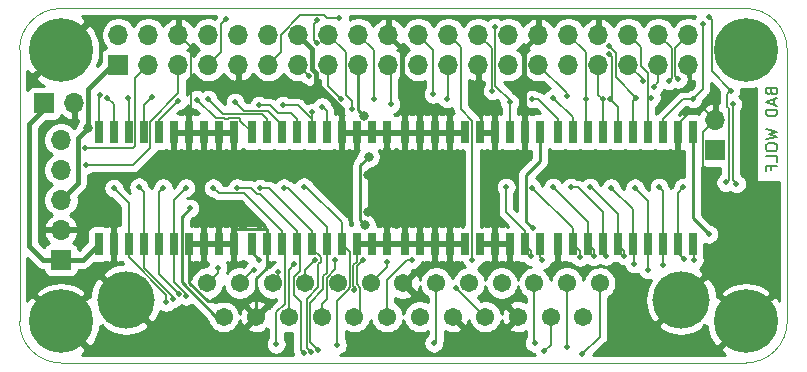
<source format=gbr>
%TF.GenerationSoftware,KiCad,Pcbnew,(5.1.7-0-10_14)*%
%TF.CreationDate,2021-10-10T14:00:01-05:00*%
%TF.ProjectId,rascsi_zero,72617363-7369-45f7-9a65-726f2e6b6963,rev?*%
%TF.SameCoordinates,PX59d60c0PY325aa00*%
%TF.FileFunction,Copper,L2,Bot*%
%TF.FilePolarity,Positive*%
%FSLAX46Y46*%
G04 Gerber Fmt 4.6, Leading zero omitted, Abs format (unit mm)*
G04 Created by KiCad (PCBNEW (5.1.7-0-10_14)) date 2021-10-10 14:00:01*
%MOMM*%
%LPD*%
G01*
G04 APERTURE LIST*
%TA.AperFunction,NonConductor*%
%ADD10C,0.150000*%
%TD*%
%TA.AperFunction,Profile*%
%ADD11C,0.050000*%
%TD*%
%TA.AperFunction,ComponentPad*%
%ADD12C,4.845000*%
%TD*%
%TA.AperFunction,ComponentPad*%
%ADD13C,1.545000*%
%TD*%
%TA.AperFunction,SMDPad,CuDef*%
%ADD14R,0.650000X1.950000*%
%TD*%
%TA.AperFunction,ComponentPad*%
%ADD15O,1.700000X1.700000*%
%TD*%
%TA.AperFunction,ComponentPad*%
%ADD16R,1.700000X1.700000*%
%TD*%
%TA.AperFunction,ComponentPad*%
%ADD17C,0.800000*%
%TD*%
%TA.AperFunction,ComponentPad*%
%ADD18C,5.400000*%
%TD*%
%TA.AperFunction,ViaPad*%
%ADD19C,0.500000*%
%TD*%
%TA.AperFunction,ViaPad*%
%ADD20C,0.800000*%
%TD*%
%TA.AperFunction,Conductor*%
%ADD21C,0.150000*%
%TD*%
%TA.AperFunction,Conductor*%
%ADD22C,0.400000*%
%TD*%
%TA.AperFunction,Conductor*%
%ADD23C,0.250000*%
%TD*%
%TA.AperFunction,Conductor*%
%ADD24C,0.254000*%
%TD*%
G04 APERTURE END LIST*
D10*
X143938571Y3266667D02*
X143986190Y3123810D01*
X144033809Y3076191D01*
X144129047Y3028572D01*
X144271904Y3028572D01*
X144367142Y3076191D01*
X144414761Y3123810D01*
X144462380Y3219048D01*
X144462380Y3600000D01*
X143462380Y3600000D01*
X143462380Y3266667D01*
X143510000Y3171429D01*
X143557619Y3123810D01*
X143652857Y3076191D01*
X143748095Y3076191D01*
X143843333Y3123810D01*
X143890952Y3171429D01*
X143938571Y3266667D01*
X143938571Y3600000D01*
X144176666Y2647620D02*
X144176666Y2171429D01*
X144462380Y2742858D02*
X143462380Y2409524D01*
X144462380Y2076191D01*
X144462380Y1742858D02*
X143462380Y1742858D01*
X143462380Y1504762D01*
X143510000Y1361905D01*
X143605238Y1266667D01*
X143700476Y1219048D01*
X143890952Y1171429D01*
X144033809Y1171429D01*
X144224285Y1219048D01*
X144319523Y1266667D01*
X144414761Y1361905D01*
X144462380Y1504762D01*
X144462380Y1742858D01*
X143462380Y76191D02*
X144462380Y-161904D01*
X143748095Y-352380D01*
X144462380Y-542857D01*
X143462380Y-780952D01*
X143462380Y-1352380D02*
X143462380Y-1542857D01*
X143510000Y-1638095D01*
X143605238Y-1733333D01*
X143795714Y-1780952D01*
X144129047Y-1780952D01*
X144319523Y-1733333D01*
X144414761Y-1638095D01*
X144462380Y-1542857D01*
X144462380Y-1352380D01*
X144414761Y-1257142D01*
X144319523Y-1161904D01*
X144129047Y-1114285D01*
X143795714Y-1114285D01*
X143605238Y-1161904D01*
X143510000Y-1257142D01*
X143462380Y-1352380D01*
X144462380Y-2685714D02*
X144462380Y-2209523D01*
X143462380Y-2209523D01*
X143938571Y-3352380D02*
X143938571Y-3019047D01*
X144462380Y-3019047D02*
X143462380Y-3019047D01*
X143462380Y-3495238D01*
D11*
X83800000Y-19700000D02*
X141800000Y-19700000D01*
X83800000Y-19700000D02*
G75*
G02*
X80300000Y-16200000I0J3500000D01*
G01*
X145300000Y-16200000D02*
G75*
G02*
X141800000Y-19700000I-3500000J0D01*
G01*
X80300000Y6800000D02*
X80300000Y-16200000D01*
X145300000Y6800000D02*
X145300000Y-16200000D01*
X83800000Y10300000D02*
X141800000Y10300000D01*
X80300000Y6800000D02*
G75*
G02*
X83800000Y10300000I3500000J0D01*
G01*
X141800000Y10300000D02*
G75*
G02*
X145300000Y6800000I0J-3500000D01*
G01*
D12*
%TO.P,J6,MH2*%
%TO.N,GND*%
X89286320Y-14371200D03*
%TO.P,J6,MH1*%
X136326320Y-14371200D03*
D13*
%TO.P,J6,25*%
%TO.N,TERMPOW*%
X97571320Y-15791200D03*
%TO.P,J6,24*%
%TO.N,GND*%
X100341320Y-15791200D03*
%TO.P,J6,23*%
%TO.N,C-D4*%
X103111320Y-15791200D03*
%TO.P,J6,22*%
%TO.N,C-D2*%
X105881320Y-15791200D03*
%TO.P,J6,21*%
%TO.N,C-D1*%
X108651320Y-15791200D03*
%TO.P,J6,20*%
%TO.N,C-DP*%
X111421320Y-15791200D03*
%TO.P,J6,19*%
%TO.N,C-SEL*%
X114191320Y-15791200D03*
%TO.P,J6,18*%
%TO.N,GND*%
X116961320Y-15791200D03*
%TO.P,J6,17*%
%TO.N,C-ATN*%
X119731320Y-15791200D03*
%TO.P,J6,16*%
%TO.N,GND*%
X122501320Y-15791200D03*
%TO.P,J6,15*%
%TO.N,C-C_D*%
X125271320Y-15791200D03*
%TO.P,J6,14*%
%TO.N,GND*%
X128041320Y-15791200D03*
%TO.P,J6,13*%
%TO.N,C-D7*%
X96186320Y-12951200D03*
%TO.P,J6,12*%
%TO.N,C-D6*%
X98956320Y-12951200D03*
%TO.P,J6,11*%
%TO.N,C-D5*%
X101726320Y-12951200D03*
%TO.P,J6,10*%
%TO.N,C-D3*%
X104496320Y-12951200D03*
%TO.P,J6,9*%
%TO.N,GND*%
X107266320Y-12951200D03*
%TO.P,J6,8*%
%TO.N,C-D0*%
X110036320Y-12951200D03*
%TO.P,J6,7*%
%TO.N,GND*%
X112806320Y-12951200D03*
%TO.P,J6,6*%
%TO.N,C-BSY*%
X115576320Y-12951200D03*
%TO.P,J6,5*%
%TO.N,C-ACK*%
X118346320Y-12951200D03*
%TO.P,J6,4*%
%TO.N,C-RST*%
X121116320Y-12951200D03*
%TO.P,J6,3*%
%TO.N,C-I_O*%
X123886320Y-12951200D03*
%TO.P,J6,2*%
%TO.N,C-MSG*%
X126656320Y-12951200D03*
%TO.P,J6,1*%
%TO.N,C-REQ*%
X129426320Y-12951200D03*
%TD*%
D14*
%TO.P,IC3,20*%
%TO.N,+5V*%
X99956880Y-9638880D03*
%TO.P,IC3,19*%
%TO.N,GND*%
X101226880Y-9638880D03*
%TO.P,IC3,18*%
%TO.N,C-I_O*%
X102496880Y-9638880D03*
%TO.P,IC3,17*%
%TO.N,C-REQ*%
X103766880Y-9638880D03*
%TO.P,IC3,16*%
%TO.N,C-C_D*%
X105036880Y-9638880D03*
%TO.P,IC3,15*%
%TO.N,C-MSG*%
X106306880Y-9638880D03*
%TO.P,IC3,14*%
%TO.N,C-BSY*%
X107576880Y-9638880D03*
%TO.P,IC3,13*%
%TO.N,GND*%
X108846880Y-9638880D03*
%TO.P,IC3,12*%
X110116880Y-9638880D03*
%TO.P,IC3,11*%
X111386880Y-9638880D03*
%TO.P,IC3,10*%
X111386880Y-188880D03*
%TO.P,IC3,9*%
X110116880Y-188880D03*
%TO.P,IC3,8*%
X108846880Y-188880D03*
%TO.P,IC3,7*%
X107576880Y-188880D03*
%TO.P,IC3,6*%
%TO.N,PI-BSY*%
X106306880Y-188880D03*
%TO.P,IC3,5*%
%TO.N,PI-MSG*%
X105036880Y-188880D03*
%TO.P,IC3,4*%
%TO.N,PI-C_D*%
X103766880Y-188880D03*
%TO.P,IC3,3*%
%TO.N,PI-REQ*%
X102496880Y-188880D03*
%TO.P,IC3,2*%
%TO.N,PI-I_O*%
X101226880Y-188880D03*
%TO.P,IC3,1*%
%TO.N,PI-TAD*%
X99956880Y-188880D03*
%TD*%
%TO.P,IC4,20*%
%TO.N,+5V*%
X87002880Y-9638880D03*
%TO.P,IC4,19*%
%TO.N,GND*%
X88272880Y-9638880D03*
%TO.P,IC4,18*%
%TO.N,C-SEL*%
X89542880Y-9638880D03*
%TO.P,IC4,17*%
%TO.N,C-RST*%
X90812880Y-9638880D03*
%TO.P,IC4,16*%
%TO.N,C-ACK*%
X92082880Y-9638880D03*
%TO.P,IC4,15*%
%TO.N,C-ATN*%
X93352880Y-9638880D03*
%TO.P,IC4,14*%
%TO.N,GND*%
X94622880Y-9638880D03*
%TO.P,IC4,13*%
X95892880Y-9638880D03*
%TO.P,IC4,12*%
X97162880Y-9638880D03*
%TO.P,IC4,11*%
X98432880Y-9638880D03*
%TO.P,IC4,10*%
X98432880Y-188880D03*
%TO.P,IC4,9*%
X97162880Y-188880D03*
%TO.P,IC4,8*%
X95892880Y-188880D03*
%TO.P,IC4,7*%
X94622880Y-188880D03*
%TO.P,IC4,6*%
X93352880Y-188880D03*
%TO.P,IC4,5*%
%TO.N,PI-ATN*%
X92082880Y-188880D03*
%TO.P,IC4,4*%
%TO.N,PI-ACK*%
X90812880Y-188880D03*
%TO.P,IC4,3*%
%TO.N,PI-RST*%
X89542880Y-188880D03*
%TO.P,IC4,2*%
%TO.N,PI-SEL*%
X88272880Y-188880D03*
%TO.P,IC4,1*%
%TO.N,PI-IND*%
X87002880Y-188880D03*
%TD*%
%TO.P,IC2,20*%
%TO.N,+5V*%
X137294880Y-188880D03*
%TO.P,IC2,19*%
%TO.N,GND*%
X136024880Y-188880D03*
%TO.P,IC2,18*%
%TO.N,PI-D7*%
X134754880Y-188880D03*
%TO.P,IC2,17*%
%TO.N,PI-D6*%
X133484880Y-188880D03*
%TO.P,IC2,16*%
%TO.N,PI-D5*%
X132214880Y-188880D03*
%TO.P,IC2,15*%
%TO.N,PI-D4*%
X130944880Y-188880D03*
%TO.P,IC2,14*%
%TO.N,PI-D3*%
X129674880Y-188880D03*
%TO.P,IC2,13*%
%TO.N,PI-D2*%
X128404880Y-188880D03*
%TO.P,IC2,12*%
%TO.N,PI-D1*%
X127134880Y-188880D03*
%TO.P,IC2,11*%
%TO.N,PI-D0*%
X125864880Y-188880D03*
%TO.P,IC2,10*%
%TO.N,GND*%
X125864880Y-9638880D03*
%TO.P,IC2,9*%
%TO.N,C-D0*%
X127134880Y-9638880D03*
%TO.P,IC2,8*%
%TO.N,C-D1*%
X128404880Y-9638880D03*
%TO.P,IC2,7*%
%TO.N,C-D2*%
X129674880Y-9638880D03*
%TO.P,IC2,6*%
%TO.N,C-D3*%
X130944880Y-9638880D03*
%TO.P,IC2,5*%
%TO.N,C-D4*%
X132214880Y-9638880D03*
%TO.P,IC2,4*%
%TO.N,C-D5*%
X133484880Y-9638880D03*
%TO.P,IC2,3*%
%TO.N,C-D6*%
X134754880Y-9638880D03*
%TO.P,IC2,2*%
%TO.N,C-D7*%
X136024880Y-9638880D03*
%TO.P,IC2,1*%
%TO.N,PI-DTD*%
X137294880Y-9638880D03*
%TD*%
%TO.P,IC1,20*%
%TO.N,+5V*%
X124340880Y-188880D03*
%TO.P,IC1,19*%
%TO.N,GND*%
X123070880Y-188880D03*
%TO.P,IC1,18*%
%TO.N,PI-DP*%
X121800880Y-188880D03*
%TO.P,IC1,17*%
%TO.N,GND*%
X120530880Y-188880D03*
%TO.P,IC1,16*%
X119260880Y-188880D03*
%TO.P,IC1,15*%
X117990880Y-188880D03*
%TO.P,IC1,14*%
X116720880Y-188880D03*
%TO.P,IC1,13*%
X115450880Y-188880D03*
%TO.P,IC1,12*%
X114180880Y-188880D03*
%TO.P,IC1,11*%
X112910880Y-188880D03*
%TO.P,IC1,10*%
X112910880Y-9638880D03*
%TO.P,IC1,9*%
X114180880Y-9638880D03*
%TO.P,IC1,8*%
X115450880Y-9638880D03*
%TO.P,IC1,7*%
X116720880Y-9638880D03*
%TO.P,IC1,6*%
X117990880Y-9638880D03*
%TO.P,IC1,5*%
X119260880Y-9638880D03*
%TO.P,IC1,4*%
X120530880Y-9638880D03*
%TO.P,IC1,3*%
X121800880Y-9638880D03*
%TO.P,IC1,2*%
%TO.N,C-DP*%
X123070880Y-9638880D03*
%TO.P,IC1,1*%
%TO.N,PI-DTD*%
X124340880Y-9638880D03*
%TD*%
D15*
%TO.P,J2,2*%
%TO.N,GND*%
X139226000Y857000D03*
D16*
%TO.P,J2,1*%
%TO.N,EXT-ACT-LED*%
X139226000Y-1683000D03*
%TD*%
D15*
%TO.P,J7,2*%
%TO.N,GND*%
X84920000Y2280000D03*
D16*
%TO.P,J7,1*%
%TO.N,+5V*%
X82380000Y2280000D03*
%TD*%
D15*
%TO.P,J1,40*%
%TO.N,PI-ACK*%
X136930000Y8070000D03*
%TO.P,J1,39*%
%TO.N,GND*%
X136930000Y5530000D03*
%TO.P,J1,38*%
%TO.N,PI-RST*%
X134390000Y8070000D03*
%TO.P,J1,37*%
%TO.N,PI-BSY*%
X134390000Y5530000D03*
%TO.P,J1,36*%
%TO.N,PI-D6*%
X131850000Y8070000D03*
%TO.P,J1,35*%
%TO.N,PI-ATN*%
X131850000Y5530000D03*
%TO.P,J1,34*%
%TO.N,GND*%
X129310000Y8070000D03*
%TO.P,J1,33*%
%TO.N,PI-D3*%
X129310000Y5530000D03*
%TO.P,J1,32*%
%TO.N,PI-D2*%
X126770000Y8070000D03*
%TO.P,J1,31*%
%TO.N,PI-IND*%
X126770000Y5530000D03*
%TO.P,J1,30*%
%TO.N,GND*%
X124230000Y8070000D03*
%TO.P,J1,29*%
%TO.N,DBG_LED*%
X124230000Y5530000D03*
%TO.P,J1,28*%
%TO.N,N/C*%
X121690000Y8070000D03*
%TO.P,J1,27*%
X121690000Y5530000D03*
%TO.P,J1,26*%
%TO.N,PI-TAD*%
X119150000Y8070000D03*
%TO.P,J1,25*%
%TO.N,GND*%
X119150000Y5530000D03*
%TO.P,J1,24*%
%TO.N,PI-DTD*%
X116610000Y8070000D03*
%TO.P,J1,23*%
%TO.N,PI-D1*%
X116610000Y5530000D03*
%TO.P,J1,22*%
%TO.N,PI-I_O*%
X114070000Y8070000D03*
%TO.P,J1,21*%
%TO.N,N/C*%
X114070000Y5530000D03*
%TO.P,J1,20*%
%TO.N,GND*%
X111530000Y8070000D03*
%TO.P,J1,19*%
%TO.N,PI-D0*%
X111530000Y5530000D03*
%TO.P,J1,18*%
%TO.N,PI-C_D*%
X108990000Y8070000D03*
%TO.P,J1,17*%
%TO.N,+3V3*%
X108990000Y5530000D03*
%TO.P,J1,16*%
%TO.N,PI-MSG*%
X106450000Y8070000D03*
%TO.P,J1,15*%
%TO.N,PI-REQ*%
X106450000Y5530000D03*
%TO.P,J1,14*%
%TO.N,GND*%
X103910000Y8070000D03*
%TO.P,J1,13*%
%TO.N,PI-SEL*%
X103910000Y5530000D03*
%TO.P,J1,12*%
%TO.N,PI-DP*%
X101370000Y8070000D03*
%TO.P,J1,11*%
%TO.N,PI-D7*%
X101370000Y5530000D03*
%TO.P,J1,10*%
%TO.N,PI-D5*%
X98830000Y8070000D03*
%TO.P,J1,9*%
%TO.N,GND*%
X98830000Y5530000D03*
%TO.P,J1,8*%
%TO.N,PI-D4*%
X96290000Y8070000D03*
%TO.P,J1,7*%
%TO.N,PI-ACT*%
X96290000Y5530000D03*
%TO.P,J1,6*%
%TO.N,GND*%
X93750000Y8070000D03*
%TO.P,J1,5*%
%TO.N,PI_SCL*%
X93750000Y5530000D03*
%TO.P,J1,4*%
%TO.N,+5V*%
X91210000Y8070000D03*
%TO.P,J1,3*%
%TO.N,PI_SDA*%
X91210000Y5530000D03*
%TO.P,J1,2*%
%TO.N,+5V*%
X88670000Y8070000D03*
D16*
%TO.P,J1,1*%
%TO.N,+3V3*%
X88670000Y5530000D03*
%TD*%
D17*
%TO.P,H2,1*%
%TO.N,GND*%
X143231891Y8231891D03*
X141800000Y8825000D03*
X140368109Y8231891D03*
X139775000Y6800000D03*
X140368109Y5368109D03*
X141800000Y4775000D03*
X143231891Y5368109D03*
X143825000Y6800000D03*
D18*
X141800000Y6800000D03*
%TD*%
D17*
%TO.P,H1,1*%
%TO.N,GND*%
X85231891Y8231891D03*
X83800000Y8825000D03*
X82368109Y8231891D03*
X81775000Y6800000D03*
X82368109Y5368109D03*
X83800000Y4775000D03*
X85231891Y5368109D03*
X85825000Y6800000D03*
D18*
X83800000Y6800000D03*
%TD*%
D15*
%TO.P,J4,5*%
%TO.N,PI_SDA*%
X83810000Y-820000D03*
%TO.P,J4,4*%
%TO.N,PI_SCL*%
X83810000Y-3360000D03*
%TO.P,J4,3*%
%TO.N,+3V3*%
X83810000Y-5900000D03*
%TO.P,J4,2*%
%TO.N,GND*%
X83810000Y-8440000D03*
D16*
%TO.P,J4,1*%
%TO.N,+5V*%
X83810000Y-10980000D03*
%TD*%
D17*
%TO.P,H4,1*%
%TO.N,GND*%
X143231891Y-14768109D03*
X141800000Y-14175000D03*
X140368109Y-14768109D03*
X139775000Y-16200000D03*
X140368109Y-17631891D03*
X141800000Y-18225000D03*
X143231891Y-17631891D03*
X143825000Y-16200000D03*
D18*
X141800000Y-16200000D03*
%TD*%
D17*
%TO.P,H3,1*%
%TO.N,GND*%
X85231891Y-14768109D03*
X83800000Y-14175000D03*
X82368109Y-14768109D03*
X81775000Y-16200000D03*
X82368109Y-17631891D03*
X83800000Y-18225000D03*
X85231891Y-17631891D03*
X85825000Y-16200000D03*
D18*
X83800000Y-16200000D03*
%TD*%
D19*
%TO.N,GND*%
X108635240Y-13533656D03*
X139677760Y-7149840D03*
D20*
X109810000Y-3800000D03*
X109810000Y-6900000D03*
X117410000Y-7000000D03*
X117710000Y-3100000D03*
X111410000Y-1800000D03*
%TO.N,+3V3*%
X86097001Y153201D03*
X109495195Y1221677D03*
D19*
%TO.N,+5V*%
X138640757Y-8806603D03*
X123736720Y-8287760D03*
X100582240Y-10980000D03*
D20*
X109860000Y-2250000D03*
X109510000Y-8000000D03*
D19*
%TO.N,C-REQ*%
X98717720Y-4874000D03*
X127963280Y-18940520D03*
X104358245Y-18887630D03*
%TO.N,C-MSG*%
X102669960Y-4889240D03*
X126693280Y-18336000D03*
X105575463Y-18589890D03*
%TO.N,C-BSY*%
X115369960Y-18026120D03*
X107216560Y-18189947D03*
X104360000Y-4800000D03*
%TO.N,C-SEL*%
X88278320Y-4924800D03*
X92703648Y-14583074D03*
%TO.N,C-RST*%
X90391600Y-4797800D03*
X93261800Y-14297400D03*
%TO.N,C-ACK*%
X92474400Y-4868920D03*
X93767303Y-13883031D03*
%TO.N,C-ATN*%
X94379400Y-4868920D03*
X117260244Y-13327753D03*
X94369673Y-14057085D03*
%TO.N,C-DP*%
X121496440Y-4823200D03*
X123647416Y-10693658D03*
X113495440Y-10967303D03*
%TO.N,C-D0*%
X111427880Y-11178280D03*
X127720812Y-10770763D03*
X123700250Y-4868920D03*
%TO.N,C-D1*%
X125463920Y-4833360D03*
X109391812Y-10970668D03*
X128933560Y-10693658D03*
%TO.N,C-D2*%
X126972680Y-4818120D03*
X106998120Y-10970668D03*
X129985120Y-10685520D03*
%TO.N,C-D3*%
X128598280Y-4833360D03*
X131512879Y-10614545D03*
X105331567Y-10990881D03*
%TO.N,C-D4*%
X130371200Y-4868920D03*
X132337160Y-11335760D03*
X103581848Y-11362845D03*
%TO.N,C-D5*%
X132382880Y-4884160D03*
X133505560Y-11828520D03*
X102222086Y-12036032D03*
%TO.N,C-D6*%
X134445360Y-4818120D03*
X134800960Y-11442440D03*
X100174106Y-11841594D03*
%TO.N,C-D7*%
X136507840Y-4818120D03*
X97081960Y-11630400D03*
X136558640Y-10934440D03*
%TO.N,C-I_O*%
X96711120Y-4889240D03*
X123904360Y-18026120D03*
X102034960Y-18137880D03*
%TO.N,C-C_D*%
X100648120Y-4940040D03*
X124747640Y-18721970D03*
X104972560Y-18762086D03*
%TO.N,TERMPOW*%
X94731573Y-6612928D03*
%TO.N,PI-D7*%
X107374040Y9492240D03*
X138143600Y9009640D03*
X137315560Y2634240D03*
%TO.N,PI-D6*%
X133777997Y2761350D03*
%TO.N,PI-D5*%
X132516793Y2761350D03*
X105450812Y7345204D03*
X130200922Y7161099D03*
X105494219Y9289622D03*
%TO.N,PI-D4*%
X130291496Y2639430D03*
X130237743Y6485038D03*
%TO.N,PI-D3*%
X129664483Y2639430D03*
%TO.N,PI-D2*%
X128257999Y2603839D03*
%TO.N,PI-D1*%
X125494400Y2730760D03*
X116517103Y2640937D03*
%TO.N,PI-D0*%
X123726560Y2640934D03*
X111727600Y2187200D03*
%TO.N,PI-DP*%
X120571880Y8725160D03*
X121786000Y2363927D03*
%TO.N,PI-BSY*%
X105904438Y1982405D03*
X133986634Y3692657D03*
%TO.N,PI-MSG*%
X102593760Y2086912D03*
X105103847Y1530395D03*
X108487990Y1755510D03*
%TO.N,PI-C_D*%
X100587160Y2086912D03*
X110275179Y2620495D03*
%TO.N,PI-REQ*%
X98555160Y2363921D03*
X107529513Y2666605D03*
%TO.N,PI-I_O*%
X96251594Y2608124D03*
X115331730Y3029917D03*
%TO.N,PI-ATN*%
X133063618Y4186430D03*
X93752059Y2504661D03*
%TO.N,PI-ACK*%
X91534600Y2812040D03*
X136076040Y4305560D03*
%TO.N,PI-RST*%
X89461960Y2685040D03*
X135288640Y4183640D03*
%TO.N,PI-SEL*%
X87734760Y2735840D03*
X104851390Y4569786D03*
%TO.N,DBG_LED*%
X126627240Y2888240D03*
X140677220Y2177040D03*
X141003640Y-4538720D03*
%TO.N,PI_SCL*%
X85956760Y-2958840D03*
%TO.N,PI_SDA*%
X85852089Y-1524630D03*
%TO.N,PI-ACT*%
X97783000Y9390640D03*
X140521040Y3345440D03*
X138651600Y9548120D03*
X140099629Y-4432415D03*
%TO.N,PI-IND*%
X87109920Y2959360D03*
%TO.N,PI-TAD*%
X95293800Y2593600D03*
X120324668Y3333211D03*
%TO.N,PI-DTD*%
X137417160Y-10990320D03*
X118648884Y-10970670D03*
X124552793Y-10970669D03*
%TD*%
D21*
%TO.N,GND*%
X94802001Y7017999D02*
X93750000Y8070000D01*
X94802001Y-9759D02*
X94802001Y7017999D01*
X94622880Y-188880D02*
X94802001Y-9759D01*
D22*
X112707001Y6892999D02*
X112707001Y2112039D01*
X111530000Y8070000D02*
X112707001Y6892999D01*
X112910880Y1908160D02*
X112910880Y-188880D01*
X112707001Y2112039D02*
X112910880Y1908160D01*
X123052999Y-170999D02*
X123070880Y-188880D01*
X123052999Y6892999D02*
X123052999Y-170999D01*
X124230000Y8070000D02*
X123052999Y6892999D01*
X105428400Y3951714D02*
X105428400Y4809638D01*
X107576880Y1803234D02*
X105428400Y3951714D01*
X107576880Y-188880D02*
X107576880Y1803234D01*
X105428400Y4809638D02*
X105087001Y5151037D01*
X105087001Y6892999D02*
X103910000Y8070000D01*
X105087001Y5151037D02*
X105087001Y6892999D01*
D21*
X108846880Y-11123850D02*
X108846880Y-9638880D01*
X108567841Y-11402888D02*
X108846880Y-11123850D01*
X108635240Y-13533656D02*
X108784345Y-13384551D01*
X108784345Y-13384551D02*
X108567841Y-13168048D01*
X108567841Y-13168048D02*
X108567841Y-11402888D01*
D23*
X98434881Y-8411879D02*
X98432880Y-8413880D01*
X101224879Y-8411879D02*
X98434881Y-8411879D01*
X101226880Y-8413880D02*
X101224879Y-8411879D01*
X98432880Y-8413880D02*
X98432880Y-9638880D01*
X101226880Y-9638880D02*
X101226880Y-8413880D01*
X100341320Y-15791200D02*
X100341320Y-12551880D01*
X101226880Y-11666320D02*
X101226880Y-9638880D01*
X100341320Y-12551880D02*
X101226880Y-11666320D01*
X94622880Y-9638880D02*
X94622880Y-12904022D01*
X94622880Y-12904022D02*
X96224538Y-14505680D01*
X99055800Y-14505680D02*
X100341320Y-15791200D01*
X96224538Y-14505680D02*
X99055800Y-14505680D01*
D21*
X136024880Y-188880D02*
X136024880Y485040D01*
X138376001Y1706999D02*
X139226000Y857000D01*
X137246839Y1706999D02*
X138376001Y1706999D01*
X136024880Y485040D02*
X137246839Y1706999D01*
X138173999Y-5646079D02*
X139677760Y-7149840D01*
X138173999Y-195001D02*
X138173999Y-5646079D01*
X139226000Y857000D02*
X138173999Y-195001D01*
D22*
%TO.N,+3V3*%
X88670000Y5530000D02*
X88121000Y5530000D01*
X88121000Y5530000D02*
X86097001Y3506001D01*
X86097001Y3506001D02*
X86097001Y153201D01*
D23*
X108990000Y5530000D02*
X108990000Y1726872D01*
X108990000Y1726872D02*
X109495195Y1221677D01*
D22*
X86097001Y153201D02*
X85275088Y-668712D01*
X85275088Y-668712D02*
X85275088Y-4434912D01*
X85275088Y-4434912D02*
X83810000Y-5900000D01*
%TO.N,+5V*%
X82380000Y2280000D02*
X82380000Y1800680D01*
X82380000Y1800680D02*
X81135840Y556520D01*
X81135840Y556520D02*
X81135840Y-9827000D01*
X82288840Y-10980000D02*
X83810000Y-10980000D01*
X81135840Y-9827000D02*
X82288840Y-10980000D01*
X85661760Y-10980000D02*
X87002880Y-9638880D01*
X83810000Y-10980000D02*
X85661760Y-10980000D01*
D23*
X137294880Y-188880D02*
X137294880Y-7460726D01*
X137294880Y-7460726D02*
X138640757Y-8806603D01*
X124340880Y-188880D02*
X124340880Y-2649320D01*
X124340880Y-2649320D02*
X123198240Y-3791960D01*
X123198240Y-7749280D02*
X123736720Y-8287760D01*
X123198240Y-3791960D02*
X123198240Y-7749280D01*
X99956880Y-10354640D02*
X100582240Y-10980000D01*
X99956880Y-9638880D02*
X99956880Y-10354640D01*
X109157999Y-7647999D02*
X109510000Y-8000000D01*
X109157999Y-2952001D02*
X109157999Y-7647999D01*
X109860000Y-2250000D02*
X109157999Y-2952001D01*
D21*
%TO.N,C-REQ*%
X99913116Y-4874000D02*
X98717720Y-4874000D01*
X103766880Y-9638880D02*
X103766880Y-8513880D01*
X100645042Y-5392042D02*
X100431158Y-5392042D01*
X103766880Y-8513880D02*
X100645042Y-5392042D01*
X100431158Y-5392042D02*
X99913116Y-4874000D01*
X129426320Y-12951200D02*
X129426320Y-17477480D01*
X129426320Y-17477480D02*
X127963280Y-18940520D01*
X104033849Y-9905849D02*
X104033849Y-11922591D01*
X104108246Y-14541886D02*
X104108246Y-18637631D01*
X103766880Y-9638880D02*
X104033849Y-9905849D01*
X103521819Y-13955459D02*
X104108246Y-14541886D01*
X104108246Y-18637631D02*
X104358245Y-18887630D01*
X103521819Y-12434621D02*
X103521819Y-13955459D01*
X104033849Y-11922591D02*
X103521819Y-12434621D01*
%TO.N,C-MSG*%
X106306880Y-8172607D02*
X103023513Y-4889240D01*
X103023513Y-4889240D02*
X102669960Y-4889240D01*
X106306880Y-9638880D02*
X106306880Y-8172607D01*
X126656320Y-18299040D02*
X126693280Y-18336000D01*
X126656320Y-12951200D02*
X126656320Y-18299040D01*
X106306880Y-12076626D02*
X106014809Y-12368697D01*
X106306880Y-9638880D02*
X106306880Y-12076626D01*
X106014809Y-12368697D02*
X106014808Y-13487472D01*
X104906819Y-17921246D02*
X105575463Y-18589890D01*
X104906819Y-14595461D02*
X104906819Y-17921246D01*
X106014808Y-13487472D02*
X104906819Y-14595461D01*
%TO.N,C-BSY*%
X107576880Y-7804800D02*
X104646080Y-4874000D01*
X107576880Y-9638880D02*
X107576880Y-7804800D01*
X115576320Y-12951200D02*
X115576320Y-17819760D01*
X115576320Y-17819760D02*
X115369960Y-18026120D01*
X107216560Y-18189947D02*
X107216560Y-14443222D01*
X108240821Y-13259113D02*
X108240821Y-10302821D01*
X108183239Y-13476543D02*
X108183239Y-13316695D01*
X108240821Y-10302821D02*
X107576880Y-9638880D01*
X107216560Y-14443222D02*
X108183239Y-13476543D01*
X108183239Y-13316695D02*
X108240821Y-13259113D01*
X104434000Y-4874000D02*
X104360000Y-4800000D01*
X104646080Y-4874000D02*
X104434000Y-4874000D01*
%TO.N,C-SEL*%
X89542880Y-6189360D02*
X88278320Y-4924800D01*
X89542880Y-9638880D02*
X89542880Y-6189360D01*
X89542880Y-9638880D02*
X89542880Y-10772704D01*
X89542880Y-10772704D02*
X92703648Y-13933472D01*
X92703648Y-13933472D02*
X92703648Y-14583074D01*
%TO.N,C-RST*%
X90812880Y-9638880D02*
X90812880Y-5219080D01*
X90812880Y-5219080D02*
X90391600Y-4797800D01*
X90812880Y-9638880D02*
X90812880Y-11650952D01*
X90812880Y-11650952D02*
X93261800Y-14099872D01*
X93261800Y-14099872D02*
X93261800Y-14297400D01*
%TO.N,C-ACK*%
X92082880Y-5260440D02*
X92474400Y-4868920D01*
X92082880Y-9638880D02*
X92082880Y-5260440D01*
X92082880Y-9638880D02*
X92082880Y-12198608D01*
X92082880Y-12198608D02*
X93767303Y-13883031D01*
%TO.N,C-ATN*%
X93352880Y-5895440D02*
X94379400Y-4868920D01*
X93352880Y-9638880D02*
X93352880Y-5895440D01*
X119723691Y-15791200D02*
X119731320Y-15791200D01*
X117260244Y-13327753D02*
X119723691Y-15791200D01*
X93352880Y-9638880D02*
X93352880Y-12823797D01*
X93352880Y-12823797D02*
X94369673Y-13840590D01*
X94369673Y-13840590D02*
X94369673Y-14057085D01*
%TO.N,C-DP*%
X123647416Y-10215416D02*
X123070880Y-9638880D01*
X123647416Y-10693658D02*
X123647416Y-10215416D01*
X111421320Y-12652310D02*
X113106327Y-10967303D01*
X111421320Y-15791200D02*
X111421320Y-12652310D01*
X113106327Y-10967303D02*
X113495440Y-10967303D01*
X123070880Y-8513880D02*
X121496440Y-6939440D01*
X123070880Y-9638880D02*
X123070880Y-8513880D01*
X121496440Y-6939440D02*
X121496440Y-4823200D01*
%TO.N,C-D0*%
X110036320Y-12951200D02*
X111427880Y-11559640D01*
X111427880Y-11559640D02*
X111427880Y-11178280D01*
X127720812Y-10224812D02*
X127134880Y-9638880D01*
X127720812Y-10770763D02*
X127720812Y-10224812D01*
X127134880Y-9638880D02*
X127134880Y-8303550D01*
X127134880Y-8303550D02*
X123700250Y-4868920D01*
%TO.N,C-D1*%
X128404880Y-9638880D02*
X128404880Y-7774320D01*
X128404880Y-7774320D02*
X125463920Y-4833360D01*
X128933560Y-10167560D02*
X128404880Y-9638880D01*
X128933560Y-10693658D02*
X128933560Y-10167560D01*
X108651320Y-15791200D02*
X109125517Y-15317003D01*
X109125517Y-13333973D02*
X108844851Y-13053307D01*
X108844851Y-13053307D02*
X108844851Y-11517629D01*
X109125517Y-15317003D02*
X109125517Y-13333973D01*
X108844851Y-11517629D02*
X109391812Y-10970668D01*
%TO.N,C-D2*%
X129674880Y-9638880D02*
X129674880Y-6931040D01*
X127561960Y-4818120D02*
X126972680Y-4818120D01*
X129674880Y-6931040D02*
X127561960Y-4818120D01*
X129985120Y-9949120D02*
X129674880Y-9638880D01*
X129985120Y-10685520D02*
X129985120Y-9949120D01*
X105881320Y-15791200D02*
X105881320Y-14698721D01*
X106291819Y-12483439D02*
X106998120Y-11777138D01*
X105881320Y-14698721D02*
X106291819Y-14288222D01*
X106291819Y-14288222D02*
X106291819Y-12483439D01*
X106998120Y-11777138D02*
X106998120Y-10970668D01*
%TO.N,C-D3*%
X130944880Y-9638880D02*
X130944880Y-7129160D01*
X128649080Y-4833360D02*
X128598280Y-4833360D01*
X130944880Y-7129160D02*
X128649080Y-4833360D01*
X131512879Y-10206879D02*
X130944880Y-9638880D01*
X131512879Y-10614545D02*
X131512879Y-10206879D01*
X104496320Y-12951200D02*
X104496320Y-11826128D01*
X104496320Y-11826128D02*
X105331567Y-10990881D01*
%TO.N,C-D4*%
X132214880Y-6712600D02*
X130371200Y-4868920D01*
X132214880Y-9638880D02*
X132214880Y-6712600D01*
X132337160Y-9761160D02*
X132214880Y-9638880D01*
X132337160Y-11335760D02*
X132337160Y-9761160D01*
X103111320Y-15791200D02*
X103111320Y-11833373D01*
X103111320Y-11833373D02*
X103581848Y-11362845D01*
%TO.N,C-D5*%
X133484880Y-9638880D02*
X133484880Y-5986160D01*
X133484880Y-5986160D02*
X132382880Y-4884160D01*
X133505560Y-9659560D02*
X133484880Y-9638880D01*
X133505560Y-11828520D02*
X133505560Y-9659560D01*
X101726320Y-12951200D02*
X102222086Y-12455434D01*
X102222086Y-12455434D02*
X102222086Y-12036032D01*
%TO.N,C-D6*%
X134754880Y-5127640D02*
X134445360Y-4818120D01*
X134754880Y-9638880D02*
X134754880Y-5127640D01*
X134800960Y-9684960D02*
X134754880Y-9638880D01*
X134800960Y-11442440D02*
X134800960Y-9684960D01*
X100065926Y-11841594D02*
X100174106Y-11841594D01*
X98956320Y-12951200D02*
X100065926Y-11841594D01*
%TO.N,C-D7*%
X136024880Y-5301080D02*
X136507840Y-4818120D01*
X136024880Y-9638880D02*
X136024880Y-5301080D01*
X97081960Y-12055560D02*
X97081960Y-11630400D01*
X96186320Y-12951200D02*
X97081960Y-12055560D01*
X136024880Y-10400680D02*
X136024880Y-9638880D01*
X136558640Y-10934440D02*
X136024880Y-10400680D01*
%TO.N,C-I_O*%
X102496880Y-9638880D02*
X102496880Y-8513880D01*
X102496880Y-8513880D02*
X99309002Y-5326002D01*
X99309002Y-5326002D02*
X97147882Y-5326002D01*
X97147882Y-5326002D02*
X96711120Y-4889240D01*
X123886320Y-18008080D02*
X123904360Y-18026120D01*
X123886320Y-12951200D02*
X123886320Y-18008080D01*
X102758151Y-14702107D02*
X102758151Y-9900151D01*
X102034960Y-18137880D02*
X102034960Y-15425298D01*
X102034960Y-15425298D02*
X102758151Y-14702107D01*
X102758151Y-9900151D02*
X102496880Y-9638880D01*
%TO.N,C-C_D*%
X101463040Y-4940040D02*
X100648120Y-4940040D01*
X105036880Y-8513880D02*
X101463040Y-4940040D01*
X105036880Y-9638880D02*
X105036880Y-8513880D01*
X125271320Y-15791200D02*
X125271320Y-18198290D01*
X125271320Y-18198290D02*
X124747640Y-18721970D01*
X105598429Y-13288579D02*
X104629809Y-14257199D01*
X105789071Y-11172617D02*
X105598429Y-11363259D01*
X105036880Y-10021740D02*
X105789071Y-10773931D01*
X105036880Y-9638880D02*
X105036880Y-10021740D01*
X104629809Y-18419335D02*
X104972560Y-18762086D01*
X104629809Y-14257199D02*
X104629809Y-18419335D01*
X105598429Y-11363259D02*
X105598429Y-13288579D01*
X105789071Y-10773931D02*
X105789071Y-11172617D01*
D23*
%TO.N,TERMPOW*%
X96976884Y-15791200D02*
X94022710Y-12837026D01*
X94022710Y-7321791D02*
X94731573Y-6612928D01*
X97571320Y-15791200D02*
X96976884Y-15791200D01*
X94022710Y-12837026D02*
X94022710Y-7321791D01*
D21*
%TO.N,PI-D7*%
X102422001Y6582001D02*
X102422001Y8080961D01*
X101370000Y5530000D02*
X102422001Y6582001D01*
X104082672Y9741632D02*
X106088328Y9741632D01*
X102422001Y8080961D02*
X104082672Y9741632D01*
X106337720Y9492240D02*
X107374040Y9492240D01*
X106088328Y9741632D02*
X106337720Y9492240D01*
X134754880Y-188880D02*
X134754880Y936120D01*
X134754880Y936120D02*
X136453000Y2634240D01*
X138143600Y3462280D02*
X137315560Y2634240D01*
X138143600Y9009640D02*
X138143600Y3462280D01*
X136453000Y2634240D02*
X137315560Y2634240D01*
%TO.N,PI-D6*%
X133484880Y-188880D02*
X133484880Y845720D01*
X132902001Y5461037D02*
X132902001Y7017999D01*
X133515628Y4847410D02*
X132902001Y5461037D01*
X132902001Y7017999D02*
X131850000Y8070000D01*
X133484880Y3907964D02*
X133515628Y3938712D01*
X133515628Y3938712D02*
X133515628Y4847410D01*
X133575850Y2761350D02*
X133484880Y2852320D01*
X133777997Y2761350D02*
X133575850Y2761350D01*
X133484880Y2852320D02*
X133484880Y3907964D01*
X133484880Y-188880D02*
X133484880Y2852320D01*
%TO.N,PI-D5*%
X132214880Y2459437D02*
X132516793Y2761350D01*
X132214880Y-188880D02*
X132214880Y2459437D01*
X132516793Y2761350D02*
X130797999Y4480144D01*
X130797999Y4480144D02*
X130797999Y6564022D01*
X130797999Y6564022D02*
X130200922Y7161099D01*
X105450812Y7345204D02*
X105200813Y7595203D01*
X105200813Y7595203D02*
X105200813Y8996216D01*
X105200813Y8996216D02*
X105494219Y9289622D01*
%TO.N,PI-D4*%
X130944880Y-188880D02*
X130944880Y1986046D01*
X130944880Y1986046D02*
X130291496Y2639430D01*
X130487742Y6235039D02*
X130237743Y6485038D01*
X130291496Y2639430D02*
X130487742Y2835676D01*
X130487742Y2835676D02*
X130487742Y6235039D01*
%TO.N,PI-D3*%
X129674880Y-188880D02*
X129674880Y2629033D01*
X129310000Y5530000D02*
X129310000Y2993913D01*
X129674880Y2629033D02*
X129664483Y2639430D01*
X129310000Y2993913D02*
X129664483Y2639430D01*
%TO.N,PI-D2*%
X128257999Y6582001D02*
X126770000Y8070000D01*
X128404880Y-188880D02*
X128257999Y-41999D01*
X128257999Y2603839D02*
X128257999Y6582001D01*
X128257999Y-41999D02*
X128257999Y2603839D01*
%TO.N,PI-D1*%
X127134880Y-188880D02*
X127134880Y1095360D01*
X125499480Y2730760D02*
X125494400Y2730760D01*
X127134880Y1095360D02*
X125499480Y2730760D01*
X116610000Y5530000D02*
X116610000Y2733834D01*
X116610000Y2733834D02*
X116517103Y2640937D01*
%TO.N,PI-D0*%
X124160066Y2640934D02*
X123726560Y2640934D01*
X125864880Y936120D02*
X124160066Y2640934D01*
X125864880Y-188880D02*
X125864880Y936120D01*
X111727600Y5332400D02*
X111530000Y5530000D01*
X111727600Y2187200D02*
X111727600Y5332400D01*
%TO.N,PI-DP*%
X120571880Y3754941D02*
X121800880Y2525941D01*
X120571880Y8725160D02*
X120571880Y3754941D01*
X121800880Y2525941D02*
X121800880Y-188880D01*
%TO.N,PI-BSY*%
X106306880Y-188880D02*
X106306880Y1633840D01*
X106306880Y1633840D02*
X105958315Y1982405D01*
X105958315Y1982405D02*
X105904438Y1982405D01*
X134390000Y4096023D02*
X133986634Y3692657D01*
X134390000Y5530000D02*
X134390000Y4096023D01*
%TO.N,PI-MSG*%
X103886088Y2086912D02*
X102593760Y2086912D01*
X105036880Y936120D02*
X103886088Y2086912D01*
X105036880Y-188880D02*
X105036880Y936120D01*
X105036880Y-188880D02*
X105036880Y1463428D01*
X105036880Y1463428D02*
X105103847Y1530395D01*
X107937999Y6582001D02*
X107937999Y3007167D01*
X106450000Y8070000D02*
X107937999Y6582001D01*
X108487990Y2457176D02*
X108487990Y1755510D01*
X107937999Y3007167D02*
X108487990Y2457176D01*
%TO.N,PI-C_D*%
X103766880Y-188880D02*
X103766880Y936120D01*
X103289980Y1413020D02*
X102167033Y1413020D01*
X101493141Y2086912D02*
X100587160Y2086912D01*
X102167033Y1413020D02*
X101493141Y2086912D01*
X103766880Y936120D02*
X103289980Y1413020D01*
X108990000Y8070000D02*
X110275179Y6784821D01*
X110275179Y6784821D02*
X110275179Y2620495D01*
%TO.N,PI-REQ*%
X99284171Y1634910D02*
X98555160Y2363921D01*
X102496880Y461120D02*
X101323090Y1634910D01*
X101323090Y1634910D02*
X99284171Y1634910D01*
X102496880Y-188880D02*
X102496880Y461120D01*
X106450000Y3746118D02*
X107529513Y2666605D01*
X106450000Y5530000D02*
X106450000Y3746118D01*
%TO.N,PI-I_O*%
X101226880Y-188880D02*
X101226880Y936120D01*
X97501819Y1357899D02*
X96251594Y2608124D01*
X100805101Y1357899D02*
X97501819Y1357899D01*
X101226880Y936120D02*
X100805101Y1357899D01*
X114070000Y8070000D02*
X115331730Y6808270D01*
X115331730Y6808270D02*
X115331730Y3029917D01*
%TO.N,PI-ATN*%
X133063618Y4316382D02*
X133063618Y4186430D01*
X131850000Y5530000D02*
X133063618Y4316382D01*
X92082880Y835482D02*
X93752059Y2504661D01*
X92082880Y-188880D02*
X92082880Y835482D01*
%TO.N,PI-ACK*%
X90812880Y2090320D02*
X91534600Y2812040D01*
X90812880Y-188880D02*
X90812880Y2090320D01*
X135826041Y6966041D02*
X136930000Y8070000D01*
X135826041Y4555559D02*
X135826041Y6966041D01*
X136076040Y4305560D02*
X135826041Y4555559D01*
%TO.N,PI-RST*%
X89542880Y2604120D02*
X89461960Y2685040D01*
X89542880Y-188880D02*
X89542880Y2604120D01*
X135538639Y6921361D02*
X134390000Y8070000D01*
X135538639Y4433639D02*
X135538639Y6921361D01*
X135288640Y4183640D02*
X135538639Y4433639D01*
%TO.N,PI-SEL*%
X88272880Y2197720D02*
X87734760Y2735840D01*
X88272880Y-188880D02*
X88272880Y2197720D01*
X104851390Y4588610D02*
X104851390Y4569786D01*
X103910000Y5530000D02*
X104851390Y4588610D01*
%TO.N,DBG_LED*%
X126627240Y3132760D02*
X126627240Y2888240D01*
X124230000Y5530000D02*
X126627240Y3132760D01*
X140677220Y-4212300D02*
X141003640Y-4538720D01*
X140677220Y2177040D02*
X140677220Y-4212300D01*
%TO.N,PI_SCL*%
X93750000Y5530000D02*
X93750000Y3141842D01*
X93750000Y3141842D02*
X91339881Y731723D01*
X91339881Y731723D02*
X91339881Y-1522879D01*
X89903920Y-2958840D02*
X85956760Y-2958840D01*
X91339881Y-1522879D02*
X89903920Y-2958840D01*
%TO.N,PI_SDA*%
X89870732Y-1524630D02*
X85852089Y-1524630D01*
X90069881Y4389881D02*
X90069881Y-1325481D01*
X90069881Y-1325481D02*
X89870732Y-1524630D01*
X91210000Y5530000D02*
X90069881Y4389881D01*
%TO.N,PI-ACT*%
X97342001Y6582001D02*
X97342001Y8949641D01*
X96290000Y5530000D02*
X97342001Y6582001D01*
X97342001Y8949641D02*
X97783000Y9390640D01*
X138897999Y4968481D02*
X138897999Y9291561D01*
X140521040Y3345440D02*
X138897999Y4968481D01*
X138651600Y9537960D02*
X138651600Y9548120D01*
X138897999Y9291561D02*
X138651600Y9537960D01*
X140349628Y1835670D02*
X140349628Y-4182416D01*
X140521040Y3345440D02*
X140225219Y3049619D01*
X140225219Y1960079D02*
X140349628Y1835670D01*
X140225219Y3049619D02*
X140225219Y1960079D01*
X140349628Y-4182416D02*
X140099629Y-4432415D01*
%TO.N,PI-IND*%
X87002880Y2852320D02*
X87109920Y2959360D01*
X87002880Y-188880D02*
X87002880Y2852320D01*
X126770000Y5060590D02*
X126986057Y4844533D01*
X126770000Y5530000D02*
X126770000Y5060590D01*
%TO.N,PI-TAD*%
X97689881Y947721D02*
X97649481Y988121D01*
X97966891Y988121D02*
X97926491Y947721D01*
X97926491Y947721D02*
X97689881Y947721D01*
X96899279Y988121D02*
X95293800Y2593600D01*
X97649481Y988121D02*
X96899279Y988121D01*
X98919481Y988121D02*
X97966891Y988121D01*
X98959881Y947721D02*
X98919481Y988121D01*
X99956880Y-188880D02*
X98959881Y808119D01*
X98959881Y808119D02*
X98959881Y947721D01*
X119150000Y8070000D02*
X120294870Y6925130D01*
X120294870Y3363009D02*
X120324668Y3333211D01*
X120294870Y6925130D02*
X120294870Y3363009D01*
%TO.N,PI-DTD*%
X137417160Y-9761160D02*
X137294880Y-9638880D01*
X137417160Y-10990320D02*
X137417160Y-9761160D01*
X118648884Y816718D02*
X118648884Y-10970670D01*
X117662001Y1803601D02*
X118648884Y816718D01*
X117662001Y7017999D02*
X117662001Y1803601D01*
X116610000Y8070000D02*
X117662001Y7017999D01*
X124340880Y-10758756D02*
X124552793Y-10970669D01*
X124340880Y-9638880D02*
X124340880Y-10758756D01*
%TD*%
D24*
%TO.N,GND*%
X142617500Y-4348095D02*
X144640000Y-4348095D01*
X144640001Y-14437918D01*
X144588904Y-14342008D01*
X144583828Y-14334411D01*
X144145374Y-14034231D01*
X141979605Y-16200000D01*
X141993748Y-16214143D01*
X141814143Y-16393748D01*
X141800000Y-16379605D01*
X139634231Y-18545374D01*
X139934411Y-18983828D01*
X140039158Y-19040000D01*
X128867891Y-19040000D01*
X129903704Y-18004188D01*
X129930795Y-17981955D01*
X130019520Y-17873843D01*
X130085448Y-17750500D01*
X130126047Y-17616664D01*
X130136320Y-17512357D01*
X130136320Y-17512356D01*
X130139755Y-17477481D01*
X130136320Y-17442606D01*
X130136320Y-16519231D01*
X134357894Y-16519231D01*
X134624759Y-16929262D01*
X135156507Y-17212067D01*
X135733211Y-17385700D01*
X136332707Y-17443487D01*
X136931958Y-17383208D01*
X137507934Y-17207180D01*
X138027881Y-16929262D01*
X138294745Y-16519233D01*
X138408521Y-16633009D01*
X138484029Y-16557501D01*
X138512366Y-16849293D01*
X138702208Y-17478203D01*
X139011096Y-18057992D01*
X139016172Y-18065589D01*
X139454626Y-18365769D01*
X141620395Y-16200000D01*
X139454626Y-14034231D01*
X139371105Y-14091412D01*
X139347287Y-13854626D01*
X139634231Y-13854626D01*
X141800000Y-16020395D01*
X143965769Y-13854626D01*
X143665589Y-13416172D01*
X143086644Y-13105704D01*
X142458254Y-12914148D01*
X141804569Y-12848866D01*
X141150707Y-12912366D01*
X140521797Y-13102208D01*
X139942008Y-13411096D01*
X139934411Y-13416172D01*
X139634231Y-13854626D01*
X139347287Y-13854626D01*
X139338328Y-13765562D01*
X139162300Y-13189586D01*
X138884382Y-12669639D01*
X138474351Y-12402774D01*
X136505925Y-14371200D01*
X136520068Y-14385343D01*
X136340463Y-14564948D01*
X136326320Y-14550805D01*
X134357894Y-16519231D01*
X130136320Y-16519231D01*
X130136320Y-14169579D01*
X130323549Y-14044476D01*
X130519596Y-13848429D01*
X130673630Y-13617901D01*
X130779730Y-13361753D01*
X130833820Y-13089827D01*
X130833820Y-12812573D01*
X130779730Y-12540647D01*
X130673630Y-12284499D01*
X130519596Y-12053971D01*
X130323549Y-11857924D01*
X130093021Y-11703890D01*
X129836873Y-11597790D01*
X129564947Y-11543700D01*
X129287693Y-11543700D01*
X129015767Y-11597790D01*
X128759619Y-11703890D01*
X128529091Y-11857924D01*
X128333044Y-12053971D01*
X128179010Y-12284499D01*
X128072910Y-12540647D01*
X128041320Y-12699459D01*
X128009730Y-12540647D01*
X127903630Y-12284499D01*
X127749596Y-12053971D01*
X127553549Y-11857924D01*
X127323021Y-11703890D01*
X127066873Y-11597790D01*
X126794947Y-11543700D01*
X126517693Y-11543700D01*
X126245767Y-11597790D01*
X125989619Y-11703890D01*
X125759091Y-11857924D01*
X125563044Y-12053971D01*
X125409010Y-12284499D01*
X125302910Y-12540647D01*
X125271320Y-12699459D01*
X125239730Y-12540647D01*
X125133630Y-12284499D01*
X124979596Y-12053971D01*
X124783549Y-11857924D01*
X124748008Y-11834176D01*
X124810938Y-11821659D01*
X124971998Y-11754946D01*
X125116948Y-11658093D01*
X125240217Y-11534824D01*
X125337070Y-11389874D01*
X125401077Y-11235348D01*
X125415398Y-11239692D01*
X125539880Y-11251952D01*
X125579130Y-11248880D01*
X125737880Y-11090130D01*
X125737880Y-9765880D01*
X125717880Y-9765880D01*
X125717880Y-9511880D01*
X125737880Y-9511880D01*
X125737880Y-9491880D01*
X125991880Y-9491880D01*
X125991880Y-9511880D01*
X126011880Y-9511880D01*
X126011880Y-9765880D01*
X125991880Y-9765880D01*
X125991880Y-11090130D01*
X126150630Y-11248880D01*
X126189880Y-11251952D01*
X126314362Y-11239692D01*
X126434060Y-11203382D01*
X126499880Y-11168200D01*
X126565700Y-11203382D01*
X126685398Y-11239692D01*
X126809880Y-11251952D01*
X126977952Y-11251952D01*
X127033388Y-11334918D01*
X127156657Y-11458187D01*
X127301607Y-11555040D01*
X127462667Y-11621753D01*
X127633647Y-11655763D01*
X127807977Y-11655763D01*
X127978957Y-11621753D01*
X128140017Y-11555040D01*
X128284967Y-11458187D01*
X128365739Y-11377416D01*
X128369405Y-11381082D01*
X128514355Y-11477935D01*
X128675415Y-11544648D01*
X128846395Y-11578658D01*
X129020725Y-11578658D01*
X129191705Y-11544648D01*
X129352765Y-11477935D01*
X129465430Y-11402654D01*
X129565915Y-11469797D01*
X129726975Y-11536510D01*
X129897955Y-11570520D01*
X130072285Y-11570520D01*
X130243265Y-11536510D01*
X130404325Y-11469797D01*
X130549275Y-11372944D01*
X130670267Y-11251952D01*
X130898707Y-11251952D01*
X130948724Y-11301969D01*
X131093674Y-11398822D01*
X131254734Y-11465535D01*
X131425714Y-11499545D01*
X131467401Y-11499545D01*
X131486170Y-11593905D01*
X131552883Y-11754965D01*
X131649736Y-11899915D01*
X131773005Y-12023184D01*
X131917955Y-12120037D01*
X132079015Y-12186750D01*
X132249995Y-12220760D01*
X132424325Y-12220760D01*
X132595305Y-12186750D01*
X132681276Y-12151140D01*
X132721283Y-12247725D01*
X132818136Y-12392675D01*
X132941405Y-12515944D01*
X133086355Y-12612797D01*
X133247415Y-12679510D01*
X133418395Y-12713520D01*
X133592725Y-12713520D01*
X133762926Y-12679665D01*
X133485453Y-13201387D01*
X133311820Y-13778091D01*
X133254033Y-14377587D01*
X133314312Y-14976838D01*
X133490340Y-15552814D01*
X133768258Y-16072761D01*
X134178289Y-16339626D01*
X136146715Y-14371200D01*
X136132573Y-14357058D01*
X136312178Y-14177453D01*
X136326320Y-14191595D01*
X138294746Y-12223169D01*
X138027881Y-11813138D01*
X137889126Y-11739343D01*
X137981315Y-11677744D01*
X138104584Y-11554475D01*
X138201437Y-11409525D01*
X138268150Y-11248465D01*
X138302160Y-11077485D01*
X138302160Y-10903155D01*
X138268150Y-10732175D01*
X138250498Y-10689560D01*
X138257952Y-10613880D01*
X138257952Y-9605957D01*
X138382612Y-9657593D01*
X138553592Y-9691603D01*
X138727922Y-9691603D01*
X138898902Y-9657593D01*
X139059962Y-9590880D01*
X139204912Y-9494027D01*
X139328181Y-9370758D01*
X139425034Y-9225808D01*
X139491747Y-9064748D01*
X139525757Y-8893768D01*
X139525757Y-8719438D01*
X139491747Y-8548458D01*
X139425034Y-8387398D01*
X139328181Y-8242448D01*
X139204912Y-8119179D01*
X139059962Y-8022326D01*
X138898902Y-7955613D01*
X138856044Y-7947088D01*
X138054880Y-7145925D01*
X138054880Y-3081376D01*
X138131820Y-3122502D01*
X138251518Y-3158812D01*
X138376000Y-3171072D01*
X139639629Y-3171072D01*
X139639629Y-3675397D01*
X139535474Y-3744991D01*
X139412205Y-3868260D01*
X139315352Y-4013210D01*
X139248639Y-4174270D01*
X139214629Y-4345250D01*
X139214629Y-4519580D01*
X139248639Y-4690560D01*
X139315352Y-4851620D01*
X139412205Y-4996570D01*
X139535474Y-5119839D01*
X139680424Y-5216692D01*
X139841484Y-5283405D01*
X140012464Y-5317415D01*
X140186794Y-5317415D01*
X140357774Y-5283405D01*
X140461118Y-5240599D01*
X140584435Y-5322997D01*
X140745495Y-5389710D01*
X140916475Y-5423720D01*
X141090805Y-5423720D01*
X141261785Y-5389710D01*
X141422845Y-5322997D01*
X141567795Y-5226144D01*
X141691064Y-5102875D01*
X141787917Y-4957925D01*
X141854630Y-4796865D01*
X141888640Y-4625885D01*
X141888640Y-4451555D01*
X141854630Y-4280575D01*
X141787917Y-4119515D01*
X141691064Y-3974565D01*
X141567795Y-3851296D01*
X141422845Y-3754443D01*
X141387220Y-3739687D01*
X141387220Y1646672D01*
X141461497Y1757835D01*
X141528210Y1918895D01*
X141562220Y2089875D01*
X141562220Y2264205D01*
X141528210Y2435185D01*
X141461497Y2596245D01*
X141364644Y2741195D01*
X141254963Y2850876D01*
X141305317Y2926235D01*
X141372030Y3087295D01*
X141406040Y3258275D01*
X141406040Y3432605D01*
X141394848Y3488871D01*
X141795431Y3448866D01*
X142449293Y3512366D01*
X142617500Y3563141D01*
X142617500Y-4348095D01*
%TA.AperFunction,Conductor*%
D21*
G36*
X142617500Y-4348095D02*
G01*
X144640000Y-4348095D01*
X144640001Y-14437918D01*
X144588904Y-14342008D01*
X144583828Y-14334411D01*
X144145374Y-14034231D01*
X141979605Y-16200000D01*
X141993748Y-16214143D01*
X141814143Y-16393748D01*
X141800000Y-16379605D01*
X139634231Y-18545374D01*
X139934411Y-18983828D01*
X140039158Y-19040000D01*
X128867891Y-19040000D01*
X129903704Y-18004188D01*
X129930795Y-17981955D01*
X130019520Y-17873843D01*
X130085448Y-17750500D01*
X130126047Y-17616664D01*
X130136320Y-17512357D01*
X130136320Y-17512356D01*
X130139755Y-17477481D01*
X130136320Y-17442606D01*
X130136320Y-16519231D01*
X134357894Y-16519231D01*
X134624759Y-16929262D01*
X135156507Y-17212067D01*
X135733211Y-17385700D01*
X136332707Y-17443487D01*
X136931958Y-17383208D01*
X137507934Y-17207180D01*
X138027881Y-16929262D01*
X138294745Y-16519233D01*
X138408521Y-16633009D01*
X138484029Y-16557501D01*
X138512366Y-16849293D01*
X138702208Y-17478203D01*
X139011096Y-18057992D01*
X139016172Y-18065589D01*
X139454626Y-18365769D01*
X141620395Y-16200000D01*
X139454626Y-14034231D01*
X139371105Y-14091412D01*
X139347287Y-13854626D01*
X139634231Y-13854626D01*
X141800000Y-16020395D01*
X143965769Y-13854626D01*
X143665589Y-13416172D01*
X143086644Y-13105704D01*
X142458254Y-12914148D01*
X141804569Y-12848866D01*
X141150707Y-12912366D01*
X140521797Y-13102208D01*
X139942008Y-13411096D01*
X139934411Y-13416172D01*
X139634231Y-13854626D01*
X139347287Y-13854626D01*
X139338328Y-13765562D01*
X139162300Y-13189586D01*
X138884382Y-12669639D01*
X138474351Y-12402774D01*
X136505925Y-14371200D01*
X136520068Y-14385343D01*
X136340463Y-14564948D01*
X136326320Y-14550805D01*
X134357894Y-16519231D01*
X130136320Y-16519231D01*
X130136320Y-14169579D01*
X130323549Y-14044476D01*
X130519596Y-13848429D01*
X130673630Y-13617901D01*
X130779730Y-13361753D01*
X130833820Y-13089827D01*
X130833820Y-12812573D01*
X130779730Y-12540647D01*
X130673630Y-12284499D01*
X130519596Y-12053971D01*
X130323549Y-11857924D01*
X130093021Y-11703890D01*
X129836873Y-11597790D01*
X129564947Y-11543700D01*
X129287693Y-11543700D01*
X129015767Y-11597790D01*
X128759619Y-11703890D01*
X128529091Y-11857924D01*
X128333044Y-12053971D01*
X128179010Y-12284499D01*
X128072910Y-12540647D01*
X128041320Y-12699459D01*
X128009730Y-12540647D01*
X127903630Y-12284499D01*
X127749596Y-12053971D01*
X127553549Y-11857924D01*
X127323021Y-11703890D01*
X127066873Y-11597790D01*
X126794947Y-11543700D01*
X126517693Y-11543700D01*
X126245767Y-11597790D01*
X125989619Y-11703890D01*
X125759091Y-11857924D01*
X125563044Y-12053971D01*
X125409010Y-12284499D01*
X125302910Y-12540647D01*
X125271320Y-12699459D01*
X125239730Y-12540647D01*
X125133630Y-12284499D01*
X124979596Y-12053971D01*
X124783549Y-11857924D01*
X124748008Y-11834176D01*
X124810938Y-11821659D01*
X124971998Y-11754946D01*
X125116948Y-11658093D01*
X125240217Y-11534824D01*
X125337070Y-11389874D01*
X125401077Y-11235348D01*
X125415398Y-11239692D01*
X125539880Y-11251952D01*
X125579130Y-11248880D01*
X125737880Y-11090130D01*
X125737880Y-9765880D01*
X125717880Y-9765880D01*
X125717880Y-9511880D01*
X125737880Y-9511880D01*
X125737880Y-9491880D01*
X125991880Y-9491880D01*
X125991880Y-9511880D01*
X126011880Y-9511880D01*
X126011880Y-9765880D01*
X125991880Y-9765880D01*
X125991880Y-11090130D01*
X126150630Y-11248880D01*
X126189880Y-11251952D01*
X126314362Y-11239692D01*
X126434060Y-11203382D01*
X126499880Y-11168200D01*
X126565700Y-11203382D01*
X126685398Y-11239692D01*
X126809880Y-11251952D01*
X126977952Y-11251952D01*
X127033388Y-11334918D01*
X127156657Y-11458187D01*
X127301607Y-11555040D01*
X127462667Y-11621753D01*
X127633647Y-11655763D01*
X127807977Y-11655763D01*
X127978957Y-11621753D01*
X128140017Y-11555040D01*
X128284967Y-11458187D01*
X128365739Y-11377416D01*
X128369405Y-11381082D01*
X128514355Y-11477935D01*
X128675415Y-11544648D01*
X128846395Y-11578658D01*
X129020725Y-11578658D01*
X129191705Y-11544648D01*
X129352765Y-11477935D01*
X129465430Y-11402654D01*
X129565915Y-11469797D01*
X129726975Y-11536510D01*
X129897955Y-11570520D01*
X130072285Y-11570520D01*
X130243265Y-11536510D01*
X130404325Y-11469797D01*
X130549275Y-11372944D01*
X130670267Y-11251952D01*
X130898707Y-11251952D01*
X130948724Y-11301969D01*
X131093674Y-11398822D01*
X131254734Y-11465535D01*
X131425714Y-11499545D01*
X131467401Y-11499545D01*
X131486170Y-11593905D01*
X131552883Y-11754965D01*
X131649736Y-11899915D01*
X131773005Y-12023184D01*
X131917955Y-12120037D01*
X132079015Y-12186750D01*
X132249995Y-12220760D01*
X132424325Y-12220760D01*
X132595305Y-12186750D01*
X132681276Y-12151140D01*
X132721283Y-12247725D01*
X132818136Y-12392675D01*
X132941405Y-12515944D01*
X133086355Y-12612797D01*
X133247415Y-12679510D01*
X133418395Y-12713520D01*
X133592725Y-12713520D01*
X133762926Y-12679665D01*
X133485453Y-13201387D01*
X133311820Y-13778091D01*
X133254033Y-14377587D01*
X133314312Y-14976838D01*
X133490340Y-15552814D01*
X133768258Y-16072761D01*
X134178289Y-16339626D01*
X136146715Y-14371200D01*
X136132573Y-14357058D01*
X136312178Y-14177453D01*
X136326320Y-14191595D01*
X138294746Y-12223169D01*
X138027881Y-11813138D01*
X137889126Y-11739343D01*
X137981315Y-11677744D01*
X138104584Y-11554475D01*
X138201437Y-11409525D01*
X138268150Y-11248465D01*
X138302160Y-11077485D01*
X138302160Y-10903155D01*
X138268150Y-10732175D01*
X138250498Y-10689560D01*
X138257952Y-10613880D01*
X138257952Y-9605957D01*
X138382612Y-9657593D01*
X138553592Y-9691603D01*
X138727922Y-9691603D01*
X138898902Y-9657593D01*
X139059962Y-9590880D01*
X139204912Y-9494027D01*
X139328181Y-9370758D01*
X139425034Y-9225808D01*
X139491747Y-9064748D01*
X139525757Y-8893768D01*
X139525757Y-8719438D01*
X139491747Y-8548458D01*
X139425034Y-8387398D01*
X139328181Y-8242448D01*
X139204912Y-8119179D01*
X139059962Y-8022326D01*
X138898902Y-7955613D01*
X138856044Y-7947088D01*
X138054880Y-7145925D01*
X138054880Y-3081376D01*
X138131820Y-3122502D01*
X138251518Y-3158812D01*
X138376000Y-3171072D01*
X139639629Y-3171072D01*
X139639629Y-3675397D01*
X139535474Y-3744991D01*
X139412205Y-3868260D01*
X139315352Y-4013210D01*
X139248639Y-4174270D01*
X139214629Y-4345250D01*
X139214629Y-4519580D01*
X139248639Y-4690560D01*
X139315352Y-4851620D01*
X139412205Y-4996570D01*
X139535474Y-5119839D01*
X139680424Y-5216692D01*
X139841484Y-5283405D01*
X140012464Y-5317415D01*
X140186794Y-5317415D01*
X140357774Y-5283405D01*
X140461118Y-5240599D01*
X140584435Y-5322997D01*
X140745495Y-5389710D01*
X140916475Y-5423720D01*
X141090805Y-5423720D01*
X141261785Y-5389710D01*
X141422845Y-5322997D01*
X141567795Y-5226144D01*
X141691064Y-5102875D01*
X141787917Y-4957925D01*
X141854630Y-4796865D01*
X141888640Y-4625885D01*
X141888640Y-4451555D01*
X141854630Y-4280575D01*
X141787917Y-4119515D01*
X141691064Y-3974565D01*
X141567795Y-3851296D01*
X141422845Y-3754443D01*
X141387220Y-3739687D01*
X141387220Y1646672D01*
X141461497Y1757835D01*
X141528210Y1918895D01*
X141562220Y2089875D01*
X141562220Y2264205D01*
X141528210Y2435185D01*
X141461497Y2596245D01*
X141364644Y2741195D01*
X141254963Y2850876D01*
X141305317Y2926235D01*
X141372030Y3087295D01*
X141406040Y3258275D01*
X141406040Y3432605D01*
X141394848Y3488871D01*
X141795431Y3448866D01*
X142449293Y3512366D01*
X142617500Y3563141D01*
X142617500Y-4348095D01*
G37*
%TD.AperFunction*%
D24*
X112916525Y4583368D02*
X113123368Y4376525D01*
X113366589Y4214010D01*
X113636842Y4102068D01*
X113923740Y4045000D01*
X114216260Y4045000D01*
X114503158Y4102068D01*
X114621731Y4151182D01*
X114621731Y3560286D01*
X114547453Y3449122D01*
X114480740Y3288062D01*
X114446730Y3117082D01*
X114446730Y2942752D01*
X114480740Y2771772D01*
X114547453Y2610712D01*
X114644306Y2465762D01*
X114767575Y2342493D01*
X114912525Y2245640D01*
X115073585Y2178927D01*
X115244565Y2144917D01*
X115418895Y2144917D01*
X115589875Y2178927D01*
X115727025Y2235736D01*
X115732826Y2221732D01*
X115829679Y2076782D01*
X115952948Y1953513D01*
X116097898Y1856660D01*
X116258958Y1789947D01*
X116429938Y1755937D01*
X116604268Y1755937D01*
X116775248Y1789947D01*
X116936308Y1856660D01*
X116952002Y1867146D01*
X116952002Y1838486D01*
X116948566Y1803601D01*
X116962275Y1664417D01*
X117002873Y1530582D01*
X117060510Y1422751D01*
X117045880Y1424192D01*
X117006630Y1421120D01*
X116847880Y1262370D01*
X116847880Y-61880D01*
X117863880Y-61880D01*
X117863880Y-41880D01*
X117938884Y-41880D01*
X117938884Y-335880D01*
X117863880Y-335880D01*
X117863880Y-315880D01*
X116847880Y-315880D01*
X116847880Y-1640130D01*
X117006630Y-1798880D01*
X117045880Y-1801952D01*
X117170362Y-1789692D01*
X117290060Y-1753382D01*
X117355880Y-1718200D01*
X117421700Y-1753382D01*
X117541398Y-1789692D01*
X117665880Y-1801952D01*
X117705130Y-1798880D01*
X117863878Y-1640132D01*
X117863878Y-1798880D01*
X117938884Y-1798880D01*
X117938885Y-8028880D01*
X117863878Y-8028880D01*
X117863878Y-8187628D01*
X117705130Y-8028880D01*
X117665880Y-8025808D01*
X117541398Y-8038068D01*
X117421700Y-8074378D01*
X117355880Y-8109560D01*
X117290060Y-8074378D01*
X117170362Y-8038068D01*
X117045880Y-8025808D01*
X117006630Y-8028880D01*
X116847880Y-8187630D01*
X116847880Y-9511880D01*
X117863880Y-9511880D01*
X117863880Y-9491880D01*
X117938885Y-9491880D01*
X117938885Y-9785880D01*
X117863880Y-9785880D01*
X117863880Y-9765880D01*
X116847880Y-9765880D01*
X116847880Y-11090130D01*
X117006630Y-11248880D01*
X117045880Y-11251952D01*
X117170362Y-11239692D01*
X117290060Y-11203382D01*
X117355880Y-11168200D01*
X117421700Y-11203382D01*
X117541398Y-11239692D01*
X117665880Y-11251952D01*
X117705130Y-11248880D01*
X117785832Y-11168178D01*
X117797894Y-11228815D01*
X117864607Y-11389875D01*
X117961460Y-11534825D01*
X118009716Y-11583081D01*
X117935767Y-11597790D01*
X117679619Y-11703890D01*
X117449091Y-11857924D01*
X117253044Y-12053971D01*
X117099010Y-12284499D01*
X117020923Y-12473019D01*
X117002099Y-12476763D01*
X116917742Y-12511705D01*
X116823630Y-12284499D01*
X116669596Y-12053971D01*
X116473549Y-11857924D01*
X116243021Y-11703890D01*
X115986873Y-11597790D01*
X115714947Y-11543700D01*
X115437693Y-11543700D01*
X115165767Y-11597790D01*
X114909619Y-11703890D01*
X114679091Y-11857924D01*
X114483044Y-12053971D01*
X114329010Y-12284499D01*
X114222910Y-12540647D01*
X114191598Y-12698062D01*
X114177707Y-12605412D01*
X114083896Y-12344512D01*
X114020547Y-12225993D01*
X113779384Y-12157741D01*
X112985925Y-12951200D01*
X113779384Y-13744659D01*
X114020547Y-13676407D01*
X114138697Y-13425589D01*
X114192554Y-13209146D01*
X114222910Y-13361753D01*
X114329010Y-13617901D01*
X114483044Y-13848429D01*
X114679091Y-14044476D01*
X114866320Y-14169579D01*
X114866320Y-14549435D01*
X114858021Y-14543890D01*
X114601873Y-14437790D01*
X114329947Y-14383700D01*
X114052693Y-14383700D01*
X113780767Y-14437790D01*
X113524619Y-14543890D01*
X113294091Y-14697924D01*
X113098044Y-14893971D01*
X112944010Y-15124499D01*
X112837910Y-15380647D01*
X112806320Y-15539459D01*
X112774730Y-15380647D01*
X112668630Y-15124499D01*
X112514596Y-14893971D01*
X112318549Y-14697924D01*
X112131320Y-14572821D01*
X112131320Y-14189077D01*
X112331931Y-14283577D01*
X112600980Y-14350524D01*
X112877920Y-14363696D01*
X113152108Y-14322587D01*
X113413008Y-14228776D01*
X113531527Y-14165427D01*
X113599779Y-13924264D01*
X112806320Y-13130805D01*
X112792178Y-13144948D01*
X112612573Y-12965343D01*
X112626715Y-12951200D01*
X112612573Y-12937058D01*
X112792178Y-12757453D01*
X112806320Y-12771595D01*
X113599779Y-11978136D01*
X113564167Y-11852303D01*
X113582605Y-11852303D01*
X113753585Y-11818293D01*
X113914645Y-11751580D01*
X114059595Y-11654727D01*
X114182864Y-11531458D01*
X114279717Y-11386508D01*
X114346430Y-11225448D01*
X114362485Y-11144735D01*
X114466630Y-11248880D01*
X114505880Y-11251952D01*
X114630362Y-11239692D01*
X114750060Y-11203382D01*
X114815880Y-11168200D01*
X114881700Y-11203382D01*
X115001398Y-11239692D01*
X115125880Y-11251952D01*
X115165130Y-11248880D01*
X115323880Y-11090130D01*
X115323880Y-9765880D01*
X115577880Y-9765880D01*
X115577880Y-11090130D01*
X115736630Y-11248880D01*
X115775880Y-11251952D01*
X115900362Y-11239692D01*
X116020060Y-11203382D01*
X116085880Y-11168200D01*
X116151700Y-11203382D01*
X116271398Y-11239692D01*
X116395880Y-11251952D01*
X116435130Y-11248880D01*
X116593880Y-11090130D01*
X116593880Y-9765880D01*
X115577880Y-9765880D01*
X115323880Y-9765880D01*
X114307880Y-9765880D01*
X114307880Y-9785880D01*
X114053880Y-9785880D01*
X114053880Y-9765880D01*
X113037880Y-9765880D01*
X113037880Y-9785880D01*
X112783880Y-9785880D01*
X112783880Y-9765880D01*
X111513880Y-9765880D01*
X111513880Y-9785880D01*
X111259880Y-9785880D01*
X111259880Y-9765880D01*
X110243880Y-9765880D01*
X110243880Y-9785880D01*
X109989880Y-9785880D01*
X109989880Y-9765880D01*
X108973880Y-9765880D01*
X108973880Y-9785880D01*
X108730106Y-9785880D01*
X108719880Y-9777488D01*
X108719880Y-9765880D01*
X108707972Y-9765880D01*
X108699880Y-9757788D01*
X108699880Y-9511880D01*
X108719880Y-9511880D01*
X108719880Y-9491880D01*
X108973880Y-9491880D01*
X108973880Y-9511880D01*
X109989880Y-9511880D01*
X109989880Y-9491880D01*
X110243880Y-9491880D01*
X110243880Y-9511880D01*
X111259880Y-9511880D01*
X111259880Y-8187630D01*
X111513880Y-8187630D01*
X111513880Y-9511880D01*
X112783880Y-9511880D01*
X112783880Y-8187630D01*
X113037880Y-8187630D01*
X113037880Y-9511880D01*
X114053880Y-9511880D01*
X114053880Y-8187630D01*
X114307880Y-8187630D01*
X114307880Y-9511880D01*
X115323880Y-9511880D01*
X115323880Y-8187630D01*
X115577880Y-8187630D01*
X115577880Y-9511880D01*
X116593880Y-9511880D01*
X116593880Y-8187630D01*
X116435130Y-8028880D01*
X116395880Y-8025808D01*
X116271398Y-8038068D01*
X116151700Y-8074378D01*
X116085880Y-8109560D01*
X116020060Y-8074378D01*
X115900362Y-8038068D01*
X115775880Y-8025808D01*
X115736630Y-8028880D01*
X115577880Y-8187630D01*
X115323880Y-8187630D01*
X115165130Y-8028880D01*
X115125880Y-8025808D01*
X115001398Y-8038068D01*
X114881700Y-8074378D01*
X114815880Y-8109560D01*
X114750060Y-8074378D01*
X114630362Y-8038068D01*
X114505880Y-8025808D01*
X114466630Y-8028880D01*
X114307880Y-8187630D01*
X114053880Y-8187630D01*
X113895130Y-8028880D01*
X113855880Y-8025808D01*
X113731398Y-8038068D01*
X113611700Y-8074378D01*
X113545880Y-8109560D01*
X113480060Y-8074378D01*
X113360362Y-8038068D01*
X113235880Y-8025808D01*
X113196630Y-8028880D01*
X113037880Y-8187630D01*
X112783880Y-8187630D01*
X112625130Y-8028880D01*
X112585880Y-8025808D01*
X112461398Y-8038068D01*
X112341700Y-8074378D01*
X112231386Y-8133343D01*
X112148880Y-8201054D01*
X112066374Y-8133343D01*
X111956060Y-8074378D01*
X111836362Y-8038068D01*
X111711880Y-8025808D01*
X111672630Y-8028880D01*
X111513880Y-8187630D01*
X111259880Y-8187630D01*
X111101130Y-8028880D01*
X111061880Y-8025808D01*
X110937398Y-8038068D01*
X110817700Y-8074378D01*
X110751880Y-8109560D01*
X110686060Y-8074378D01*
X110566362Y-8038068D01*
X110545000Y-8035964D01*
X110545000Y-7898061D01*
X110505226Y-7698102D01*
X110427205Y-7509744D01*
X110313937Y-7340226D01*
X110169774Y-7196063D01*
X110000256Y-7082795D01*
X109917999Y-7048723D01*
X109917999Y-3285000D01*
X109961939Y-3285000D01*
X110161898Y-3245226D01*
X110350256Y-3167205D01*
X110519774Y-3053937D01*
X110663937Y-2909774D01*
X110777205Y-2740256D01*
X110855226Y-2551898D01*
X110895000Y-2351939D01*
X110895000Y-2148061D01*
X110855226Y-1948102D01*
X110777205Y-1759744D01*
X110750087Y-1719158D01*
X110751880Y-1718200D01*
X110817700Y-1753382D01*
X110937398Y-1789692D01*
X111061880Y-1801952D01*
X111101130Y-1798880D01*
X111259880Y-1640130D01*
X111259880Y-315880D01*
X111513880Y-315880D01*
X111513880Y-1640130D01*
X111672630Y-1798880D01*
X111711880Y-1801952D01*
X111836362Y-1789692D01*
X111956060Y-1753382D01*
X112066374Y-1694417D01*
X112148880Y-1626706D01*
X112231386Y-1694417D01*
X112341700Y-1753382D01*
X112461398Y-1789692D01*
X112585880Y-1801952D01*
X112625130Y-1798880D01*
X112783880Y-1640130D01*
X112783880Y-315880D01*
X113037880Y-315880D01*
X113037880Y-1640130D01*
X113196630Y-1798880D01*
X113235880Y-1801952D01*
X113360362Y-1789692D01*
X113480060Y-1753382D01*
X113545880Y-1718200D01*
X113611700Y-1753382D01*
X113731398Y-1789692D01*
X113855880Y-1801952D01*
X113895130Y-1798880D01*
X114053880Y-1640130D01*
X114053880Y-315880D01*
X114307880Y-315880D01*
X114307880Y-1640130D01*
X114466630Y-1798880D01*
X114505880Y-1801952D01*
X114630362Y-1789692D01*
X114750060Y-1753382D01*
X114815880Y-1718200D01*
X114881700Y-1753382D01*
X115001398Y-1789692D01*
X115125880Y-1801952D01*
X115165130Y-1798880D01*
X115323880Y-1640130D01*
X115323880Y-315880D01*
X115577880Y-315880D01*
X115577880Y-1640130D01*
X115736630Y-1798880D01*
X115775880Y-1801952D01*
X115900362Y-1789692D01*
X116020060Y-1753382D01*
X116085880Y-1718200D01*
X116151700Y-1753382D01*
X116271398Y-1789692D01*
X116395880Y-1801952D01*
X116435130Y-1798880D01*
X116593880Y-1640130D01*
X116593880Y-315880D01*
X115577880Y-315880D01*
X115323880Y-315880D01*
X114307880Y-315880D01*
X114053880Y-315880D01*
X113037880Y-315880D01*
X112783880Y-315880D01*
X111513880Y-315880D01*
X111259880Y-315880D01*
X110243880Y-315880D01*
X110243880Y-335880D01*
X109989880Y-335880D01*
X109989880Y-315880D01*
X108973880Y-315880D01*
X108973880Y-1640130D01*
X109003156Y-1669406D01*
X108942795Y-1759744D01*
X108864774Y-1948102D01*
X108825000Y-2148061D01*
X108825000Y-2210199D01*
X108647001Y-2388198D01*
X108617998Y-2412000D01*
X108562870Y-2479175D01*
X108523025Y-2527725D01*
X108504450Y-2562477D01*
X108452453Y-2659755D01*
X108408996Y-2803016D01*
X108397999Y-2914669D01*
X108397999Y-2914679D01*
X108394323Y-2952001D01*
X108397999Y-2989324D01*
X108398000Y-7610667D01*
X108394323Y-7647999D01*
X108398000Y-7685332D01*
X108408997Y-7796985D01*
X108414205Y-7814153D01*
X108452453Y-7940245D01*
X108475000Y-7982427D01*
X108475000Y-8030425D01*
X108397398Y-8038068D01*
X108286880Y-8071593D01*
X108286880Y-7839674D01*
X108290315Y-7804799D01*
X108286880Y-7769923D01*
X108276607Y-7665616D01*
X108236008Y-7531780D01*
X108170080Y-7408437D01*
X108081355Y-7300325D01*
X108054264Y-7278092D01*
X105172792Y-4396621D01*
X105150555Y-4369525D01*
X105119981Y-4344434D01*
X105047424Y-4235845D01*
X104924155Y-4112576D01*
X104779205Y-4015723D01*
X104618145Y-3949010D01*
X104447165Y-3915000D01*
X104272835Y-3915000D01*
X104101855Y-3949010D01*
X103940795Y-4015723D01*
X103795845Y-4112576D01*
X103672576Y-4235845D01*
X103575723Y-4380795D01*
X103559156Y-4420792D01*
X103550225Y-4411861D01*
X103527988Y-4384765D01*
X103419876Y-4296040D01*
X103296533Y-4230112D01*
X103247553Y-4215254D01*
X103234115Y-4201816D01*
X103089165Y-4104963D01*
X102928105Y-4038250D01*
X102757125Y-4004240D01*
X102582795Y-4004240D01*
X102411815Y-4038250D01*
X102250755Y-4104963D01*
X102105805Y-4201816D01*
X101982536Y-4325085D01*
X101929540Y-4404399D01*
X101859403Y-4346840D01*
X101736060Y-4280912D01*
X101602224Y-4240313D01*
X101497917Y-4230040D01*
X101497915Y-4230040D01*
X101463040Y-4226605D01*
X101428165Y-4230040D01*
X101178488Y-4230040D01*
X101067325Y-4155763D01*
X100906265Y-4089050D01*
X100735285Y-4055040D01*
X100560955Y-4055040D01*
X100389975Y-4089050D01*
X100228915Y-4155763D01*
X100154717Y-4205341D01*
X100052300Y-4174273D01*
X99947993Y-4164000D01*
X99947991Y-4164000D01*
X99913116Y-4160565D01*
X99878241Y-4164000D01*
X99248088Y-4164000D01*
X99136925Y-4089723D01*
X98975865Y-4023010D01*
X98804885Y-3989000D01*
X98630555Y-3989000D01*
X98459575Y-4023010D01*
X98298515Y-4089723D01*
X98153565Y-4186576D01*
X98030296Y-4309845D01*
X97933443Y-4454795D01*
X97866730Y-4615855D01*
X97866701Y-4616002D01*
X97555858Y-4616002D01*
X97495397Y-4470035D01*
X97398544Y-4325085D01*
X97275275Y-4201816D01*
X97130325Y-4104963D01*
X96969265Y-4038250D01*
X96798285Y-4004240D01*
X96623955Y-4004240D01*
X96452975Y-4038250D01*
X96291915Y-4104963D01*
X96146965Y-4201816D01*
X96023696Y-4325085D01*
X95926843Y-4470035D01*
X95860130Y-4631095D01*
X95826120Y-4802075D01*
X95826120Y-4976405D01*
X95860130Y-5147385D01*
X95926843Y-5308445D01*
X96023696Y-5453395D01*
X96146965Y-5576664D01*
X96291915Y-5673517D01*
X96452975Y-5740230D01*
X96584103Y-5766313D01*
X96621166Y-5803376D01*
X96643407Y-5830477D01*
X96751519Y-5919202D01*
X96874862Y-5985130D01*
X97008698Y-6025729D01*
X97113005Y-6036002D01*
X97113007Y-6036002D01*
X97147882Y-6039437D01*
X97182757Y-6036002D01*
X99014911Y-6036002D01*
X101099878Y-8120970D01*
X101099878Y-8187628D01*
X100941130Y-8028880D01*
X100901880Y-8025808D01*
X100777398Y-8038068D01*
X100657700Y-8074378D01*
X100591880Y-8109560D01*
X100526060Y-8074378D01*
X100406362Y-8038068D01*
X100281880Y-8025808D01*
X99631880Y-8025808D01*
X99507398Y-8038068D01*
X99387700Y-8074378D01*
X99277386Y-8133343D01*
X99194880Y-8201054D01*
X99112374Y-8133343D01*
X99002060Y-8074378D01*
X98882362Y-8038068D01*
X98757880Y-8025808D01*
X98718630Y-8028880D01*
X98559880Y-8187630D01*
X98559880Y-9511880D01*
X98579880Y-9511880D01*
X98579880Y-9765880D01*
X98559880Y-9765880D01*
X98559880Y-11090130D01*
X98718630Y-11248880D01*
X98757880Y-11251952D01*
X98882362Y-11239692D01*
X99002060Y-11203382D01*
X99112374Y-11144417D01*
X99194880Y-11076706D01*
X99277386Y-11144417D01*
X99387700Y-11203382D01*
X99507398Y-11239692D01*
X99522902Y-11241219D01*
X99486682Y-11277439D01*
X99389829Y-11422389D01*
X99325333Y-11578096D01*
X99315798Y-11587631D01*
X99094947Y-11543700D01*
X98817693Y-11543700D01*
X98545767Y-11597790D01*
X98289619Y-11703890D01*
X98059091Y-11857924D01*
X97863875Y-12053140D01*
X97866237Y-12049605D01*
X97932950Y-11888545D01*
X97966960Y-11717565D01*
X97966960Y-11543235D01*
X97932950Y-11372255D01*
X97866237Y-11211195D01*
X97859526Y-11201151D01*
X97863700Y-11203382D01*
X97983398Y-11239692D01*
X98107880Y-11251952D01*
X98147130Y-11248880D01*
X98305880Y-11090130D01*
X98305880Y-9765880D01*
X97289880Y-9765880D01*
X97289880Y-9785880D01*
X97035880Y-9785880D01*
X97035880Y-9765880D01*
X96019880Y-9765880D01*
X96019880Y-11090130D01*
X96178630Y-11248880D01*
X96217880Y-11251952D01*
X96283477Y-11245491D01*
X96230970Y-11372255D01*
X96196960Y-11543235D01*
X96196960Y-11543700D01*
X96047693Y-11543700D01*
X95775767Y-11597790D01*
X95519619Y-11703890D01*
X95289091Y-11857924D01*
X95093044Y-12053971D01*
X94939010Y-12284499D01*
X94832910Y-12540647D01*
X94827638Y-12567153D01*
X94782710Y-12522225D01*
X94782710Y-11122960D01*
X94908630Y-11248880D01*
X94947880Y-11251952D01*
X95072362Y-11239692D01*
X95192060Y-11203382D01*
X95257880Y-11168200D01*
X95323700Y-11203382D01*
X95443398Y-11239692D01*
X95567880Y-11251952D01*
X95607130Y-11248880D01*
X95765880Y-11090130D01*
X95765880Y-9765880D01*
X94782710Y-9765880D01*
X94782710Y-9511880D01*
X95765880Y-9511880D01*
X95765880Y-8187630D01*
X96019880Y-8187630D01*
X96019880Y-9511880D01*
X97035880Y-9511880D01*
X97035880Y-8187630D01*
X97289880Y-8187630D01*
X97289880Y-9511880D01*
X98305880Y-9511880D01*
X98305880Y-8187630D01*
X98147130Y-8028880D01*
X98107880Y-8025808D01*
X97983398Y-8038068D01*
X97863700Y-8074378D01*
X97797880Y-8109560D01*
X97732060Y-8074378D01*
X97612362Y-8038068D01*
X97487880Y-8025808D01*
X97448630Y-8028880D01*
X97289880Y-8187630D01*
X97035880Y-8187630D01*
X96877130Y-8028880D01*
X96837880Y-8025808D01*
X96713398Y-8038068D01*
X96593700Y-8074378D01*
X96527880Y-8109560D01*
X96462060Y-8074378D01*
X96342362Y-8038068D01*
X96217880Y-8025808D01*
X96178630Y-8028880D01*
X96019880Y-8187630D01*
X95765880Y-8187630D01*
X95607130Y-8028880D01*
X95567880Y-8025808D01*
X95443398Y-8038068D01*
X95323700Y-8074378D01*
X95257880Y-8109560D01*
X95192060Y-8074378D01*
X95072362Y-8038068D01*
X94947880Y-8025808D01*
X94908630Y-8028880D01*
X94782710Y-8154800D01*
X94782710Y-7636592D01*
X94946859Y-7472443D01*
X94989718Y-7463918D01*
X95150778Y-7397205D01*
X95295728Y-7300352D01*
X95418997Y-7177083D01*
X95515850Y-7032133D01*
X95582563Y-6871073D01*
X95616573Y-6700093D01*
X95616573Y-6525763D01*
X95582563Y-6354783D01*
X95515850Y-6193723D01*
X95418997Y-6048773D01*
X95295728Y-5925504D01*
X95150778Y-5828651D01*
X94989718Y-5761938D01*
X94818738Y-5727928D01*
X94644408Y-5727928D01*
X94494705Y-5757706D01*
X94506418Y-5745993D01*
X94637545Y-5719910D01*
X94798605Y-5653197D01*
X94943555Y-5556344D01*
X95066824Y-5433075D01*
X95163677Y-5288125D01*
X95230390Y-5127065D01*
X95264400Y-4956085D01*
X95264400Y-4781755D01*
X95230390Y-4610775D01*
X95163677Y-4449715D01*
X95066824Y-4304765D01*
X94943555Y-4181496D01*
X94798605Y-4084643D01*
X94637545Y-4017930D01*
X94466565Y-3983920D01*
X94292235Y-3983920D01*
X94121255Y-4017930D01*
X93960195Y-4084643D01*
X93815245Y-4181496D01*
X93691976Y-4304765D01*
X93595123Y-4449715D01*
X93528410Y-4610775D01*
X93502327Y-4741902D01*
X93359400Y-4884829D01*
X93359400Y-4781755D01*
X93325390Y-4610775D01*
X93258677Y-4449715D01*
X93161824Y-4304765D01*
X93038555Y-4181496D01*
X92893605Y-4084643D01*
X92732545Y-4017930D01*
X92561565Y-3983920D01*
X92387235Y-3983920D01*
X92216255Y-4017930D01*
X92055195Y-4084643D01*
X91910245Y-4181496D01*
X91786976Y-4304765D01*
X91690123Y-4449715D01*
X91623410Y-4610775D01*
X91597676Y-4740151D01*
X91578406Y-4755965D01*
X91556173Y-4783056D01*
X91489681Y-4864077D01*
X91458934Y-4921600D01*
X91406080Y-4822717D01*
X91317355Y-4714605D01*
X91290254Y-4692364D01*
X91268673Y-4670783D01*
X91242590Y-4539655D01*
X91175877Y-4378595D01*
X91079024Y-4233645D01*
X90955755Y-4110376D01*
X90810805Y-4013523D01*
X90649745Y-3946810D01*
X90478765Y-3912800D01*
X90304435Y-3912800D01*
X90133455Y-3946810D01*
X89972395Y-4013523D01*
X89827445Y-4110376D01*
X89704176Y-4233645D01*
X89607323Y-4378595D01*
X89540610Y-4539655D01*
X89506600Y-4710635D01*
X89506600Y-4884965D01*
X89540610Y-5055945D01*
X89607323Y-5217005D01*
X89673185Y-5315574D01*
X89155393Y-4797782D01*
X89129310Y-4666655D01*
X89062597Y-4505595D01*
X88965744Y-4360645D01*
X88842475Y-4237376D01*
X88697525Y-4140523D01*
X88536465Y-4073810D01*
X88365485Y-4039800D01*
X88191155Y-4039800D01*
X88020175Y-4073810D01*
X87859115Y-4140523D01*
X87714165Y-4237376D01*
X87590896Y-4360645D01*
X87494043Y-4505595D01*
X87427330Y-4666655D01*
X87393320Y-4837635D01*
X87393320Y-5011965D01*
X87427330Y-5182945D01*
X87494043Y-5344005D01*
X87590896Y-5488955D01*
X87714165Y-5612224D01*
X87859115Y-5709077D01*
X88020175Y-5775790D01*
X88151302Y-5801873D01*
X88832881Y-6483452D01*
X88832880Y-8071593D01*
X88722362Y-8038068D01*
X88597880Y-8025808D01*
X88558630Y-8028880D01*
X88399880Y-8187630D01*
X88399880Y-9511880D01*
X88419880Y-9511880D01*
X88419880Y-9765880D01*
X88399880Y-9765880D01*
X88399880Y-11090130D01*
X88558630Y-11248880D01*
X88597880Y-11251952D01*
X88722362Y-11239692D01*
X88842060Y-11203382D01*
X88907880Y-11168200D01*
X88973700Y-11203382D01*
X88979216Y-11205055D01*
X89038406Y-11277179D01*
X89065497Y-11299412D01*
X89084642Y-11318557D01*
X88680682Y-11359192D01*
X88104706Y-11535220D01*
X87584759Y-11813138D01*
X87317894Y-12223169D01*
X89286320Y-14191595D01*
X89300463Y-14177453D01*
X89480068Y-14357058D01*
X89465925Y-14371200D01*
X91434351Y-16339626D01*
X91844382Y-16072761D01*
X92127187Y-15541013D01*
X92197053Y-15308959D01*
X92284443Y-15367351D01*
X92445503Y-15434064D01*
X92616483Y-15468074D01*
X92790813Y-15468074D01*
X92961793Y-15434064D01*
X93122853Y-15367351D01*
X93267803Y-15270498D01*
X93357623Y-15180678D01*
X93519945Y-15148390D01*
X93681005Y-15081677D01*
X93825955Y-14984824D01*
X93949224Y-14861555D01*
X93960061Y-14845336D01*
X94111528Y-14908075D01*
X94282508Y-14942085D01*
X94456838Y-14942085D01*
X94627818Y-14908075D01*
X94788878Y-14841362D01*
X94886809Y-14775926D01*
X96194389Y-16083507D01*
X96217910Y-16201753D01*
X96324010Y-16457901D01*
X96478044Y-16688429D01*
X96674091Y-16884476D01*
X96904619Y-17038510D01*
X97160767Y-17144610D01*
X97432693Y-17198700D01*
X97709947Y-17198700D01*
X97981873Y-17144610D01*
X98238021Y-17038510D01*
X98468549Y-16884476D01*
X98664596Y-16688429D01*
X98818630Y-16457901D01*
X98924730Y-16201753D01*
X98956042Y-16044338D01*
X98969933Y-16136988D01*
X99063744Y-16397888D01*
X99127093Y-16516407D01*
X99368256Y-16584659D01*
X100161715Y-15791200D01*
X99368256Y-14997741D01*
X99127093Y-15065993D01*
X99008943Y-15316811D01*
X98955086Y-15533254D01*
X98924730Y-15380647D01*
X98818630Y-15124499D01*
X98664596Y-14893971D01*
X98588761Y-14818136D01*
X99547861Y-14818136D01*
X100341320Y-15611595D01*
X101134779Y-14818136D01*
X101066527Y-14576973D01*
X100815709Y-14458823D01*
X100546660Y-14391876D01*
X100269720Y-14378704D01*
X99995532Y-14419813D01*
X99734632Y-14513624D01*
X99616113Y-14576973D01*
X99547861Y-14818136D01*
X98588761Y-14818136D01*
X98468549Y-14697924D01*
X98238021Y-14543890D01*
X97981873Y-14437790D01*
X97709947Y-14383700D01*
X97432693Y-14383700D01*
X97160767Y-14437790D01*
X96904619Y-14543890D01*
X96844528Y-14584042D01*
X96570368Y-14309882D01*
X96596873Y-14304610D01*
X96853021Y-14198510D01*
X97083549Y-14044476D01*
X97279596Y-13848429D01*
X97433630Y-13617901D01*
X97539730Y-13361753D01*
X97571320Y-13202941D01*
X97602910Y-13361753D01*
X97709010Y-13617901D01*
X97863044Y-13848429D01*
X98059091Y-14044476D01*
X98289619Y-14198510D01*
X98545767Y-14304610D01*
X98817693Y-14358700D01*
X99094947Y-14358700D01*
X99366873Y-14304610D01*
X99623021Y-14198510D01*
X99853549Y-14044476D01*
X100049596Y-13848429D01*
X100203630Y-13617901D01*
X100309730Y-13361753D01*
X100341320Y-13202941D01*
X100372910Y-13361753D01*
X100479010Y-13617901D01*
X100633044Y-13848429D01*
X100829091Y-14044476D01*
X101059619Y-14198510D01*
X101315767Y-14304610D01*
X101587693Y-14358700D01*
X101864947Y-14358700D01*
X102048151Y-14322258D01*
X102048151Y-14408016D01*
X101557577Y-14898590D01*
X101530486Y-14920823D01*
X101508253Y-14947914D01*
X101441761Y-15028935D01*
X101439507Y-15033152D01*
X101314384Y-14997741D01*
X100520925Y-15791200D01*
X100535068Y-15805343D01*
X100355463Y-15984948D01*
X100341320Y-15970805D01*
X99547861Y-16764264D01*
X99616113Y-17005427D01*
X99866931Y-17123577D01*
X100135980Y-17190524D01*
X100412920Y-17203696D01*
X100687108Y-17162587D01*
X100948008Y-17068776D01*
X101066527Y-17005427D01*
X101134778Y-16764266D01*
X101251150Y-16880638D01*
X101324961Y-16806827D01*
X101324960Y-17607512D01*
X101250683Y-17718675D01*
X101183970Y-17879735D01*
X101149960Y-18050715D01*
X101149960Y-18225045D01*
X101183970Y-18396025D01*
X101250683Y-18557085D01*
X101347536Y-18702035D01*
X101470805Y-18825304D01*
X101615755Y-18922157D01*
X101776815Y-18988870D01*
X101947795Y-19022880D01*
X102122125Y-19022880D01*
X102293105Y-18988870D01*
X102454165Y-18922157D01*
X102599115Y-18825304D01*
X102722384Y-18702035D01*
X102819237Y-18557085D01*
X102885950Y-18396025D01*
X102919960Y-18225045D01*
X102919960Y-18050715D01*
X102885950Y-17879735D01*
X102819237Y-17718675D01*
X102744960Y-17607512D01*
X102744960Y-17153401D01*
X102972693Y-17198700D01*
X103249947Y-17198700D01*
X103398247Y-17169201D01*
X103398247Y-18602746D01*
X103394811Y-18637631D01*
X103408520Y-18776815D01*
X103449118Y-18910650D01*
X103473245Y-18955788D01*
X103473245Y-18974795D01*
X103486215Y-19040000D01*
X85562084Y-19040000D01*
X85657992Y-18988904D01*
X85665589Y-18983828D01*
X85965769Y-18545374D01*
X83800000Y-16379605D01*
X83785858Y-16393748D01*
X83606253Y-16214143D01*
X83620395Y-16200000D01*
X83979605Y-16200000D01*
X86145374Y-18365769D01*
X86583828Y-18065589D01*
X86894296Y-17486644D01*
X87085852Y-16858254D01*
X87117043Y-16545933D01*
X87204119Y-16633009D01*
X87317895Y-16519233D01*
X87584759Y-16929262D01*
X88116507Y-17212067D01*
X88693211Y-17385700D01*
X89292707Y-17443487D01*
X89891958Y-17383208D01*
X90467934Y-17207180D01*
X90987881Y-16929262D01*
X91254746Y-16519231D01*
X89286320Y-14550805D01*
X89272178Y-14564948D01*
X89092573Y-14385343D01*
X89106715Y-14371200D01*
X87138289Y-12402774D01*
X86728258Y-12669639D01*
X86445453Y-13201387D01*
X86271820Y-13778091D01*
X86240830Y-14099584D01*
X86145374Y-14034231D01*
X83979605Y-16200000D01*
X83620395Y-16200000D01*
X81454626Y-14034231D01*
X81016172Y-14334411D01*
X80960000Y-14439158D01*
X80960000Y-13854626D01*
X81634231Y-13854626D01*
X83800000Y-16020395D01*
X85965769Y-13854626D01*
X85665589Y-13416172D01*
X85086644Y-13105704D01*
X84458254Y-12914148D01*
X83804569Y-12848866D01*
X83150707Y-12912366D01*
X82521797Y-13102208D01*
X81942008Y-13411096D01*
X81934411Y-13416172D01*
X81634231Y-13854626D01*
X80960000Y-13854626D01*
X80960000Y-10832027D01*
X81669398Y-11541426D01*
X81695549Y-11573291D01*
X81822694Y-11677636D01*
X81967753Y-11755172D01*
X82125151Y-11802918D01*
X82247821Y-11815000D01*
X82247823Y-11815000D01*
X82288839Y-11819040D01*
X82321928Y-11815781D01*
X82321928Y-11830000D01*
X82334188Y-11954482D01*
X82370498Y-12074180D01*
X82429463Y-12184494D01*
X82508815Y-12281185D01*
X82605506Y-12360537D01*
X82715820Y-12419502D01*
X82835518Y-12455812D01*
X82960000Y-12468072D01*
X84660000Y-12468072D01*
X84784482Y-12455812D01*
X84904180Y-12419502D01*
X85014494Y-12360537D01*
X85111185Y-12281185D01*
X85190537Y-12184494D01*
X85249502Y-12074180D01*
X85285812Y-11954482D01*
X85298072Y-11830000D01*
X85298072Y-11815000D01*
X85620742Y-11815000D01*
X85661760Y-11819040D01*
X85702778Y-11815000D01*
X85702779Y-11815000D01*
X85825449Y-11802918D01*
X85982847Y-11755172D01*
X86127906Y-11677636D01*
X86255051Y-11573291D01*
X86281206Y-11541421D01*
X86580287Y-11242340D01*
X86677880Y-11251952D01*
X87327880Y-11251952D01*
X87452362Y-11239692D01*
X87572060Y-11203382D01*
X87637880Y-11168200D01*
X87703700Y-11203382D01*
X87823398Y-11239692D01*
X87947880Y-11251952D01*
X87987130Y-11248880D01*
X88145880Y-11090130D01*
X88145880Y-9765880D01*
X88125880Y-9765880D01*
X88125880Y-9511880D01*
X88145880Y-9511880D01*
X88145880Y-8187630D01*
X87987130Y-8028880D01*
X87947880Y-8025808D01*
X87823398Y-8038068D01*
X87703700Y-8074378D01*
X87637880Y-8109560D01*
X87572060Y-8074378D01*
X87452362Y-8038068D01*
X87327880Y-8025808D01*
X86677880Y-8025808D01*
X86553398Y-8038068D01*
X86433700Y-8074378D01*
X86323386Y-8133343D01*
X86226695Y-8212695D01*
X86147343Y-8309386D01*
X86088378Y-8419700D01*
X86052068Y-8539398D01*
X86039808Y-8663880D01*
X86039808Y-9421084D01*
X85315893Y-10145000D01*
X85298072Y-10145000D01*
X85298072Y-10130000D01*
X85285812Y-10005518D01*
X85249502Y-9885820D01*
X85190537Y-9775506D01*
X85111185Y-9678815D01*
X85014494Y-9599463D01*
X84904180Y-9540498D01*
X84823534Y-9516034D01*
X84907588Y-9440269D01*
X85081641Y-9206920D01*
X85206825Y-8944099D01*
X85251476Y-8796890D01*
X85130155Y-8567000D01*
X83937000Y-8567000D01*
X83937000Y-8587000D01*
X83683000Y-8587000D01*
X83683000Y-8567000D01*
X82489845Y-8567000D01*
X82368524Y-8796890D01*
X82413175Y-8944099D01*
X82538359Y-9206920D01*
X82712412Y-9440269D01*
X82796466Y-9516034D01*
X82715820Y-9540498D01*
X82605506Y-9599463D01*
X82508815Y-9678815D01*
X82429463Y-9775506D01*
X82372250Y-9882542D01*
X81970840Y-9481133D01*
X81970840Y210653D01*
X82552116Y791928D01*
X83230000Y791928D01*
X83354482Y804188D01*
X83474180Y840498D01*
X83584494Y899463D01*
X83681185Y978815D01*
X83760537Y1075506D01*
X83819502Y1185820D01*
X83843966Y1266466D01*
X83919731Y1182412D01*
X84153080Y1008359D01*
X84415901Y883175D01*
X84563110Y838524D01*
X84793000Y959845D01*
X84793000Y2153000D01*
X84773000Y2153000D01*
X84773000Y2407000D01*
X84793000Y2407000D01*
X84793000Y2427000D01*
X85047000Y2427000D01*
X85047000Y2407000D01*
X85067000Y2407000D01*
X85067000Y2153000D01*
X85047000Y2153000D01*
X85047000Y959845D01*
X85262002Y846381D01*
X85262002Y766487D01*
X85179796Y643457D01*
X85101775Y455099D01*
X85072909Y309977D01*
X84926520Y163587D01*
X84756632Y333475D01*
X84513411Y495990D01*
X84243158Y607932D01*
X83956260Y665000D01*
X83663740Y665000D01*
X83376842Y607932D01*
X83106589Y495990D01*
X82863368Y333475D01*
X82656525Y126632D01*
X82494010Y-116589D01*
X82382068Y-386842D01*
X82325000Y-673740D01*
X82325000Y-966260D01*
X82382068Y-1253158D01*
X82494010Y-1523411D01*
X82656525Y-1766632D01*
X82863368Y-1973475D01*
X83037760Y-2090000D01*
X82863368Y-2206525D01*
X82656525Y-2413368D01*
X82494010Y-2656589D01*
X82382068Y-2926842D01*
X82325000Y-3213740D01*
X82325000Y-3506260D01*
X82382068Y-3793158D01*
X82494010Y-4063411D01*
X82656525Y-4306632D01*
X82863368Y-4513475D01*
X83037760Y-4630000D01*
X82863368Y-4746525D01*
X82656525Y-4953368D01*
X82494010Y-5196589D01*
X82382068Y-5466842D01*
X82325000Y-5753740D01*
X82325000Y-6046260D01*
X82382068Y-6333158D01*
X82494010Y-6603411D01*
X82656525Y-6846632D01*
X82863368Y-7053475D01*
X83045534Y-7175195D01*
X82928645Y-7244822D01*
X82712412Y-7439731D01*
X82538359Y-7673080D01*
X82413175Y-7935901D01*
X82368524Y-8083110D01*
X82489845Y-8313000D01*
X83683000Y-8313000D01*
X83683000Y-8293000D01*
X83937000Y-8293000D01*
X83937000Y-8313000D01*
X85130155Y-8313000D01*
X85251476Y-8083110D01*
X85206825Y-7935901D01*
X85081641Y-7673080D01*
X84907588Y-7439731D01*
X84691355Y-7244822D01*
X84574466Y-7175195D01*
X84756632Y-7053475D01*
X84963475Y-6846632D01*
X85125990Y-6603411D01*
X85237932Y-6333158D01*
X85295000Y-6046260D01*
X85295000Y-5753740D01*
X85268807Y-5622060D01*
X85836514Y-5054353D01*
X85868379Y-5028203D01*
X85972724Y-4901058D01*
X86050260Y-4755999D01*
X86098006Y-4598601D01*
X86110088Y-4475931D01*
X86110088Y-4475921D01*
X86114127Y-4434913D01*
X86110088Y-4393905D01*
X86110088Y-3830679D01*
X86214905Y-3809830D01*
X86375965Y-3743117D01*
X86487128Y-3668840D01*
X89869045Y-3668840D01*
X89903920Y-3672275D01*
X89938795Y-3668840D01*
X89938797Y-3668840D01*
X90043104Y-3658567D01*
X90176940Y-3617968D01*
X90300283Y-3552040D01*
X90408395Y-3463315D01*
X90430632Y-3436219D01*
X91817260Y-2049591D01*
X91844356Y-2027354D01*
X91933081Y-1919242D01*
X91995774Y-1801952D01*
X92407880Y-1801952D01*
X92532362Y-1789692D01*
X92652060Y-1753382D01*
X92717880Y-1718200D01*
X92783700Y-1753382D01*
X92903398Y-1789692D01*
X93027880Y-1801952D01*
X93067130Y-1798880D01*
X93225880Y-1640130D01*
X93225880Y-315880D01*
X93479880Y-315880D01*
X93479880Y-1640130D01*
X93638630Y-1798880D01*
X93677880Y-1801952D01*
X93802362Y-1789692D01*
X93922060Y-1753382D01*
X93987880Y-1718200D01*
X94053700Y-1753382D01*
X94173398Y-1789692D01*
X94297880Y-1801952D01*
X94337130Y-1798880D01*
X94495880Y-1640130D01*
X94495880Y-315880D01*
X94749880Y-315880D01*
X94749880Y-1640130D01*
X94908630Y-1798880D01*
X94947880Y-1801952D01*
X95072362Y-1789692D01*
X95192060Y-1753382D01*
X95257880Y-1718200D01*
X95323700Y-1753382D01*
X95443398Y-1789692D01*
X95567880Y-1801952D01*
X95607130Y-1798880D01*
X95765880Y-1640130D01*
X95765880Y-315880D01*
X96019880Y-315880D01*
X96019880Y-1640130D01*
X96178630Y-1798880D01*
X96217880Y-1801952D01*
X96342362Y-1789692D01*
X96462060Y-1753382D01*
X96527880Y-1718200D01*
X96593700Y-1753382D01*
X96713398Y-1789692D01*
X96837880Y-1801952D01*
X96877130Y-1798880D01*
X97035880Y-1640130D01*
X97035880Y-315880D01*
X97289880Y-315880D01*
X97289880Y-1640130D01*
X97448630Y-1798880D01*
X97487880Y-1801952D01*
X97612362Y-1789692D01*
X97732060Y-1753382D01*
X97797880Y-1718200D01*
X97863700Y-1753382D01*
X97983398Y-1789692D01*
X98107880Y-1801952D01*
X98147130Y-1798880D01*
X98305880Y-1640130D01*
X98305880Y-315880D01*
X97289880Y-315880D01*
X97035880Y-315880D01*
X96019880Y-315880D01*
X95765880Y-315880D01*
X94749880Y-315880D01*
X94495880Y-315880D01*
X93479880Y-315880D01*
X93225880Y-315880D01*
X93205880Y-315880D01*
X93205880Y-61880D01*
X93225880Y-61880D01*
X93225880Y-41880D01*
X93479880Y-41880D01*
X93479880Y-61880D01*
X94495880Y-61880D01*
X94495880Y1262370D01*
X94337130Y1421120D01*
X94297880Y1424192D01*
X94173398Y1411932D01*
X94053700Y1375622D01*
X93987880Y1340440D01*
X93922060Y1375622D01*
X93802362Y1411932D01*
X93677880Y1424192D01*
X93675494Y1424005D01*
X93879077Y1627588D01*
X94010204Y1653671D01*
X94171264Y1720384D01*
X94316214Y1817237D01*
X94439483Y1940506D01*
X94536336Y2085456D01*
X94548817Y2115588D01*
X94606376Y2029445D01*
X94729645Y1906176D01*
X94874595Y1809323D01*
X95035655Y1742610D01*
X95166781Y1716527D01*
X95468868Y1414441D01*
X95443398Y1411932D01*
X95323700Y1375622D01*
X95257880Y1340440D01*
X95192060Y1375622D01*
X95072362Y1411932D01*
X94947880Y1424192D01*
X94908630Y1421120D01*
X94749880Y1262370D01*
X94749880Y-61880D01*
X95765880Y-61880D01*
X95765880Y-41880D01*
X96019880Y-41880D01*
X96019880Y-61880D01*
X97035880Y-61880D01*
X97035880Y-41880D01*
X97289880Y-41880D01*
X97289880Y-61880D01*
X98305880Y-61880D01*
X98305880Y-41880D01*
X98559880Y-41880D01*
X98559880Y-61880D01*
X98579880Y-61880D01*
X98579880Y-315880D01*
X98559880Y-315880D01*
X98559880Y-1640130D01*
X98718630Y-1798880D01*
X98757880Y-1801952D01*
X98882362Y-1789692D01*
X99002060Y-1753382D01*
X99112374Y-1694417D01*
X99194880Y-1626706D01*
X99277386Y-1694417D01*
X99387700Y-1753382D01*
X99507398Y-1789692D01*
X99631880Y-1801952D01*
X100281880Y-1801952D01*
X100406362Y-1789692D01*
X100526060Y-1753382D01*
X100591880Y-1718200D01*
X100657700Y-1753382D01*
X100777398Y-1789692D01*
X100901880Y-1801952D01*
X101551880Y-1801952D01*
X101676362Y-1789692D01*
X101796060Y-1753382D01*
X101861880Y-1718200D01*
X101927700Y-1753382D01*
X102047398Y-1789692D01*
X102171880Y-1801952D01*
X102821880Y-1801952D01*
X102946362Y-1789692D01*
X103066060Y-1753382D01*
X103131880Y-1718200D01*
X103197700Y-1753382D01*
X103317398Y-1789692D01*
X103441880Y-1801952D01*
X104091880Y-1801952D01*
X104216362Y-1789692D01*
X104336060Y-1753382D01*
X104401880Y-1718200D01*
X104467700Y-1753382D01*
X104587398Y-1789692D01*
X104711880Y-1801952D01*
X105361880Y-1801952D01*
X105486362Y-1789692D01*
X105606060Y-1753382D01*
X105671880Y-1718200D01*
X105737700Y-1753382D01*
X105857398Y-1789692D01*
X105981880Y-1801952D01*
X106631880Y-1801952D01*
X106756362Y-1789692D01*
X106876060Y-1753382D01*
X106941880Y-1718200D01*
X107007700Y-1753382D01*
X107127398Y-1789692D01*
X107251880Y-1801952D01*
X107291130Y-1798880D01*
X107449880Y-1640130D01*
X107449880Y-315880D01*
X107703880Y-315880D01*
X107703880Y-1640130D01*
X107862630Y-1798880D01*
X107901880Y-1801952D01*
X108026362Y-1789692D01*
X108146060Y-1753382D01*
X108211880Y-1718200D01*
X108277700Y-1753382D01*
X108397398Y-1789692D01*
X108521880Y-1801952D01*
X108561130Y-1798880D01*
X108719880Y-1640130D01*
X108719880Y-315880D01*
X107703880Y-315880D01*
X107449880Y-315880D01*
X107429880Y-315880D01*
X107429880Y-61880D01*
X107449880Y-61880D01*
X107449880Y1262370D01*
X107291130Y1421120D01*
X107251880Y1424192D01*
X107127398Y1411932D01*
X107016880Y1378407D01*
X107016880Y1598966D01*
X107020315Y1633841D01*
X107015174Y1686040D01*
X107006607Y1773024D01*
X106966008Y1906860D01*
X106900080Y2030203D01*
X106811355Y2138315D01*
X106784259Y2160552D01*
X106768133Y2176678D01*
X106757808Y2228585D01*
X106842089Y2102450D01*
X106965358Y1979181D01*
X107110308Y1882328D01*
X107271368Y1815615D01*
X107442348Y1781605D01*
X107602990Y1781605D01*
X107602990Y1668345D01*
X107637000Y1497365D01*
X107703713Y1336305D01*
X107733394Y1291884D01*
X107703880Y1262370D01*
X107703880Y-61880D01*
X108719880Y-61880D01*
X108719880Y-41880D01*
X108973880Y-41880D01*
X108973880Y-61880D01*
X109989880Y-61880D01*
X109989880Y-41880D01*
X110243880Y-41880D01*
X110243880Y-61880D01*
X111259880Y-61880D01*
X111259880Y-41880D01*
X111513880Y-41880D01*
X111513880Y-61880D01*
X112783880Y-61880D01*
X112783880Y1262370D01*
X113037880Y1262370D01*
X113037880Y-61880D01*
X114053880Y-61880D01*
X114053880Y1262370D01*
X114307880Y1262370D01*
X114307880Y-61880D01*
X115323880Y-61880D01*
X115323880Y1262370D01*
X115577880Y1262370D01*
X115577880Y-61880D01*
X116593880Y-61880D01*
X116593880Y1262370D01*
X116435130Y1421120D01*
X116395880Y1424192D01*
X116271398Y1411932D01*
X116151700Y1375622D01*
X116085880Y1340440D01*
X116020060Y1375622D01*
X115900362Y1411932D01*
X115775880Y1424192D01*
X115736630Y1421120D01*
X115577880Y1262370D01*
X115323880Y1262370D01*
X115165130Y1421120D01*
X115125880Y1424192D01*
X115001398Y1411932D01*
X114881700Y1375622D01*
X114815880Y1340440D01*
X114750060Y1375622D01*
X114630362Y1411932D01*
X114505880Y1424192D01*
X114466630Y1421120D01*
X114307880Y1262370D01*
X114053880Y1262370D01*
X113895130Y1421120D01*
X113855880Y1424192D01*
X113731398Y1411932D01*
X113611700Y1375622D01*
X113545880Y1340440D01*
X113480060Y1375622D01*
X113360362Y1411932D01*
X113235880Y1424192D01*
X113196630Y1421120D01*
X113037880Y1262370D01*
X112783880Y1262370D01*
X112625130Y1421120D01*
X112585880Y1424192D01*
X112461398Y1411932D01*
X112341700Y1375622D01*
X112231386Y1316657D01*
X112148880Y1248946D01*
X112066374Y1316657D01*
X112010562Y1346490D01*
X112146805Y1402923D01*
X112291755Y1499776D01*
X112415024Y1623045D01*
X112511877Y1767995D01*
X112578590Y1929055D01*
X112612600Y2100035D01*
X112612600Y2274365D01*
X112578590Y2445345D01*
X112511877Y2606405D01*
X112437600Y2717568D01*
X112437600Y4350445D01*
X112476632Y4376525D01*
X112683475Y4583368D01*
X112800000Y4757760D01*
X112916525Y4583368D01*
%TA.AperFunction,Conductor*%
D21*
G36*
X112916525Y4583368D02*
G01*
X113123368Y4376525D01*
X113366589Y4214010D01*
X113636842Y4102068D01*
X113923740Y4045000D01*
X114216260Y4045000D01*
X114503158Y4102068D01*
X114621731Y4151182D01*
X114621731Y3560286D01*
X114547453Y3449122D01*
X114480740Y3288062D01*
X114446730Y3117082D01*
X114446730Y2942752D01*
X114480740Y2771772D01*
X114547453Y2610712D01*
X114644306Y2465762D01*
X114767575Y2342493D01*
X114912525Y2245640D01*
X115073585Y2178927D01*
X115244565Y2144917D01*
X115418895Y2144917D01*
X115589875Y2178927D01*
X115727025Y2235736D01*
X115732826Y2221732D01*
X115829679Y2076782D01*
X115952948Y1953513D01*
X116097898Y1856660D01*
X116258958Y1789947D01*
X116429938Y1755937D01*
X116604268Y1755937D01*
X116775248Y1789947D01*
X116936308Y1856660D01*
X116952002Y1867146D01*
X116952002Y1838486D01*
X116948566Y1803601D01*
X116962275Y1664417D01*
X117002873Y1530582D01*
X117060510Y1422751D01*
X117045880Y1424192D01*
X117006630Y1421120D01*
X116847880Y1262370D01*
X116847880Y-61880D01*
X117863880Y-61880D01*
X117863880Y-41880D01*
X117938884Y-41880D01*
X117938884Y-335880D01*
X117863880Y-335880D01*
X117863880Y-315880D01*
X116847880Y-315880D01*
X116847880Y-1640130D01*
X117006630Y-1798880D01*
X117045880Y-1801952D01*
X117170362Y-1789692D01*
X117290060Y-1753382D01*
X117355880Y-1718200D01*
X117421700Y-1753382D01*
X117541398Y-1789692D01*
X117665880Y-1801952D01*
X117705130Y-1798880D01*
X117863878Y-1640132D01*
X117863878Y-1798880D01*
X117938884Y-1798880D01*
X117938885Y-8028880D01*
X117863878Y-8028880D01*
X117863878Y-8187628D01*
X117705130Y-8028880D01*
X117665880Y-8025808D01*
X117541398Y-8038068D01*
X117421700Y-8074378D01*
X117355880Y-8109560D01*
X117290060Y-8074378D01*
X117170362Y-8038068D01*
X117045880Y-8025808D01*
X117006630Y-8028880D01*
X116847880Y-8187630D01*
X116847880Y-9511880D01*
X117863880Y-9511880D01*
X117863880Y-9491880D01*
X117938885Y-9491880D01*
X117938885Y-9785880D01*
X117863880Y-9785880D01*
X117863880Y-9765880D01*
X116847880Y-9765880D01*
X116847880Y-11090130D01*
X117006630Y-11248880D01*
X117045880Y-11251952D01*
X117170362Y-11239692D01*
X117290060Y-11203382D01*
X117355880Y-11168200D01*
X117421700Y-11203382D01*
X117541398Y-11239692D01*
X117665880Y-11251952D01*
X117705130Y-11248880D01*
X117785832Y-11168178D01*
X117797894Y-11228815D01*
X117864607Y-11389875D01*
X117961460Y-11534825D01*
X118009716Y-11583081D01*
X117935767Y-11597790D01*
X117679619Y-11703890D01*
X117449091Y-11857924D01*
X117253044Y-12053971D01*
X117099010Y-12284499D01*
X117020923Y-12473019D01*
X117002099Y-12476763D01*
X116917742Y-12511705D01*
X116823630Y-12284499D01*
X116669596Y-12053971D01*
X116473549Y-11857924D01*
X116243021Y-11703890D01*
X115986873Y-11597790D01*
X115714947Y-11543700D01*
X115437693Y-11543700D01*
X115165767Y-11597790D01*
X114909619Y-11703890D01*
X114679091Y-11857924D01*
X114483044Y-12053971D01*
X114329010Y-12284499D01*
X114222910Y-12540647D01*
X114191598Y-12698062D01*
X114177707Y-12605412D01*
X114083896Y-12344512D01*
X114020547Y-12225993D01*
X113779384Y-12157741D01*
X112985925Y-12951200D01*
X113779384Y-13744659D01*
X114020547Y-13676407D01*
X114138697Y-13425589D01*
X114192554Y-13209146D01*
X114222910Y-13361753D01*
X114329010Y-13617901D01*
X114483044Y-13848429D01*
X114679091Y-14044476D01*
X114866320Y-14169579D01*
X114866320Y-14549435D01*
X114858021Y-14543890D01*
X114601873Y-14437790D01*
X114329947Y-14383700D01*
X114052693Y-14383700D01*
X113780767Y-14437790D01*
X113524619Y-14543890D01*
X113294091Y-14697924D01*
X113098044Y-14893971D01*
X112944010Y-15124499D01*
X112837910Y-15380647D01*
X112806320Y-15539459D01*
X112774730Y-15380647D01*
X112668630Y-15124499D01*
X112514596Y-14893971D01*
X112318549Y-14697924D01*
X112131320Y-14572821D01*
X112131320Y-14189077D01*
X112331931Y-14283577D01*
X112600980Y-14350524D01*
X112877920Y-14363696D01*
X113152108Y-14322587D01*
X113413008Y-14228776D01*
X113531527Y-14165427D01*
X113599779Y-13924264D01*
X112806320Y-13130805D01*
X112792178Y-13144948D01*
X112612573Y-12965343D01*
X112626715Y-12951200D01*
X112612573Y-12937058D01*
X112792178Y-12757453D01*
X112806320Y-12771595D01*
X113599779Y-11978136D01*
X113564167Y-11852303D01*
X113582605Y-11852303D01*
X113753585Y-11818293D01*
X113914645Y-11751580D01*
X114059595Y-11654727D01*
X114182864Y-11531458D01*
X114279717Y-11386508D01*
X114346430Y-11225448D01*
X114362485Y-11144735D01*
X114466630Y-11248880D01*
X114505880Y-11251952D01*
X114630362Y-11239692D01*
X114750060Y-11203382D01*
X114815880Y-11168200D01*
X114881700Y-11203382D01*
X115001398Y-11239692D01*
X115125880Y-11251952D01*
X115165130Y-11248880D01*
X115323880Y-11090130D01*
X115323880Y-9765880D01*
X115577880Y-9765880D01*
X115577880Y-11090130D01*
X115736630Y-11248880D01*
X115775880Y-11251952D01*
X115900362Y-11239692D01*
X116020060Y-11203382D01*
X116085880Y-11168200D01*
X116151700Y-11203382D01*
X116271398Y-11239692D01*
X116395880Y-11251952D01*
X116435130Y-11248880D01*
X116593880Y-11090130D01*
X116593880Y-9765880D01*
X115577880Y-9765880D01*
X115323880Y-9765880D01*
X114307880Y-9765880D01*
X114307880Y-9785880D01*
X114053880Y-9785880D01*
X114053880Y-9765880D01*
X113037880Y-9765880D01*
X113037880Y-9785880D01*
X112783880Y-9785880D01*
X112783880Y-9765880D01*
X111513880Y-9765880D01*
X111513880Y-9785880D01*
X111259880Y-9785880D01*
X111259880Y-9765880D01*
X110243880Y-9765880D01*
X110243880Y-9785880D01*
X109989880Y-9785880D01*
X109989880Y-9765880D01*
X108973880Y-9765880D01*
X108973880Y-9785880D01*
X108730106Y-9785880D01*
X108719880Y-9777488D01*
X108719880Y-9765880D01*
X108707972Y-9765880D01*
X108699880Y-9757788D01*
X108699880Y-9511880D01*
X108719880Y-9511880D01*
X108719880Y-9491880D01*
X108973880Y-9491880D01*
X108973880Y-9511880D01*
X109989880Y-9511880D01*
X109989880Y-9491880D01*
X110243880Y-9491880D01*
X110243880Y-9511880D01*
X111259880Y-9511880D01*
X111259880Y-8187630D01*
X111513880Y-8187630D01*
X111513880Y-9511880D01*
X112783880Y-9511880D01*
X112783880Y-8187630D01*
X113037880Y-8187630D01*
X113037880Y-9511880D01*
X114053880Y-9511880D01*
X114053880Y-8187630D01*
X114307880Y-8187630D01*
X114307880Y-9511880D01*
X115323880Y-9511880D01*
X115323880Y-8187630D01*
X115577880Y-8187630D01*
X115577880Y-9511880D01*
X116593880Y-9511880D01*
X116593880Y-8187630D01*
X116435130Y-8028880D01*
X116395880Y-8025808D01*
X116271398Y-8038068D01*
X116151700Y-8074378D01*
X116085880Y-8109560D01*
X116020060Y-8074378D01*
X115900362Y-8038068D01*
X115775880Y-8025808D01*
X115736630Y-8028880D01*
X115577880Y-8187630D01*
X115323880Y-8187630D01*
X115165130Y-8028880D01*
X115125880Y-8025808D01*
X115001398Y-8038068D01*
X114881700Y-8074378D01*
X114815880Y-8109560D01*
X114750060Y-8074378D01*
X114630362Y-8038068D01*
X114505880Y-8025808D01*
X114466630Y-8028880D01*
X114307880Y-8187630D01*
X114053880Y-8187630D01*
X113895130Y-8028880D01*
X113855880Y-8025808D01*
X113731398Y-8038068D01*
X113611700Y-8074378D01*
X113545880Y-8109560D01*
X113480060Y-8074378D01*
X113360362Y-8038068D01*
X113235880Y-8025808D01*
X113196630Y-8028880D01*
X113037880Y-8187630D01*
X112783880Y-8187630D01*
X112625130Y-8028880D01*
X112585880Y-8025808D01*
X112461398Y-8038068D01*
X112341700Y-8074378D01*
X112231386Y-8133343D01*
X112148880Y-8201054D01*
X112066374Y-8133343D01*
X111956060Y-8074378D01*
X111836362Y-8038068D01*
X111711880Y-8025808D01*
X111672630Y-8028880D01*
X111513880Y-8187630D01*
X111259880Y-8187630D01*
X111101130Y-8028880D01*
X111061880Y-8025808D01*
X110937398Y-8038068D01*
X110817700Y-8074378D01*
X110751880Y-8109560D01*
X110686060Y-8074378D01*
X110566362Y-8038068D01*
X110545000Y-8035964D01*
X110545000Y-7898061D01*
X110505226Y-7698102D01*
X110427205Y-7509744D01*
X110313937Y-7340226D01*
X110169774Y-7196063D01*
X110000256Y-7082795D01*
X109917999Y-7048723D01*
X109917999Y-3285000D01*
X109961939Y-3285000D01*
X110161898Y-3245226D01*
X110350256Y-3167205D01*
X110519774Y-3053937D01*
X110663937Y-2909774D01*
X110777205Y-2740256D01*
X110855226Y-2551898D01*
X110895000Y-2351939D01*
X110895000Y-2148061D01*
X110855226Y-1948102D01*
X110777205Y-1759744D01*
X110750087Y-1719158D01*
X110751880Y-1718200D01*
X110817700Y-1753382D01*
X110937398Y-1789692D01*
X111061880Y-1801952D01*
X111101130Y-1798880D01*
X111259880Y-1640130D01*
X111259880Y-315880D01*
X111513880Y-315880D01*
X111513880Y-1640130D01*
X111672630Y-1798880D01*
X111711880Y-1801952D01*
X111836362Y-1789692D01*
X111956060Y-1753382D01*
X112066374Y-1694417D01*
X112148880Y-1626706D01*
X112231386Y-1694417D01*
X112341700Y-1753382D01*
X112461398Y-1789692D01*
X112585880Y-1801952D01*
X112625130Y-1798880D01*
X112783880Y-1640130D01*
X112783880Y-315880D01*
X113037880Y-315880D01*
X113037880Y-1640130D01*
X113196630Y-1798880D01*
X113235880Y-1801952D01*
X113360362Y-1789692D01*
X113480060Y-1753382D01*
X113545880Y-1718200D01*
X113611700Y-1753382D01*
X113731398Y-1789692D01*
X113855880Y-1801952D01*
X113895130Y-1798880D01*
X114053880Y-1640130D01*
X114053880Y-315880D01*
X114307880Y-315880D01*
X114307880Y-1640130D01*
X114466630Y-1798880D01*
X114505880Y-1801952D01*
X114630362Y-1789692D01*
X114750060Y-1753382D01*
X114815880Y-1718200D01*
X114881700Y-1753382D01*
X115001398Y-1789692D01*
X115125880Y-1801952D01*
X115165130Y-1798880D01*
X115323880Y-1640130D01*
X115323880Y-315880D01*
X115577880Y-315880D01*
X115577880Y-1640130D01*
X115736630Y-1798880D01*
X115775880Y-1801952D01*
X115900362Y-1789692D01*
X116020060Y-1753382D01*
X116085880Y-1718200D01*
X116151700Y-1753382D01*
X116271398Y-1789692D01*
X116395880Y-1801952D01*
X116435130Y-1798880D01*
X116593880Y-1640130D01*
X116593880Y-315880D01*
X115577880Y-315880D01*
X115323880Y-315880D01*
X114307880Y-315880D01*
X114053880Y-315880D01*
X113037880Y-315880D01*
X112783880Y-315880D01*
X111513880Y-315880D01*
X111259880Y-315880D01*
X110243880Y-315880D01*
X110243880Y-335880D01*
X109989880Y-335880D01*
X109989880Y-315880D01*
X108973880Y-315880D01*
X108973880Y-1640130D01*
X109003156Y-1669406D01*
X108942795Y-1759744D01*
X108864774Y-1948102D01*
X108825000Y-2148061D01*
X108825000Y-2210199D01*
X108647001Y-2388198D01*
X108617998Y-2412000D01*
X108562870Y-2479175D01*
X108523025Y-2527725D01*
X108504450Y-2562477D01*
X108452453Y-2659755D01*
X108408996Y-2803016D01*
X108397999Y-2914669D01*
X108397999Y-2914679D01*
X108394323Y-2952001D01*
X108397999Y-2989324D01*
X108398000Y-7610667D01*
X108394323Y-7647999D01*
X108398000Y-7685332D01*
X108408997Y-7796985D01*
X108414205Y-7814153D01*
X108452453Y-7940245D01*
X108475000Y-7982427D01*
X108475000Y-8030425D01*
X108397398Y-8038068D01*
X108286880Y-8071593D01*
X108286880Y-7839674D01*
X108290315Y-7804799D01*
X108286880Y-7769923D01*
X108276607Y-7665616D01*
X108236008Y-7531780D01*
X108170080Y-7408437D01*
X108081355Y-7300325D01*
X108054264Y-7278092D01*
X105172792Y-4396621D01*
X105150555Y-4369525D01*
X105119981Y-4344434D01*
X105047424Y-4235845D01*
X104924155Y-4112576D01*
X104779205Y-4015723D01*
X104618145Y-3949010D01*
X104447165Y-3915000D01*
X104272835Y-3915000D01*
X104101855Y-3949010D01*
X103940795Y-4015723D01*
X103795845Y-4112576D01*
X103672576Y-4235845D01*
X103575723Y-4380795D01*
X103559156Y-4420792D01*
X103550225Y-4411861D01*
X103527988Y-4384765D01*
X103419876Y-4296040D01*
X103296533Y-4230112D01*
X103247553Y-4215254D01*
X103234115Y-4201816D01*
X103089165Y-4104963D01*
X102928105Y-4038250D01*
X102757125Y-4004240D01*
X102582795Y-4004240D01*
X102411815Y-4038250D01*
X102250755Y-4104963D01*
X102105805Y-4201816D01*
X101982536Y-4325085D01*
X101929540Y-4404399D01*
X101859403Y-4346840D01*
X101736060Y-4280912D01*
X101602224Y-4240313D01*
X101497917Y-4230040D01*
X101497915Y-4230040D01*
X101463040Y-4226605D01*
X101428165Y-4230040D01*
X101178488Y-4230040D01*
X101067325Y-4155763D01*
X100906265Y-4089050D01*
X100735285Y-4055040D01*
X100560955Y-4055040D01*
X100389975Y-4089050D01*
X100228915Y-4155763D01*
X100154717Y-4205341D01*
X100052300Y-4174273D01*
X99947993Y-4164000D01*
X99947991Y-4164000D01*
X99913116Y-4160565D01*
X99878241Y-4164000D01*
X99248088Y-4164000D01*
X99136925Y-4089723D01*
X98975865Y-4023010D01*
X98804885Y-3989000D01*
X98630555Y-3989000D01*
X98459575Y-4023010D01*
X98298515Y-4089723D01*
X98153565Y-4186576D01*
X98030296Y-4309845D01*
X97933443Y-4454795D01*
X97866730Y-4615855D01*
X97866701Y-4616002D01*
X97555858Y-4616002D01*
X97495397Y-4470035D01*
X97398544Y-4325085D01*
X97275275Y-4201816D01*
X97130325Y-4104963D01*
X96969265Y-4038250D01*
X96798285Y-4004240D01*
X96623955Y-4004240D01*
X96452975Y-4038250D01*
X96291915Y-4104963D01*
X96146965Y-4201816D01*
X96023696Y-4325085D01*
X95926843Y-4470035D01*
X95860130Y-4631095D01*
X95826120Y-4802075D01*
X95826120Y-4976405D01*
X95860130Y-5147385D01*
X95926843Y-5308445D01*
X96023696Y-5453395D01*
X96146965Y-5576664D01*
X96291915Y-5673517D01*
X96452975Y-5740230D01*
X96584103Y-5766313D01*
X96621166Y-5803376D01*
X96643407Y-5830477D01*
X96751519Y-5919202D01*
X96874862Y-5985130D01*
X97008698Y-6025729D01*
X97113005Y-6036002D01*
X97113007Y-6036002D01*
X97147882Y-6039437D01*
X97182757Y-6036002D01*
X99014911Y-6036002D01*
X101099878Y-8120970D01*
X101099878Y-8187628D01*
X100941130Y-8028880D01*
X100901880Y-8025808D01*
X100777398Y-8038068D01*
X100657700Y-8074378D01*
X100591880Y-8109560D01*
X100526060Y-8074378D01*
X100406362Y-8038068D01*
X100281880Y-8025808D01*
X99631880Y-8025808D01*
X99507398Y-8038068D01*
X99387700Y-8074378D01*
X99277386Y-8133343D01*
X99194880Y-8201054D01*
X99112374Y-8133343D01*
X99002060Y-8074378D01*
X98882362Y-8038068D01*
X98757880Y-8025808D01*
X98718630Y-8028880D01*
X98559880Y-8187630D01*
X98559880Y-9511880D01*
X98579880Y-9511880D01*
X98579880Y-9765880D01*
X98559880Y-9765880D01*
X98559880Y-11090130D01*
X98718630Y-11248880D01*
X98757880Y-11251952D01*
X98882362Y-11239692D01*
X99002060Y-11203382D01*
X99112374Y-11144417D01*
X99194880Y-11076706D01*
X99277386Y-11144417D01*
X99387700Y-11203382D01*
X99507398Y-11239692D01*
X99522902Y-11241219D01*
X99486682Y-11277439D01*
X99389829Y-11422389D01*
X99325333Y-11578096D01*
X99315798Y-11587631D01*
X99094947Y-11543700D01*
X98817693Y-11543700D01*
X98545767Y-11597790D01*
X98289619Y-11703890D01*
X98059091Y-11857924D01*
X97863875Y-12053140D01*
X97866237Y-12049605D01*
X97932950Y-11888545D01*
X97966960Y-11717565D01*
X97966960Y-11543235D01*
X97932950Y-11372255D01*
X97866237Y-11211195D01*
X97859526Y-11201151D01*
X97863700Y-11203382D01*
X97983398Y-11239692D01*
X98107880Y-11251952D01*
X98147130Y-11248880D01*
X98305880Y-11090130D01*
X98305880Y-9765880D01*
X97289880Y-9765880D01*
X97289880Y-9785880D01*
X97035880Y-9785880D01*
X97035880Y-9765880D01*
X96019880Y-9765880D01*
X96019880Y-11090130D01*
X96178630Y-11248880D01*
X96217880Y-11251952D01*
X96283477Y-11245491D01*
X96230970Y-11372255D01*
X96196960Y-11543235D01*
X96196960Y-11543700D01*
X96047693Y-11543700D01*
X95775767Y-11597790D01*
X95519619Y-11703890D01*
X95289091Y-11857924D01*
X95093044Y-12053971D01*
X94939010Y-12284499D01*
X94832910Y-12540647D01*
X94827638Y-12567153D01*
X94782710Y-12522225D01*
X94782710Y-11122960D01*
X94908630Y-11248880D01*
X94947880Y-11251952D01*
X95072362Y-11239692D01*
X95192060Y-11203382D01*
X95257880Y-11168200D01*
X95323700Y-11203382D01*
X95443398Y-11239692D01*
X95567880Y-11251952D01*
X95607130Y-11248880D01*
X95765880Y-11090130D01*
X95765880Y-9765880D01*
X94782710Y-9765880D01*
X94782710Y-9511880D01*
X95765880Y-9511880D01*
X95765880Y-8187630D01*
X96019880Y-8187630D01*
X96019880Y-9511880D01*
X97035880Y-9511880D01*
X97035880Y-8187630D01*
X97289880Y-8187630D01*
X97289880Y-9511880D01*
X98305880Y-9511880D01*
X98305880Y-8187630D01*
X98147130Y-8028880D01*
X98107880Y-8025808D01*
X97983398Y-8038068D01*
X97863700Y-8074378D01*
X97797880Y-8109560D01*
X97732060Y-8074378D01*
X97612362Y-8038068D01*
X97487880Y-8025808D01*
X97448630Y-8028880D01*
X97289880Y-8187630D01*
X97035880Y-8187630D01*
X96877130Y-8028880D01*
X96837880Y-8025808D01*
X96713398Y-8038068D01*
X96593700Y-8074378D01*
X96527880Y-8109560D01*
X96462060Y-8074378D01*
X96342362Y-8038068D01*
X96217880Y-8025808D01*
X96178630Y-8028880D01*
X96019880Y-8187630D01*
X95765880Y-8187630D01*
X95607130Y-8028880D01*
X95567880Y-8025808D01*
X95443398Y-8038068D01*
X95323700Y-8074378D01*
X95257880Y-8109560D01*
X95192060Y-8074378D01*
X95072362Y-8038068D01*
X94947880Y-8025808D01*
X94908630Y-8028880D01*
X94782710Y-8154800D01*
X94782710Y-7636592D01*
X94946859Y-7472443D01*
X94989718Y-7463918D01*
X95150778Y-7397205D01*
X95295728Y-7300352D01*
X95418997Y-7177083D01*
X95515850Y-7032133D01*
X95582563Y-6871073D01*
X95616573Y-6700093D01*
X95616573Y-6525763D01*
X95582563Y-6354783D01*
X95515850Y-6193723D01*
X95418997Y-6048773D01*
X95295728Y-5925504D01*
X95150778Y-5828651D01*
X94989718Y-5761938D01*
X94818738Y-5727928D01*
X94644408Y-5727928D01*
X94494705Y-5757706D01*
X94506418Y-5745993D01*
X94637545Y-5719910D01*
X94798605Y-5653197D01*
X94943555Y-5556344D01*
X95066824Y-5433075D01*
X95163677Y-5288125D01*
X95230390Y-5127065D01*
X95264400Y-4956085D01*
X95264400Y-4781755D01*
X95230390Y-4610775D01*
X95163677Y-4449715D01*
X95066824Y-4304765D01*
X94943555Y-4181496D01*
X94798605Y-4084643D01*
X94637545Y-4017930D01*
X94466565Y-3983920D01*
X94292235Y-3983920D01*
X94121255Y-4017930D01*
X93960195Y-4084643D01*
X93815245Y-4181496D01*
X93691976Y-4304765D01*
X93595123Y-4449715D01*
X93528410Y-4610775D01*
X93502327Y-4741902D01*
X93359400Y-4884829D01*
X93359400Y-4781755D01*
X93325390Y-4610775D01*
X93258677Y-4449715D01*
X93161824Y-4304765D01*
X93038555Y-4181496D01*
X92893605Y-4084643D01*
X92732545Y-4017930D01*
X92561565Y-3983920D01*
X92387235Y-3983920D01*
X92216255Y-4017930D01*
X92055195Y-4084643D01*
X91910245Y-4181496D01*
X91786976Y-4304765D01*
X91690123Y-4449715D01*
X91623410Y-4610775D01*
X91597676Y-4740151D01*
X91578406Y-4755965D01*
X91556173Y-4783056D01*
X91489681Y-4864077D01*
X91458934Y-4921600D01*
X91406080Y-4822717D01*
X91317355Y-4714605D01*
X91290254Y-4692364D01*
X91268673Y-4670783D01*
X91242590Y-4539655D01*
X91175877Y-4378595D01*
X91079024Y-4233645D01*
X90955755Y-4110376D01*
X90810805Y-4013523D01*
X90649745Y-3946810D01*
X90478765Y-3912800D01*
X90304435Y-3912800D01*
X90133455Y-3946810D01*
X89972395Y-4013523D01*
X89827445Y-4110376D01*
X89704176Y-4233645D01*
X89607323Y-4378595D01*
X89540610Y-4539655D01*
X89506600Y-4710635D01*
X89506600Y-4884965D01*
X89540610Y-5055945D01*
X89607323Y-5217005D01*
X89673185Y-5315574D01*
X89155393Y-4797782D01*
X89129310Y-4666655D01*
X89062597Y-4505595D01*
X88965744Y-4360645D01*
X88842475Y-4237376D01*
X88697525Y-4140523D01*
X88536465Y-4073810D01*
X88365485Y-4039800D01*
X88191155Y-4039800D01*
X88020175Y-4073810D01*
X87859115Y-4140523D01*
X87714165Y-4237376D01*
X87590896Y-4360645D01*
X87494043Y-4505595D01*
X87427330Y-4666655D01*
X87393320Y-4837635D01*
X87393320Y-5011965D01*
X87427330Y-5182945D01*
X87494043Y-5344005D01*
X87590896Y-5488955D01*
X87714165Y-5612224D01*
X87859115Y-5709077D01*
X88020175Y-5775790D01*
X88151302Y-5801873D01*
X88832881Y-6483452D01*
X88832880Y-8071593D01*
X88722362Y-8038068D01*
X88597880Y-8025808D01*
X88558630Y-8028880D01*
X88399880Y-8187630D01*
X88399880Y-9511880D01*
X88419880Y-9511880D01*
X88419880Y-9765880D01*
X88399880Y-9765880D01*
X88399880Y-11090130D01*
X88558630Y-11248880D01*
X88597880Y-11251952D01*
X88722362Y-11239692D01*
X88842060Y-11203382D01*
X88907880Y-11168200D01*
X88973700Y-11203382D01*
X88979216Y-11205055D01*
X89038406Y-11277179D01*
X89065497Y-11299412D01*
X89084642Y-11318557D01*
X88680682Y-11359192D01*
X88104706Y-11535220D01*
X87584759Y-11813138D01*
X87317894Y-12223169D01*
X89286320Y-14191595D01*
X89300463Y-14177453D01*
X89480068Y-14357058D01*
X89465925Y-14371200D01*
X91434351Y-16339626D01*
X91844382Y-16072761D01*
X92127187Y-15541013D01*
X92197053Y-15308959D01*
X92284443Y-15367351D01*
X92445503Y-15434064D01*
X92616483Y-15468074D01*
X92790813Y-15468074D01*
X92961793Y-15434064D01*
X93122853Y-15367351D01*
X93267803Y-15270498D01*
X93357623Y-15180678D01*
X93519945Y-15148390D01*
X93681005Y-15081677D01*
X93825955Y-14984824D01*
X93949224Y-14861555D01*
X93960061Y-14845336D01*
X94111528Y-14908075D01*
X94282508Y-14942085D01*
X94456838Y-14942085D01*
X94627818Y-14908075D01*
X94788878Y-14841362D01*
X94886809Y-14775926D01*
X96194389Y-16083507D01*
X96217910Y-16201753D01*
X96324010Y-16457901D01*
X96478044Y-16688429D01*
X96674091Y-16884476D01*
X96904619Y-17038510D01*
X97160767Y-17144610D01*
X97432693Y-17198700D01*
X97709947Y-17198700D01*
X97981873Y-17144610D01*
X98238021Y-17038510D01*
X98468549Y-16884476D01*
X98664596Y-16688429D01*
X98818630Y-16457901D01*
X98924730Y-16201753D01*
X98956042Y-16044338D01*
X98969933Y-16136988D01*
X99063744Y-16397888D01*
X99127093Y-16516407D01*
X99368256Y-16584659D01*
X100161715Y-15791200D01*
X99368256Y-14997741D01*
X99127093Y-15065993D01*
X99008943Y-15316811D01*
X98955086Y-15533254D01*
X98924730Y-15380647D01*
X98818630Y-15124499D01*
X98664596Y-14893971D01*
X98588761Y-14818136D01*
X99547861Y-14818136D01*
X100341320Y-15611595D01*
X101134779Y-14818136D01*
X101066527Y-14576973D01*
X100815709Y-14458823D01*
X100546660Y-14391876D01*
X100269720Y-14378704D01*
X99995532Y-14419813D01*
X99734632Y-14513624D01*
X99616113Y-14576973D01*
X99547861Y-14818136D01*
X98588761Y-14818136D01*
X98468549Y-14697924D01*
X98238021Y-14543890D01*
X97981873Y-14437790D01*
X97709947Y-14383700D01*
X97432693Y-14383700D01*
X97160767Y-14437790D01*
X96904619Y-14543890D01*
X96844528Y-14584042D01*
X96570368Y-14309882D01*
X96596873Y-14304610D01*
X96853021Y-14198510D01*
X97083549Y-14044476D01*
X97279596Y-13848429D01*
X97433630Y-13617901D01*
X97539730Y-13361753D01*
X97571320Y-13202941D01*
X97602910Y-13361753D01*
X97709010Y-13617901D01*
X97863044Y-13848429D01*
X98059091Y-14044476D01*
X98289619Y-14198510D01*
X98545767Y-14304610D01*
X98817693Y-14358700D01*
X99094947Y-14358700D01*
X99366873Y-14304610D01*
X99623021Y-14198510D01*
X99853549Y-14044476D01*
X100049596Y-13848429D01*
X100203630Y-13617901D01*
X100309730Y-13361753D01*
X100341320Y-13202941D01*
X100372910Y-13361753D01*
X100479010Y-13617901D01*
X100633044Y-13848429D01*
X100829091Y-14044476D01*
X101059619Y-14198510D01*
X101315767Y-14304610D01*
X101587693Y-14358700D01*
X101864947Y-14358700D01*
X102048151Y-14322258D01*
X102048151Y-14408016D01*
X101557577Y-14898590D01*
X101530486Y-14920823D01*
X101508253Y-14947914D01*
X101441761Y-15028935D01*
X101439507Y-15033152D01*
X101314384Y-14997741D01*
X100520925Y-15791200D01*
X100535068Y-15805343D01*
X100355463Y-15984948D01*
X100341320Y-15970805D01*
X99547861Y-16764264D01*
X99616113Y-17005427D01*
X99866931Y-17123577D01*
X100135980Y-17190524D01*
X100412920Y-17203696D01*
X100687108Y-17162587D01*
X100948008Y-17068776D01*
X101066527Y-17005427D01*
X101134778Y-16764266D01*
X101251150Y-16880638D01*
X101324961Y-16806827D01*
X101324960Y-17607512D01*
X101250683Y-17718675D01*
X101183970Y-17879735D01*
X101149960Y-18050715D01*
X101149960Y-18225045D01*
X101183970Y-18396025D01*
X101250683Y-18557085D01*
X101347536Y-18702035D01*
X101470805Y-18825304D01*
X101615755Y-18922157D01*
X101776815Y-18988870D01*
X101947795Y-19022880D01*
X102122125Y-19022880D01*
X102293105Y-18988870D01*
X102454165Y-18922157D01*
X102599115Y-18825304D01*
X102722384Y-18702035D01*
X102819237Y-18557085D01*
X102885950Y-18396025D01*
X102919960Y-18225045D01*
X102919960Y-18050715D01*
X102885950Y-17879735D01*
X102819237Y-17718675D01*
X102744960Y-17607512D01*
X102744960Y-17153401D01*
X102972693Y-17198700D01*
X103249947Y-17198700D01*
X103398247Y-17169201D01*
X103398247Y-18602746D01*
X103394811Y-18637631D01*
X103408520Y-18776815D01*
X103449118Y-18910650D01*
X103473245Y-18955788D01*
X103473245Y-18974795D01*
X103486215Y-19040000D01*
X85562084Y-19040000D01*
X85657992Y-18988904D01*
X85665589Y-18983828D01*
X85965769Y-18545374D01*
X83800000Y-16379605D01*
X83785858Y-16393748D01*
X83606253Y-16214143D01*
X83620395Y-16200000D01*
X83979605Y-16200000D01*
X86145374Y-18365769D01*
X86583828Y-18065589D01*
X86894296Y-17486644D01*
X87085852Y-16858254D01*
X87117043Y-16545933D01*
X87204119Y-16633009D01*
X87317895Y-16519233D01*
X87584759Y-16929262D01*
X88116507Y-17212067D01*
X88693211Y-17385700D01*
X89292707Y-17443487D01*
X89891958Y-17383208D01*
X90467934Y-17207180D01*
X90987881Y-16929262D01*
X91254746Y-16519231D01*
X89286320Y-14550805D01*
X89272178Y-14564948D01*
X89092573Y-14385343D01*
X89106715Y-14371200D01*
X87138289Y-12402774D01*
X86728258Y-12669639D01*
X86445453Y-13201387D01*
X86271820Y-13778091D01*
X86240830Y-14099584D01*
X86145374Y-14034231D01*
X83979605Y-16200000D01*
X83620395Y-16200000D01*
X81454626Y-14034231D01*
X81016172Y-14334411D01*
X80960000Y-14439158D01*
X80960000Y-13854626D01*
X81634231Y-13854626D01*
X83800000Y-16020395D01*
X85965769Y-13854626D01*
X85665589Y-13416172D01*
X85086644Y-13105704D01*
X84458254Y-12914148D01*
X83804569Y-12848866D01*
X83150707Y-12912366D01*
X82521797Y-13102208D01*
X81942008Y-13411096D01*
X81934411Y-13416172D01*
X81634231Y-13854626D01*
X80960000Y-13854626D01*
X80960000Y-10832027D01*
X81669398Y-11541426D01*
X81695549Y-11573291D01*
X81822694Y-11677636D01*
X81967753Y-11755172D01*
X82125151Y-11802918D01*
X82247821Y-11815000D01*
X82247823Y-11815000D01*
X82288839Y-11819040D01*
X82321928Y-11815781D01*
X82321928Y-11830000D01*
X82334188Y-11954482D01*
X82370498Y-12074180D01*
X82429463Y-12184494D01*
X82508815Y-12281185D01*
X82605506Y-12360537D01*
X82715820Y-12419502D01*
X82835518Y-12455812D01*
X82960000Y-12468072D01*
X84660000Y-12468072D01*
X84784482Y-12455812D01*
X84904180Y-12419502D01*
X85014494Y-12360537D01*
X85111185Y-12281185D01*
X85190537Y-12184494D01*
X85249502Y-12074180D01*
X85285812Y-11954482D01*
X85298072Y-11830000D01*
X85298072Y-11815000D01*
X85620742Y-11815000D01*
X85661760Y-11819040D01*
X85702778Y-11815000D01*
X85702779Y-11815000D01*
X85825449Y-11802918D01*
X85982847Y-11755172D01*
X86127906Y-11677636D01*
X86255051Y-11573291D01*
X86281206Y-11541421D01*
X86580287Y-11242340D01*
X86677880Y-11251952D01*
X87327880Y-11251952D01*
X87452362Y-11239692D01*
X87572060Y-11203382D01*
X87637880Y-11168200D01*
X87703700Y-11203382D01*
X87823398Y-11239692D01*
X87947880Y-11251952D01*
X87987130Y-11248880D01*
X88145880Y-11090130D01*
X88145880Y-9765880D01*
X88125880Y-9765880D01*
X88125880Y-9511880D01*
X88145880Y-9511880D01*
X88145880Y-8187630D01*
X87987130Y-8028880D01*
X87947880Y-8025808D01*
X87823398Y-8038068D01*
X87703700Y-8074378D01*
X87637880Y-8109560D01*
X87572060Y-8074378D01*
X87452362Y-8038068D01*
X87327880Y-8025808D01*
X86677880Y-8025808D01*
X86553398Y-8038068D01*
X86433700Y-8074378D01*
X86323386Y-8133343D01*
X86226695Y-8212695D01*
X86147343Y-8309386D01*
X86088378Y-8419700D01*
X86052068Y-8539398D01*
X86039808Y-8663880D01*
X86039808Y-9421084D01*
X85315893Y-10145000D01*
X85298072Y-10145000D01*
X85298072Y-10130000D01*
X85285812Y-10005518D01*
X85249502Y-9885820D01*
X85190537Y-9775506D01*
X85111185Y-9678815D01*
X85014494Y-9599463D01*
X84904180Y-9540498D01*
X84823534Y-9516034D01*
X84907588Y-9440269D01*
X85081641Y-9206920D01*
X85206825Y-8944099D01*
X85251476Y-8796890D01*
X85130155Y-8567000D01*
X83937000Y-8567000D01*
X83937000Y-8587000D01*
X83683000Y-8587000D01*
X83683000Y-8567000D01*
X82489845Y-8567000D01*
X82368524Y-8796890D01*
X82413175Y-8944099D01*
X82538359Y-9206920D01*
X82712412Y-9440269D01*
X82796466Y-9516034D01*
X82715820Y-9540498D01*
X82605506Y-9599463D01*
X82508815Y-9678815D01*
X82429463Y-9775506D01*
X82372250Y-9882542D01*
X81970840Y-9481133D01*
X81970840Y210653D01*
X82552116Y791928D01*
X83230000Y791928D01*
X83354482Y804188D01*
X83474180Y840498D01*
X83584494Y899463D01*
X83681185Y978815D01*
X83760537Y1075506D01*
X83819502Y1185820D01*
X83843966Y1266466D01*
X83919731Y1182412D01*
X84153080Y1008359D01*
X84415901Y883175D01*
X84563110Y838524D01*
X84793000Y959845D01*
X84793000Y2153000D01*
X84773000Y2153000D01*
X84773000Y2407000D01*
X84793000Y2407000D01*
X84793000Y2427000D01*
X85047000Y2427000D01*
X85047000Y2407000D01*
X85067000Y2407000D01*
X85067000Y2153000D01*
X85047000Y2153000D01*
X85047000Y959845D01*
X85262002Y846381D01*
X85262002Y766487D01*
X85179796Y643457D01*
X85101775Y455099D01*
X85072909Y309977D01*
X84926520Y163587D01*
X84756632Y333475D01*
X84513411Y495990D01*
X84243158Y607932D01*
X83956260Y665000D01*
X83663740Y665000D01*
X83376842Y607932D01*
X83106589Y495990D01*
X82863368Y333475D01*
X82656525Y126632D01*
X82494010Y-116589D01*
X82382068Y-386842D01*
X82325000Y-673740D01*
X82325000Y-966260D01*
X82382068Y-1253158D01*
X82494010Y-1523411D01*
X82656525Y-1766632D01*
X82863368Y-1973475D01*
X83037760Y-2090000D01*
X82863368Y-2206525D01*
X82656525Y-2413368D01*
X82494010Y-2656589D01*
X82382068Y-2926842D01*
X82325000Y-3213740D01*
X82325000Y-3506260D01*
X82382068Y-3793158D01*
X82494010Y-4063411D01*
X82656525Y-4306632D01*
X82863368Y-4513475D01*
X83037760Y-4630000D01*
X82863368Y-4746525D01*
X82656525Y-4953368D01*
X82494010Y-5196589D01*
X82382068Y-5466842D01*
X82325000Y-5753740D01*
X82325000Y-6046260D01*
X82382068Y-6333158D01*
X82494010Y-6603411D01*
X82656525Y-6846632D01*
X82863368Y-7053475D01*
X83045534Y-7175195D01*
X82928645Y-7244822D01*
X82712412Y-7439731D01*
X82538359Y-7673080D01*
X82413175Y-7935901D01*
X82368524Y-8083110D01*
X82489845Y-8313000D01*
X83683000Y-8313000D01*
X83683000Y-8293000D01*
X83937000Y-8293000D01*
X83937000Y-8313000D01*
X85130155Y-8313000D01*
X85251476Y-8083110D01*
X85206825Y-7935901D01*
X85081641Y-7673080D01*
X84907588Y-7439731D01*
X84691355Y-7244822D01*
X84574466Y-7175195D01*
X84756632Y-7053475D01*
X84963475Y-6846632D01*
X85125990Y-6603411D01*
X85237932Y-6333158D01*
X85295000Y-6046260D01*
X85295000Y-5753740D01*
X85268807Y-5622060D01*
X85836514Y-5054353D01*
X85868379Y-5028203D01*
X85972724Y-4901058D01*
X86050260Y-4755999D01*
X86098006Y-4598601D01*
X86110088Y-4475931D01*
X86110088Y-4475921D01*
X86114127Y-4434913D01*
X86110088Y-4393905D01*
X86110088Y-3830679D01*
X86214905Y-3809830D01*
X86375965Y-3743117D01*
X86487128Y-3668840D01*
X89869045Y-3668840D01*
X89903920Y-3672275D01*
X89938795Y-3668840D01*
X89938797Y-3668840D01*
X90043104Y-3658567D01*
X90176940Y-3617968D01*
X90300283Y-3552040D01*
X90408395Y-3463315D01*
X90430632Y-3436219D01*
X91817260Y-2049591D01*
X91844356Y-2027354D01*
X91933081Y-1919242D01*
X91995774Y-1801952D01*
X92407880Y-1801952D01*
X92532362Y-1789692D01*
X92652060Y-1753382D01*
X92717880Y-1718200D01*
X92783700Y-1753382D01*
X92903398Y-1789692D01*
X93027880Y-1801952D01*
X93067130Y-1798880D01*
X93225880Y-1640130D01*
X93225880Y-315880D01*
X93479880Y-315880D01*
X93479880Y-1640130D01*
X93638630Y-1798880D01*
X93677880Y-1801952D01*
X93802362Y-1789692D01*
X93922060Y-1753382D01*
X93987880Y-1718200D01*
X94053700Y-1753382D01*
X94173398Y-1789692D01*
X94297880Y-1801952D01*
X94337130Y-1798880D01*
X94495880Y-1640130D01*
X94495880Y-315880D01*
X94749880Y-315880D01*
X94749880Y-1640130D01*
X94908630Y-1798880D01*
X94947880Y-1801952D01*
X95072362Y-1789692D01*
X95192060Y-1753382D01*
X95257880Y-1718200D01*
X95323700Y-1753382D01*
X95443398Y-1789692D01*
X95567880Y-1801952D01*
X95607130Y-1798880D01*
X95765880Y-1640130D01*
X95765880Y-315880D01*
X96019880Y-315880D01*
X96019880Y-1640130D01*
X96178630Y-1798880D01*
X96217880Y-1801952D01*
X96342362Y-1789692D01*
X96462060Y-1753382D01*
X96527880Y-1718200D01*
X96593700Y-1753382D01*
X96713398Y-1789692D01*
X96837880Y-1801952D01*
X96877130Y-1798880D01*
X97035880Y-1640130D01*
X97035880Y-315880D01*
X97289880Y-315880D01*
X97289880Y-1640130D01*
X97448630Y-1798880D01*
X97487880Y-1801952D01*
X97612362Y-1789692D01*
X97732060Y-1753382D01*
X97797880Y-1718200D01*
X97863700Y-1753382D01*
X97983398Y-1789692D01*
X98107880Y-1801952D01*
X98147130Y-1798880D01*
X98305880Y-1640130D01*
X98305880Y-315880D01*
X97289880Y-315880D01*
X97035880Y-315880D01*
X96019880Y-315880D01*
X95765880Y-315880D01*
X94749880Y-315880D01*
X94495880Y-315880D01*
X93479880Y-315880D01*
X93225880Y-315880D01*
X93205880Y-315880D01*
X93205880Y-61880D01*
X93225880Y-61880D01*
X93225880Y-41880D01*
X93479880Y-41880D01*
X93479880Y-61880D01*
X94495880Y-61880D01*
X94495880Y1262370D01*
X94337130Y1421120D01*
X94297880Y1424192D01*
X94173398Y1411932D01*
X94053700Y1375622D01*
X93987880Y1340440D01*
X93922060Y1375622D01*
X93802362Y1411932D01*
X93677880Y1424192D01*
X93675494Y1424005D01*
X93879077Y1627588D01*
X94010204Y1653671D01*
X94171264Y1720384D01*
X94316214Y1817237D01*
X94439483Y1940506D01*
X94536336Y2085456D01*
X94548817Y2115588D01*
X94606376Y2029445D01*
X94729645Y1906176D01*
X94874595Y1809323D01*
X95035655Y1742610D01*
X95166781Y1716527D01*
X95468868Y1414441D01*
X95443398Y1411932D01*
X95323700Y1375622D01*
X95257880Y1340440D01*
X95192060Y1375622D01*
X95072362Y1411932D01*
X94947880Y1424192D01*
X94908630Y1421120D01*
X94749880Y1262370D01*
X94749880Y-61880D01*
X95765880Y-61880D01*
X95765880Y-41880D01*
X96019880Y-41880D01*
X96019880Y-61880D01*
X97035880Y-61880D01*
X97035880Y-41880D01*
X97289880Y-41880D01*
X97289880Y-61880D01*
X98305880Y-61880D01*
X98305880Y-41880D01*
X98559880Y-41880D01*
X98559880Y-61880D01*
X98579880Y-61880D01*
X98579880Y-315880D01*
X98559880Y-315880D01*
X98559880Y-1640130D01*
X98718630Y-1798880D01*
X98757880Y-1801952D01*
X98882362Y-1789692D01*
X99002060Y-1753382D01*
X99112374Y-1694417D01*
X99194880Y-1626706D01*
X99277386Y-1694417D01*
X99387700Y-1753382D01*
X99507398Y-1789692D01*
X99631880Y-1801952D01*
X100281880Y-1801952D01*
X100406362Y-1789692D01*
X100526060Y-1753382D01*
X100591880Y-1718200D01*
X100657700Y-1753382D01*
X100777398Y-1789692D01*
X100901880Y-1801952D01*
X101551880Y-1801952D01*
X101676362Y-1789692D01*
X101796060Y-1753382D01*
X101861880Y-1718200D01*
X101927700Y-1753382D01*
X102047398Y-1789692D01*
X102171880Y-1801952D01*
X102821880Y-1801952D01*
X102946362Y-1789692D01*
X103066060Y-1753382D01*
X103131880Y-1718200D01*
X103197700Y-1753382D01*
X103317398Y-1789692D01*
X103441880Y-1801952D01*
X104091880Y-1801952D01*
X104216362Y-1789692D01*
X104336060Y-1753382D01*
X104401880Y-1718200D01*
X104467700Y-1753382D01*
X104587398Y-1789692D01*
X104711880Y-1801952D01*
X105361880Y-1801952D01*
X105486362Y-1789692D01*
X105606060Y-1753382D01*
X105671880Y-1718200D01*
X105737700Y-1753382D01*
X105857398Y-1789692D01*
X105981880Y-1801952D01*
X106631880Y-1801952D01*
X106756362Y-1789692D01*
X106876060Y-1753382D01*
X106941880Y-1718200D01*
X107007700Y-1753382D01*
X107127398Y-1789692D01*
X107251880Y-1801952D01*
X107291130Y-1798880D01*
X107449880Y-1640130D01*
X107449880Y-315880D01*
X107703880Y-315880D01*
X107703880Y-1640130D01*
X107862630Y-1798880D01*
X107901880Y-1801952D01*
X108026362Y-1789692D01*
X108146060Y-1753382D01*
X108211880Y-1718200D01*
X108277700Y-1753382D01*
X108397398Y-1789692D01*
X108521880Y-1801952D01*
X108561130Y-1798880D01*
X108719880Y-1640130D01*
X108719880Y-315880D01*
X107703880Y-315880D01*
X107449880Y-315880D01*
X107429880Y-315880D01*
X107429880Y-61880D01*
X107449880Y-61880D01*
X107449880Y1262370D01*
X107291130Y1421120D01*
X107251880Y1424192D01*
X107127398Y1411932D01*
X107016880Y1378407D01*
X107016880Y1598966D01*
X107020315Y1633841D01*
X107015174Y1686040D01*
X107006607Y1773024D01*
X106966008Y1906860D01*
X106900080Y2030203D01*
X106811355Y2138315D01*
X106784259Y2160552D01*
X106768133Y2176678D01*
X106757808Y2228585D01*
X106842089Y2102450D01*
X106965358Y1979181D01*
X107110308Y1882328D01*
X107271368Y1815615D01*
X107442348Y1781605D01*
X107602990Y1781605D01*
X107602990Y1668345D01*
X107637000Y1497365D01*
X107703713Y1336305D01*
X107733394Y1291884D01*
X107703880Y1262370D01*
X107703880Y-61880D01*
X108719880Y-61880D01*
X108719880Y-41880D01*
X108973880Y-41880D01*
X108973880Y-61880D01*
X109989880Y-61880D01*
X109989880Y-41880D01*
X110243880Y-41880D01*
X110243880Y-61880D01*
X111259880Y-61880D01*
X111259880Y-41880D01*
X111513880Y-41880D01*
X111513880Y-61880D01*
X112783880Y-61880D01*
X112783880Y1262370D01*
X113037880Y1262370D01*
X113037880Y-61880D01*
X114053880Y-61880D01*
X114053880Y1262370D01*
X114307880Y1262370D01*
X114307880Y-61880D01*
X115323880Y-61880D01*
X115323880Y1262370D01*
X115577880Y1262370D01*
X115577880Y-61880D01*
X116593880Y-61880D01*
X116593880Y1262370D01*
X116435130Y1421120D01*
X116395880Y1424192D01*
X116271398Y1411932D01*
X116151700Y1375622D01*
X116085880Y1340440D01*
X116020060Y1375622D01*
X115900362Y1411932D01*
X115775880Y1424192D01*
X115736630Y1421120D01*
X115577880Y1262370D01*
X115323880Y1262370D01*
X115165130Y1421120D01*
X115125880Y1424192D01*
X115001398Y1411932D01*
X114881700Y1375622D01*
X114815880Y1340440D01*
X114750060Y1375622D01*
X114630362Y1411932D01*
X114505880Y1424192D01*
X114466630Y1421120D01*
X114307880Y1262370D01*
X114053880Y1262370D01*
X113895130Y1421120D01*
X113855880Y1424192D01*
X113731398Y1411932D01*
X113611700Y1375622D01*
X113545880Y1340440D01*
X113480060Y1375622D01*
X113360362Y1411932D01*
X113235880Y1424192D01*
X113196630Y1421120D01*
X113037880Y1262370D01*
X112783880Y1262370D01*
X112625130Y1421120D01*
X112585880Y1424192D01*
X112461398Y1411932D01*
X112341700Y1375622D01*
X112231386Y1316657D01*
X112148880Y1248946D01*
X112066374Y1316657D01*
X112010562Y1346490D01*
X112146805Y1402923D01*
X112291755Y1499776D01*
X112415024Y1623045D01*
X112511877Y1767995D01*
X112578590Y1929055D01*
X112612600Y2100035D01*
X112612600Y2274365D01*
X112578590Y2445345D01*
X112511877Y2606405D01*
X112437600Y2717568D01*
X112437600Y4350445D01*
X112476632Y4376525D01*
X112683475Y4583368D01*
X112800000Y4757760D01*
X112916525Y4583368D01*
G37*
%TD.AperFunction*%
D24*
X122532910Y-13361753D02*
X122639010Y-13617901D01*
X122793044Y-13848429D01*
X122989091Y-14044476D01*
X123176320Y-14169579D01*
X123176320Y-14553323D01*
X122975709Y-14458823D01*
X122706660Y-14391876D01*
X122429720Y-14378704D01*
X122155532Y-14419813D01*
X121894632Y-14513624D01*
X121776113Y-14576973D01*
X121707861Y-14818136D01*
X122501320Y-15611595D01*
X122515463Y-15597453D01*
X122695068Y-15777058D01*
X122680925Y-15791200D01*
X122695068Y-15805343D01*
X122515463Y-15984948D01*
X122501320Y-15970805D01*
X121707861Y-16764264D01*
X121776113Y-17005427D01*
X122026931Y-17123577D01*
X122295980Y-17190524D01*
X122572920Y-17203696D01*
X122847108Y-17162587D01*
X123108008Y-17068776D01*
X123176321Y-17032262D01*
X123176321Y-17522749D01*
X123120083Y-17606915D01*
X123053370Y-17767975D01*
X123019360Y-17938955D01*
X123019360Y-18113285D01*
X123053370Y-18284265D01*
X123120083Y-18445325D01*
X123216936Y-18590275D01*
X123340205Y-18713544D01*
X123485155Y-18810397D01*
X123646215Y-18877110D01*
X123817195Y-18911120D01*
X123882926Y-18911120D01*
X123896650Y-18980115D01*
X123921455Y-19040000D01*
X107476967Y-19040000D01*
X107635765Y-18974224D01*
X107780715Y-18877371D01*
X107903984Y-18754102D01*
X108000837Y-18609152D01*
X108067550Y-18448092D01*
X108101560Y-18277112D01*
X108101560Y-18102782D01*
X108067550Y-17931802D01*
X108000837Y-17770742D01*
X107926560Y-17659579D01*
X107926560Y-16999716D01*
X107984619Y-17038510D01*
X108240767Y-17144610D01*
X108512693Y-17198700D01*
X108789947Y-17198700D01*
X109061873Y-17144610D01*
X109318021Y-17038510D01*
X109548549Y-16884476D01*
X109744596Y-16688429D01*
X109898630Y-16457901D01*
X110004730Y-16201753D01*
X110036320Y-16042941D01*
X110067910Y-16201753D01*
X110174010Y-16457901D01*
X110328044Y-16688429D01*
X110524091Y-16884476D01*
X110754619Y-17038510D01*
X111010767Y-17144610D01*
X111282693Y-17198700D01*
X111559947Y-17198700D01*
X111831873Y-17144610D01*
X112088021Y-17038510D01*
X112318549Y-16884476D01*
X112514596Y-16688429D01*
X112668630Y-16457901D01*
X112774730Y-16201753D01*
X112806320Y-16042941D01*
X112837910Y-16201753D01*
X112944010Y-16457901D01*
X113098044Y-16688429D01*
X113294091Y-16884476D01*
X113524619Y-17038510D01*
X113780767Y-17144610D01*
X114052693Y-17198700D01*
X114329947Y-17198700D01*
X114601873Y-17144610D01*
X114858021Y-17038510D01*
X114866321Y-17032964D01*
X114866321Y-17298260D01*
X114805805Y-17338696D01*
X114682536Y-17461965D01*
X114585683Y-17606915D01*
X114518970Y-17767975D01*
X114484960Y-17938955D01*
X114484960Y-18113285D01*
X114518970Y-18284265D01*
X114585683Y-18445325D01*
X114682536Y-18590275D01*
X114805805Y-18713544D01*
X114950755Y-18810397D01*
X115111815Y-18877110D01*
X115282795Y-18911120D01*
X115457125Y-18911120D01*
X115628105Y-18877110D01*
X115789165Y-18810397D01*
X115934115Y-18713544D01*
X116057384Y-18590275D01*
X116154237Y-18445325D01*
X116220950Y-18284265D01*
X116254960Y-18113285D01*
X116254960Y-18028458D01*
X116276047Y-17958944D01*
X116286320Y-17854637D01*
X116286320Y-17854636D01*
X116289755Y-17819761D01*
X116286320Y-17784886D01*
X116286320Y-17029077D01*
X116486931Y-17123577D01*
X116755980Y-17190524D01*
X117032920Y-17203696D01*
X117307108Y-17162587D01*
X117568008Y-17068776D01*
X117686527Y-17005427D01*
X117754779Y-16764264D01*
X116961320Y-15970805D01*
X116947178Y-15984948D01*
X116767573Y-15805343D01*
X116781715Y-15791200D01*
X116767573Y-15777058D01*
X116947178Y-15597453D01*
X116961320Y-15611595D01*
X116975463Y-15597453D01*
X117155068Y-15777058D01*
X117140925Y-15791200D01*
X117934384Y-16584659D01*
X118175547Y-16516407D01*
X118293697Y-16265589D01*
X118347554Y-16049146D01*
X118377910Y-16201753D01*
X118484010Y-16457901D01*
X118638044Y-16688429D01*
X118834091Y-16884476D01*
X119064619Y-17038510D01*
X119320767Y-17144610D01*
X119592693Y-17198700D01*
X119869947Y-17198700D01*
X120141873Y-17144610D01*
X120398021Y-17038510D01*
X120628549Y-16884476D01*
X120824596Y-16688429D01*
X120978630Y-16457901D01*
X121084730Y-16201753D01*
X121116042Y-16044338D01*
X121129933Y-16136988D01*
X121223744Y-16397888D01*
X121287093Y-16516407D01*
X121528256Y-16584659D01*
X122321715Y-15791200D01*
X121528256Y-14997741D01*
X121287093Y-15065993D01*
X121168943Y-15316811D01*
X121115086Y-15533254D01*
X121084730Y-15380647D01*
X120978630Y-15124499D01*
X120824596Y-14893971D01*
X120628549Y-14697924D01*
X120398021Y-14543890D01*
X120141873Y-14437790D01*
X119869947Y-14383700D01*
X119592693Y-14383700D01*
X119365479Y-14428896D01*
X119086198Y-14149615D01*
X119243549Y-14044476D01*
X119439596Y-13848429D01*
X119593630Y-13617901D01*
X119699730Y-13361753D01*
X119731320Y-13202941D01*
X119762910Y-13361753D01*
X119869010Y-13617901D01*
X120023044Y-13848429D01*
X120219091Y-14044476D01*
X120449619Y-14198510D01*
X120705767Y-14304610D01*
X120977693Y-14358700D01*
X121254947Y-14358700D01*
X121526873Y-14304610D01*
X121783021Y-14198510D01*
X122013549Y-14044476D01*
X122209596Y-13848429D01*
X122363630Y-13617901D01*
X122469730Y-13361753D01*
X122501320Y-13202941D01*
X122532910Y-13361753D01*
%TA.AperFunction,Conductor*%
D21*
G36*
X122532910Y-13361753D02*
G01*
X122639010Y-13617901D01*
X122793044Y-13848429D01*
X122989091Y-14044476D01*
X123176320Y-14169579D01*
X123176320Y-14553323D01*
X122975709Y-14458823D01*
X122706660Y-14391876D01*
X122429720Y-14378704D01*
X122155532Y-14419813D01*
X121894632Y-14513624D01*
X121776113Y-14576973D01*
X121707861Y-14818136D01*
X122501320Y-15611595D01*
X122515463Y-15597453D01*
X122695068Y-15777058D01*
X122680925Y-15791200D01*
X122695068Y-15805343D01*
X122515463Y-15984948D01*
X122501320Y-15970805D01*
X121707861Y-16764264D01*
X121776113Y-17005427D01*
X122026931Y-17123577D01*
X122295980Y-17190524D01*
X122572920Y-17203696D01*
X122847108Y-17162587D01*
X123108008Y-17068776D01*
X123176321Y-17032262D01*
X123176321Y-17522749D01*
X123120083Y-17606915D01*
X123053370Y-17767975D01*
X123019360Y-17938955D01*
X123019360Y-18113285D01*
X123053370Y-18284265D01*
X123120083Y-18445325D01*
X123216936Y-18590275D01*
X123340205Y-18713544D01*
X123485155Y-18810397D01*
X123646215Y-18877110D01*
X123817195Y-18911120D01*
X123882926Y-18911120D01*
X123896650Y-18980115D01*
X123921455Y-19040000D01*
X107476967Y-19040000D01*
X107635765Y-18974224D01*
X107780715Y-18877371D01*
X107903984Y-18754102D01*
X108000837Y-18609152D01*
X108067550Y-18448092D01*
X108101560Y-18277112D01*
X108101560Y-18102782D01*
X108067550Y-17931802D01*
X108000837Y-17770742D01*
X107926560Y-17659579D01*
X107926560Y-16999716D01*
X107984619Y-17038510D01*
X108240767Y-17144610D01*
X108512693Y-17198700D01*
X108789947Y-17198700D01*
X109061873Y-17144610D01*
X109318021Y-17038510D01*
X109548549Y-16884476D01*
X109744596Y-16688429D01*
X109898630Y-16457901D01*
X110004730Y-16201753D01*
X110036320Y-16042941D01*
X110067910Y-16201753D01*
X110174010Y-16457901D01*
X110328044Y-16688429D01*
X110524091Y-16884476D01*
X110754619Y-17038510D01*
X111010767Y-17144610D01*
X111282693Y-17198700D01*
X111559947Y-17198700D01*
X111831873Y-17144610D01*
X112088021Y-17038510D01*
X112318549Y-16884476D01*
X112514596Y-16688429D01*
X112668630Y-16457901D01*
X112774730Y-16201753D01*
X112806320Y-16042941D01*
X112837910Y-16201753D01*
X112944010Y-16457901D01*
X113098044Y-16688429D01*
X113294091Y-16884476D01*
X113524619Y-17038510D01*
X113780767Y-17144610D01*
X114052693Y-17198700D01*
X114329947Y-17198700D01*
X114601873Y-17144610D01*
X114858021Y-17038510D01*
X114866321Y-17032964D01*
X114866321Y-17298260D01*
X114805805Y-17338696D01*
X114682536Y-17461965D01*
X114585683Y-17606915D01*
X114518970Y-17767975D01*
X114484960Y-17938955D01*
X114484960Y-18113285D01*
X114518970Y-18284265D01*
X114585683Y-18445325D01*
X114682536Y-18590275D01*
X114805805Y-18713544D01*
X114950755Y-18810397D01*
X115111815Y-18877110D01*
X115282795Y-18911120D01*
X115457125Y-18911120D01*
X115628105Y-18877110D01*
X115789165Y-18810397D01*
X115934115Y-18713544D01*
X116057384Y-18590275D01*
X116154237Y-18445325D01*
X116220950Y-18284265D01*
X116254960Y-18113285D01*
X116254960Y-18028458D01*
X116276047Y-17958944D01*
X116286320Y-17854637D01*
X116286320Y-17854636D01*
X116289755Y-17819761D01*
X116286320Y-17784886D01*
X116286320Y-17029077D01*
X116486931Y-17123577D01*
X116755980Y-17190524D01*
X117032920Y-17203696D01*
X117307108Y-17162587D01*
X117568008Y-17068776D01*
X117686527Y-17005427D01*
X117754779Y-16764264D01*
X116961320Y-15970805D01*
X116947178Y-15984948D01*
X116767573Y-15805343D01*
X116781715Y-15791200D01*
X116767573Y-15777058D01*
X116947178Y-15597453D01*
X116961320Y-15611595D01*
X116975463Y-15597453D01*
X117155068Y-15777058D01*
X117140925Y-15791200D01*
X117934384Y-16584659D01*
X118175547Y-16516407D01*
X118293697Y-16265589D01*
X118347554Y-16049146D01*
X118377910Y-16201753D01*
X118484010Y-16457901D01*
X118638044Y-16688429D01*
X118834091Y-16884476D01*
X119064619Y-17038510D01*
X119320767Y-17144610D01*
X119592693Y-17198700D01*
X119869947Y-17198700D01*
X120141873Y-17144610D01*
X120398021Y-17038510D01*
X120628549Y-16884476D01*
X120824596Y-16688429D01*
X120978630Y-16457901D01*
X121084730Y-16201753D01*
X121116042Y-16044338D01*
X121129933Y-16136988D01*
X121223744Y-16397888D01*
X121287093Y-16516407D01*
X121528256Y-16584659D01*
X122321715Y-15791200D01*
X121528256Y-14997741D01*
X121287093Y-15065993D01*
X121168943Y-15316811D01*
X121115086Y-15533254D01*
X121084730Y-15380647D01*
X120978630Y-15124499D01*
X120824596Y-14893971D01*
X120628549Y-14697924D01*
X120398021Y-14543890D01*
X120141873Y-14437790D01*
X119869947Y-14383700D01*
X119592693Y-14383700D01*
X119365479Y-14428896D01*
X119086198Y-14149615D01*
X119243549Y-14044476D01*
X119439596Y-13848429D01*
X119593630Y-13617901D01*
X119699730Y-13361753D01*
X119731320Y-13202941D01*
X119762910Y-13361753D01*
X119869010Y-13617901D01*
X120023044Y-13848429D01*
X120219091Y-14044476D01*
X120449619Y-14198510D01*
X120705767Y-14304610D01*
X120977693Y-14358700D01*
X121254947Y-14358700D01*
X121526873Y-14304610D01*
X121783021Y-14198510D01*
X122013549Y-14044476D01*
X122209596Y-13848429D01*
X122363630Y-13617901D01*
X122469730Y-13361753D01*
X122501320Y-13202941D01*
X122532910Y-13361753D01*
G37*
%TD.AperFunction*%
D24*
X128235068Y-15777058D02*
X128220925Y-15791200D01*
X128235068Y-15805343D01*
X128055463Y-15984948D01*
X128041320Y-15970805D01*
X128027178Y-15984948D01*
X127847573Y-15805343D01*
X127861715Y-15791200D01*
X127847573Y-15777058D01*
X128027178Y-15597453D01*
X128041320Y-15611595D01*
X128055463Y-15597453D01*
X128235068Y-15777058D01*
%TA.AperFunction,Conductor*%
D21*
G36*
X128235068Y-15777058D02*
G01*
X128220925Y-15791200D01*
X128235068Y-15805343D01*
X128055463Y-15984948D01*
X128041320Y-15970805D01*
X128027178Y-15984948D01*
X127847573Y-15805343D01*
X127861715Y-15791200D01*
X127847573Y-15777058D01*
X128027178Y-15597453D01*
X128041320Y-15611595D01*
X128055463Y-15597453D01*
X128235068Y-15777058D01*
G37*
%TD.AperFunction*%
D24*
X107460068Y-12937058D02*
X107445925Y-12951200D01*
X107460068Y-12965343D01*
X107280463Y-13144948D01*
X107266320Y-13130805D01*
X107252178Y-13144948D01*
X107072573Y-12965343D01*
X107086715Y-12951200D01*
X107072573Y-12937058D01*
X107252178Y-12757453D01*
X107266320Y-12771595D01*
X107280463Y-12757453D01*
X107460068Y-12937058D01*
%TA.AperFunction,Conductor*%
D21*
G36*
X107460068Y-12937058D02*
G01*
X107445925Y-12951200D01*
X107460068Y-12965343D01*
X107280463Y-13144948D01*
X107266320Y-13130805D01*
X107252178Y-13144948D01*
X107072573Y-12965343D01*
X107086715Y-12951200D01*
X107072573Y-12937058D01*
X107252178Y-12757453D01*
X107266320Y-12771595D01*
X107280463Y-12757453D01*
X107460068Y-12937058D01*
G37*
%TD.AperFunction*%
D24*
X119277000Y5657000D02*
X119297000Y5657000D01*
X119297000Y5403000D01*
X119277000Y5403000D01*
X119277000Y4209845D01*
X119506890Y4088524D01*
X119584871Y4112177D01*
X119584871Y3818984D01*
X119540391Y3752416D01*
X119473678Y3591356D01*
X119439668Y3420376D01*
X119439668Y3246046D01*
X119473678Y3075066D01*
X119540391Y2914006D01*
X119637244Y2769056D01*
X119760513Y2645787D01*
X119905463Y2548934D01*
X120066523Y2482221D01*
X120237503Y2448211D01*
X120411833Y2448211D01*
X120582813Y2482221D01*
X120743873Y2548934D01*
X120761810Y2560919D01*
X120901000Y2421729D01*
X120901000Y2276762D01*
X120935010Y2105782D01*
X121001723Y1944722D01*
X121090880Y1811289D01*
X121090880Y1378407D01*
X120980362Y1411932D01*
X120855880Y1424192D01*
X120816630Y1421120D01*
X120657880Y1262370D01*
X120657880Y-61880D01*
X120677880Y-61880D01*
X120677880Y-315880D01*
X120657880Y-315880D01*
X120657880Y-1640130D01*
X120816630Y-1798880D01*
X120855880Y-1801952D01*
X120980362Y-1789692D01*
X121100060Y-1753382D01*
X121165880Y-1718200D01*
X121231700Y-1753382D01*
X121351398Y-1789692D01*
X121475880Y-1801952D01*
X122125880Y-1801952D01*
X122250362Y-1789692D01*
X122370060Y-1753382D01*
X122435880Y-1718200D01*
X122501700Y-1753382D01*
X122621398Y-1789692D01*
X122745880Y-1801952D01*
X122785130Y-1798880D01*
X122943880Y-1640130D01*
X122943880Y-315880D01*
X122923880Y-315880D01*
X122923880Y-61880D01*
X122943880Y-61880D01*
X122943880Y1262370D01*
X122785130Y1421120D01*
X122745880Y1424192D01*
X122621398Y1411932D01*
X122510880Y1378407D01*
X122510880Y1855829D01*
X122570277Y1944722D01*
X122636990Y2105782D01*
X122671000Y2276762D01*
X122671000Y2451092D01*
X122636990Y2622072D01*
X122570277Y2783132D01*
X122473424Y2928082D01*
X122350155Y3051351D01*
X122205205Y3148204D01*
X122166802Y3164111D01*
X121281880Y4049032D01*
X121281880Y4097088D01*
X121543740Y4045000D01*
X121836260Y4045000D01*
X122123158Y4102068D01*
X122393411Y4214010D01*
X122636632Y4376525D01*
X122843475Y4583368D01*
X122960000Y4757760D01*
X123076525Y4583368D01*
X123283368Y4376525D01*
X123526589Y4214010D01*
X123796842Y4102068D01*
X124083740Y4045000D01*
X124376260Y4045000D01*
X124655386Y4100522D01*
X125192346Y3563562D01*
X125075195Y3515037D01*
X124930245Y3418184D01*
X124806976Y3294915D01*
X124710123Y3149965D01*
X124694015Y3111076D01*
X124686778Y3118313D01*
X124664541Y3145409D01*
X124556429Y3234134D01*
X124433086Y3300062D01*
X124299250Y3340661D01*
X124267644Y3343774D01*
X124145765Y3425211D01*
X123984705Y3491924D01*
X123813725Y3525934D01*
X123639395Y3525934D01*
X123468415Y3491924D01*
X123307355Y3425211D01*
X123162405Y3328358D01*
X123039136Y3205089D01*
X122942283Y3060139D01*
X122875570Y2899079D01*
X122841560Y2728099D01*
X122841560Y2553769D01*
X122875570Y2382789D01*
X122942283Y2221729D01*
X123039136Y2076779D01*
X123162405Y1953510D01*
X123307355Y1856657D01*
X123468415Y1789944D01*
X123639395Y1755934D01*
X123813725Y1755934D01*
X123984705Y1789944D01*
X124000445Y1796464D01*
X124372717Y1424192D01*
X124015880Y1424192D01*
X123891398Y1411932D01*
X123771700Y1375622D01*
X123705880Y1340440D01*
X123640060Y1375622D01*
X123520362Y1411932D01*
X123395880Y1424192D01*
X123356630Y1421120D01*
X123197880Y1262370D01*
X123197880Y-61880D01*
X123217880Y-61880D01*
X123217880Y-315880D01*
X123197880Y-315880D01*
X123197880Y-1640130D01*
X123356630Y-1798880D01*
X123395880Y-1801952D01*
X123520362Y-1789692D01*
X123580881Y-1771334D01*
X123580881Y-2334517D01*
X122687242Y-3228156D01*
X122658239Y-3251959D01*
X122603111Y-3319134D01*
X122563266Y-3367684D01*
X122496816Y-3492002D01*
X122492694Y-3499714D01*
X122449237Y-3642975D01*
X122438240Y-3754628D01*
X122438240Y-3754638D01*
X122434564Y-3791960D01*
X122438240Y-3829283D01*
X122438241Y-6877149D01*
X122206440Y-6645349D01*
X122206440Y-5353568D01*
X122280717Y-5242405D01*
X122347430Y-5081345D01*
X122381440Y-4910365D01*
X122381440Y-4736035D01*
X122347430Y-4565055D01*
X122280717Y-4403995D01*
X122183864Y-4259045D01*
X122060595Y-4135776D01*
X121915645Y-4038923D01*
X121754585Y-3972210D01*
X121583605Y-3938200D01*
X121409275Y-3938200D01*
X121238295Y-3972210D01*
X121077235Y-4038923D01*
X120932285Y-4135776D01*
X120809016Y-4259045D01*
X120712163Y-4403995D01*
X120645450Y-4565055D01*
X120611440Y-4736035D01*
X120611440Y-4910365D01*
X120645450Y-5081345D01*
X120712163Y-5242405D01*
X120786441Y-5353569D01*
X120786440Y-6904565D01*
X120783005Y-6939440D01*
X120786440Y-6974315D01*
X120786440Y-6974316D01*
X120796713Y-7078623D01*
X120837312Y-7212459D01*
X120903240Y-7335802D01*
X120991965Y-7443914D01*
X121019057Y-7466148D01*
X121673878Y-8120970D01*
X121673878Y-8187628D01*
X121515130Y-8028880D01*
X121475880Y-8025808D01*
X121351398Y-8038068D01*
X121231700Y-8074378D01*
X121165880Y-8109560D01*
X121100060Y-8074378D01*
X120980362Y-8038068D01*
X120855880Y-8025808D01*
X120816630Y-8028880D01*
X120657880Y-8187630D01*
X120657880Y-9511880D01*
X121673880Y-9511880D01*
X121673880Y-9491880D01*
X121927880Y-9491880D01*
X121927880Y-9511880D01*
X121947880Y-9511880D01*
X121947880Y-9765880D01*
X121927880Y-9765880D01*
X121927880Y-11090130D01*
X122086630Y-11248880D01*
X122125880Y-11251952D01*
X122250362Y-11239692D01*
X122370060Y-11203382D01*
X122435880Y-11168200D01*
X122501700Y-11203382D01*
X122621398Y-11239692D01*
X122745880Y-11251952D01*
X122956076Y-11251952D01*
X122959992Y-11257813D01*
X123083261Y-11381082D01*
X123228211Y-11477935D01*
X123389271Y-11544648D01*
X123560251Y-11578658D01*
X123571949Y-11578658D01*
X123475767Y-11597790D01*
X123219619Y-11703890D01*
X122989091Y-11857924D01*
X122793044Y-12053971D01*
X122639010Y-12284499D01*
X122532910Y-12540647D01*
X122501320Y-12699459D01*
X122469730Y-12540647D01*
X122363630Y-12284499D01*
X122209596Y-12053971D01*
X122013549Y-11857924D01*
X121783021Y-11703890D01*
X121526873Y-11597790D01*
X121254947Y-11543700D01*
X120977693Y-11543700D01*
X120705767Y-11597790D01*
X120449619Y-11703890D01*
X120219091Y-11857924D01*
X120023044Y-12053971D01*
X119869010Y-12284499D01*
X119762910Y-12540647D01*
X119731320Y-12699459D01*
X119699730Y-12540647D01*
X119593630Y-12284499D01*
X119439596Y-12053971D01*
X119243549Y-11857924D01*
X119078761Y-11747816D01*
X119213039Y-11658094D01*
X119336308Y-11534825D01*
X119433161Y-11389875D01*
X119499874Y-11228815D01*
X119504302Y-11206552D01*
X119546630Y-11248880D01*
X119585880Y-11251952D01*
X119710362Y-11239692D01*
X119830060Y-11203382D01*
X119895880Y-11168200D01*
X119961700Y-11203382D01*
X120081398Y-11239692D01*
X120205880Y-11251952D01*
X120245130Y-11248880D01*
X120403880Y-11090130D01*
X120403880Y-9765880D01*
X120657880Y-9765880D01*
X120657880Y-11090130D01*
X120816630Y-11248880D01*
X120855880Y-11251952D01*
X120980362Y-11239692D01*
X121100060Y-11203382D01*
X121165880Y-11168200D01*
X121231700Y-11203382D01*
X121351398Y-11239692D01*
X121475880Y-11251952D01*
X121515130Y-11248880D01*
X121673880Y-11090130D01*
X121673880Y-9765880D01*
X120657880Y-9765880D01*
X120403880Y-9765880D01*
X119387880Y-9765880D01*
X119387880Y-9785880D01*
X119358884Y-9785880D01*
X119358884Y-9491880D01*
X119387880Y-9491880D01*
X119387880Y-9511880D01*
X120403880Y-9511880D01*
X120403880Y-8187630D01*
X120245130Y-8028880D01*
X120205880Y-8025808D01*
X120081398Y-8038068D01*
X119961700Y-8074378D01*
X119895880Y-8109560D01*
X119830060Y-8074378D01*
X119710362Y-8038068D01*
X119585880Y-8025808D01*
X119546630Y-8028880D01*
X119387882Y-8187628D01*
X119387882Y-8028880D01*
X119358884Y-8028880D01*
X119358884Y-1798880D01*
X119387882Y-1798880D01*
X119387882Y-1640132D01*
X119546630Y-1798880D01*
X119585880Y-1801952D01*
X119710362Y-1789692D01*
X119830060Y-1753382D01*
X119895880Y-1718200D01*
X119961700Y-1753382D01*
X120081398Y-1789692D01*
X120205880Y-1801952D01*
X120245130Y-1798880D01*
X120403880Y-1640130D01*
X120403880Y-315880D01*
X119387880Y-315880D01*
X119387880Y-335880D01*
X119358884Y-335880D01*
X119358884Y781844D01*
X119362319Y816719D01*
X119356322Y877607D01*
X119348611Y955902D01*
X119308012Y1089738D01*
X119242084Y1213081D01*
X119221184Y1238547D01*
X119201634Y1262370D01*
X119387880Y1262370D01*
X119387880Y-61880D01*
X120403880Y-61880D01*
X120403880Y1262370D01*
X120245130Y1421120D01*
X120205880Y1424192D01*
X120081398Y1411932D01*
X119961700Y1375622D01*
X119895880Y1340440D01*
X119830060Y1375622D01*
X119710362Y1411932D01*
X119585880Y1424192D01*
X119546630Y1421120D01*
X119387880Y1262370D01*
X119201634Y1262370D01*
X119175591Y1294103D01*
X119175588Y1294106D01*
X119153358Y1321193D01*
X119126273Y1343421D01*
X118372001Y2097692D01*
X118372001Y4266623D01*
X118383080Y4258359D01*
X118645901Y4133175D01*
X118793110Y4088524D01*
X119023000Y4209845D01*
X119023000Y5403000D01*
X119003000Y5403000D01*
X119003000Y5657000D01*
X119023000Y5657000D01*
X119023000Y5677000D01*
X119277000Y5677000D01*
X119277000Y5657000D01*
%TA.AperFunction,Conductor*%
D21*
G36*
X119277000Y5657000D02*
G01*
X119297000Y5657000D01*
X119297000Y5403000D01*
X119277000Y5403000D01*
X119277000Y4209845D01*
X119506890Y4088524D01*
X119584871Y4112177D01*
X119584871Y3818984D01*
X119540391Y3752416D01*
X119473678Y3591356D01*
X119439668Y3420376D01*
X119439668Y3246046D01*
X119473678Y3075066D01*
X119540391Y2914006D01*
X119637244Y2769056D01*
X119760513Y2645787D01*
X119905463Y2548934D01*
X120066523Y2482221D01*
X120237503Y2448211D01*
X120411833Y2448211D01*
X120582813Y2482221D01*
X120743873Y2548934D01*
X120761810Y2560919D01*
X120901000Y2421729D01*
X120901000Y2276762D01*
X120935010Y2105782D01*
X121001723Y1944722D01*
X121090880Y1811289D01*
X121090880Y1378407D01*
X120980362Y1411932D01*
X120855880Y1424192D01*
X120816630Y1421120D01*
X120657880Y1262370D01*
X120657880Y-61880D01*
X120677880Y-61880D01*
X120677880Y-315880D01*
X120657880Y-315880D01*
X120657880Y-1640130D01*
X120816630Y-1798880D01*
X120855880Y-1801952D01*
X120980362Y-1789692D01*
X121100060Y-1753382D01*
X121165880Y-1718200D01*
X121231700Y-1753382D01*
X121351398Y-1789692D01*
X121475880Y-1801952D01*
X122125880Y-1801952D01*
X122250362Y-1789692D01*
X122370060Y-1753382D01*
X122435880Y-1718200D01*
X122501700Y-1753382D01*
X122621398Y-1789692D01*
X122745880Y-1801952D01*
X122785130Y-1798880D01*
X122943880Y-1640130D01*
X122943880Y-315880D01*
X122923880Y-315880D01*
X122923880Y-61880D01*
X122943880Y-61880D01*
X122943880Y1262370D01*
X122785130Y1421120D01*
X122745880Y1424192D01*
X122621398Y1411932D01*
X122510880Y1378407D01*
X122510880Y1855829D01*
X122570277Y1944722D01*
X122636990Y2105782D01*
X122671000Y2276762D01*
X122671000Y2451092D01*
X122636990Y2622072D01*
X122570277Y2783132D01*
X122473424Y2928082D01*
X122350155Y3051351D01*
X122205205Y3148204D01*
X122166802Y3164111D01*
X121281880Y4049032D01*
X121281880Y4097088D01*
X121543740Y4045000D01*
X121836260Y4045000D01*
X122123158Y4102068D01*
X122393411Y4214010D01*
X122636632Y4376525D01*
X122843475Y4583368D01*
X122960000Y4757760D01*
X123076525Y4583368D01*
X123283368Y4376525D01*
X123526589Y4214010D01*
X123796842Y4102068D01*
X124083740Y4045000D01*
X124376260Y4045000D01*
X124655386Y4100522D01*
X125192346Y3563562D01*
X125075195Y3515037D01*
X124930245Y3418184D01*
X124806976Y3294915D01*
X124710123Y3149965D01*
X124694015Y3111076D01*
X124686778Y3118313D01*
X124664541Y3145409D01*
X124556429Y3234134D01*
X124433086Y3300062D01*
X124299250Y3340661D01*
X124267644Y3343774D01*
X124145765Y3425211D01*
X123984705Y3491924D01*
X123813725Y3525934D01*
X123639395Y3525934D01*
X123468415Y3491924D01*
X123307355Y3425211D01*
X123162405Y3328358D01*
X123039136Y3205089D01*
X122942283Y3060139D01*
X122875570Y2899079D01*
X122841560Y2728099D01*
X122841560Y2553769D01*
X122875570Y2382789D01*
X122942283Y2221729D01*
X123039136Y2076779D01*
X123162405Y1953510D01*
X123307355Y1856657D01*
X123468415Y1789944D01*
X123639395Y1755934D01*
X123813725Y1755934D01*
X123984705Y1789944D01*
X124000445Y1796464D01*
X124372717Y1424192D01*
X124015880Y1424192D01*
X123891398Y1411932D01*
X123771700Y1375622D01*
X123705880Y1340440D01*
X123640060Y1375622D01*
X123520362Y1411932D01*
X123395880Y1424192D01*
X123356630Y1421120D01*
X123197880Y1262370D01*
X123197880Y-61880D01*
X123217880Y-61880D01*
X123217880Y-315880D01*
X123197880Y-315880D01*
X123197880Y-1640130D01*
X123356630Y-1798880D01*
X123395880Y-1801952D01*
X123520362Y-1789692D01*
X123580881Y-1771334D01*
X123580881Y-2334517D01*
X122687242Y-3228156D01*
X122658239Y-3251959D01*
X122603111Y-3319134D01*
X122563266Y-3367684D01*
X122496816Y-3492002D01*
X122492694Y-3499714D01*
X122449237Y-3642975D01*
X122438240Y-3754628D01*
X122438240Y-3754638D01*
X122434564Y-3791960D01*
X122438240Y-3829283D01*
X122438241Y-6877149D01*
X122206440Y-6645349D01*
X122206440Y-5353568D01*
X122280717Y-5242405D01*
X122347430Y-5081345D01*
X122381440Y-4910365D01*
X122381440Y-4736035D01*
X122347430Y-4565055D01*
X122280717Y-4403995D01*
X122183864Y-4259045D01*
X122060595Y-4135776D01*
X121915645Y-4038923D01*
X121754585Y-3972210D01*
X121583605Y-3938200D01*
X121409275Y-3938200D01*
X121238295Y-3972210D01*
X121077235Y-4038923D01*
X120932285Y-4135776D01*
X120809016Y-4259045D01*
X120712163Y-4403995D01*
X120645450Y-4565055D01*
X120611440Y-4736035D01*
X120611440Y-4910365D01*
X120645450Y-5081345D01*
X120712163Y-5242405D01*
X120786441Y-5353569D01*
X120786440Y-6904565D01*
X120783005Y-6939440D01*
X120786440Y-6974315D01*
X120786440Y-6974316D01*
X120796713Y-7078623D01*
X120837312Y-7212459D01*
X120903240Y-7335802D01*
X120991965Y-7443914D01*
X121019057Y-7466148D01*
X121673878Y-8120970D01*
X121673878Y-8187628D01*
X121515130Y-8028880D01*
X121475880Y-8025808D01*
X121351398Y-8038068D01*
X121231700Y-8074378D01*
X121165880Y-8109560D01*
X121100060Y-8074378D01*
X120980362Y-8038068D01*
X120855880Y-8025808D01*
X120816630Y-8028880D01*
X120657880Y-8187630D01*
X120657880Y-9511880D01*
X121673880Y-9511880D01*
X121673880Y-9491880D01*
X121927880Y-9491880D01*
X121927880Y-9511880D01*
X121947880Y-9511880D01*
X121947880Y-9765880D01*
X121927880Y-9765880D01*
X121927880Y-11090130D01*
X122086630Y-11248880D01*
X122125880Y-11251952D01*
X122250362Y-11239692D01*
X122370060Y-11203382D01*
X122435880Y-11168200D01*
X122501700Y-11203382D01*
X122621398Y-11239692D01*
X122745880Y-11251952D01*
X122956076Y-11251952D01*
X122959992Y-11257813D01*
X123083261Y-11381082D01*
X123228211Y-11477935D01*
X123389271Y-11544648D01*
X123560251Y-11578658D01*
X123571949Y-11578658D01*
X123475767Y-11597790D01*
X123219619Y-11703890D01*
X122989091Y-11857924D01*
X122793044Y-12053971D01*
X122639010Y-12284499D01*
X122532910Y-12540647D01*
X122501320Y-12699459D01*
X122469730Y-12540647D01*
X122363630Y-12284499D01*
X122209596Y-12053971D01*
X122013549Y-11857924D01*
X121783021Y-11703890D01*
X121526873Y-11597790D01*
X121254947Y-11543700D01*
X120977693Y-11543700D01*
X120705767Y-11597790D01*
X120449619Y-11703890D01*
X120219091Y-11857924D01*
X120023044Y-12053971D01*
X119869010Y-12284499D01*
X119762910Y-12540647D01*
X119731320Y-12699459D01*
X119699730Y-12540647D01*
X119593630Y-12284499D01*
X119439596Y-12053971D01*
X119243549Y-11857924D01*
X119078761Y-11747816D01*
X119213039Y-11658094D01*
X119336308Y-11534825D01*
X119433161Y-11389875D01*
X119499874Y-11228815D01*
X119504302Y-11206552D01*
X119546630Y-11248880D01*
X119585880Y-11251952D01*
X119710362Y-11239692D01*
X119830060Y-11203382D01*
X119895880Y-11168200D01*
X119961700Y-11203382D01*
X120081398Y-11239692D01*
X120205880Y-11251952D01*
X120245130Y-11248880D01*
X120403880Y-11090130D01*
X120403880Y-9765880D01*
X120657880Y-9765880D01*
X120657880Y-11090130D01*
X120816630Y-11248880D01*
X120855880Y-11251952D01*
X120980362Y-11239692D01*
X121100060Y-11203382D01*
X121165880Y-11168200D01*
X121231700Y-11203382D01*
X121351398Y-11239692D01*
X121475880Y-11251952D01*
X121515130Y-11248880D01*
X121673880Y-11090130D01*
X121673880Y-9765880D01*
X120657880Y-9765880D01*
X120403880Y-9765880D01*
X119387880Y-9765880D01*
X119387880Y-9785880D01*
X119358884Y-9785880D01*
X119358884Y-9491880D01*
X119387880Y-9491880D01*
X119387880Y-9511880D01*
X120403880Y-9511880D01*
X120403880Y-8187630D01*
X120245130Y-8028880D01*
X120205880Y-8025808D01*
X120081398Y-8038068D01*
X119961700Y-8074378D01*
X119895880Y-8109560D01*
X119830060Y-8074378D01*
X119710362Y-8038068D01*
X119585880Y-8025808D01*
X119546630Y-8028880D01*
X119387882Y-8187628D01*
X119387882Y-8028880D01*
X119358884Y-8028880D01*
X119358884Y-1798880D01*
X119387882Y-1798880D01*
X119387882Y-1640132D01*
X119546630Y-1798880D01*
X119585880Y-1801952D01*
X119710362Y-1789692D01*
X119830060Y-1753382D01*
X119895880Y-1718200D01*
X119961700Y-1753382D01*
X120081398Y-1789692D01*
X120205880Y-1801952D01*
X120245130Y-1798880D01*
X120403880Y-1640130D01*
X120403880Y-315880D01*
X119387880Y-315880D01*
X119387880Y-335880D01*
X119358884Y-335880D01*
X119358884Y781844D01*
X119362319Y816719D01*
X119356322Y877607D01*
X119348611Y955902D01*
X119308012Y1089738D01*
X119242084Y1213081D01*
X119221184Y1238547D01*
X119201634Y1262370D01*
X119387880Y1262370D01*
X119387880Y-61880D01*
X120403880Y-61880D01*
X120403880Y1262370D01*
X120245130Y1421120D01*
X120205880Y1424192D01*
X120081398Y1411932D01*
X119961700Y1375622D01*
X119895880Y1340440D01*
X119830060Y1375622D01*
X119710362Y1411932D01*
X119585880Y1424192D01*
X119546630Y1421120D01*
X119387880Y1262370D01*
X119201634Y1262370D01*
X119175591Y1294103D01*
X119175588Y1294106D01*
X119153358Y1321193D01*
X119126273Y1343421D01*
X118372001Y2097692D01*
X118372001Y4266623D01*
X118383080Y4258359D01*
X118645901Y4133175D01*
X118793110Y4088524D01*
X119023000Y4209845D01*
X119023000Y5403000D01*
X119003000Y5403000D01*
X119003000Y5657000D01*
X119023000Y5657000D01*
X119023000Y5677000D01*
X119277000Y5677000D01*
X119277000Y5657000D01*
G37*
%TD.AperFunction*%
D24*
X101924192Y-11201507D02*
X101802881Y-11251755D01*
X101657931Y-11348608D01*
X101534662Y-11471877D01*
X101471186Y-11566875D01*
X101315767Y-11597790D01*
X101144339Y-11668798D01*
X101146395Y-11667424D01*
X101269664Y-11544155D01*
X101366517Y-11399205D01*
X101433230Y-11238145D01*
X101444622Y-11180872D01*
X101512630Y-11248880D01*
X101551880Y-11251952D01*
X101676362Y-11239692D01*
X101796060Y-11203382D01*
X101861880Y-11168200D01*
X101924192Y-11201507D01*
%TA.AperFunction,Conductor*%
D21*
G36*
X101924192Y-11201507D02*
G01*
X101802881Y-11251755D01*
X101657931Y-11348608D01*
X101534662Y-11471877D01*
X101471186Y-11566875D01*
X101315767Y-11597790D01*
X101144339Y-11668798D01*
X101146395Y-11667424D01*
X101269664Y-11544155D01*
X101366517Y-11399205D01*
X101433230Y-11238145D01*
X101444622Y-11180872D01*
X101512630Y-11248880D01*
X101551880Y-11251952D01*
X101676362Y-11239692D01*
X101796060Y-11203382D01*
X101861880Y-11168200D01*
X101924192Y-11201507D01*
G37*
%TD.AperFunction*%
D24*
X101353880Y-9511880D02*
X101373880Y-9511880D01*
X101373880Y-9765880D01*
X101353880Y-9765880D01*
X101353880Y-9785880D01*
X101099880Y-9785880D01*
X101099880Y-9765880D01*
X101079880Y-9765880D01*
X101079880Y-9511880D01*
X101099880Y-9511880D01*
X101099880Y-9491880D01*
X101353880Y-9491880D01*
X101353880Y-9511880D01*
%TA.AperFunction,Conductor*%
D21*
G36*
X101353880Y-9511880D02*
G01*
X101373880Y-9511880D01*
X101373880Y-9765880D01*
X101353880Y-9765880D01*
X101353880Y-9785880D01*
X101099880Y-9785880D01*
X101099880Y-9765880D01*
X101079880Y-9765880D01*
X101079880Y-9511880D01*
X101099880Y-9511880D01*
X101099880Y-9491880D01*
X101353880Y-9491880D01*
X101353880Y-9511880D01*
G37*
%TD.AperFunction*%
D24*
X136151880Y-61880D02*
X136171880Y-61880D01*
X136171880Y-315880D01*
X136151880Y-315880D01*
X136151880Y-1640130D01*
X136310630Y-1798880D01*
X136349880Y-1801952D01*
X136474362Y-1789692D01*
X136534880Y-1771334D01*
X136534881Y-3933120D01*
X136420675Y-3933120D01*
X136249695Y-3967130D01*
X136088635Y-4033843D01*
X135943685Y-4130696D01*
X135820416Y-4253965D01*
X135723563Y-4398915D01*
X135656850Y-4559975D01*
X135630767Y-4691102D01*
X135547497Y-4774372D01*
X135520406Y-4796605D01*
X135498173Y-4823696D01*
X135431681Y-4904717D01*
X135430101Y-4907672D01*
X135414008Y-4854620D01*
X135348080Y-4731277D01*
X135324776Y-4702880D01*
X135296350Y-4559975D01*
X135229637Y-4398915D01*
X135132784Y-4253965D01*
X135009515Y-4130696D01*
X134864565Y-4033843D01*
X134703505Y-3967130D01*
X134532525Y-3933120D01*
X134358195Y-3933120D01*
X134187215Y-3967130D01*
X134026155Y-4033843D01*
X133881205Y-4130696D01*
X133757936Y-4253965D01*
X133661083Y-4398915D01*
X133594370Y-4559975D01*
X133560360Y-4730955D01*
X133560360Y-4905285D01*
X133594370Y-5076265D01*
X133605184Y-5102372D01*
X133259953Y-4757141D01*
X133233870Y-4626015D01*
X133167157Y-4464955D01*
X133070304Y-4320005D01*
X132947035Y-4196736D01*
X132802085Y-4099883D01*
X132641025Y-4033170D01*
X132470045Y-3999160D01*
X132295715Y-3999160D01*
X132124735Y-4033170D01*
X131963675Y-4099883D01*
X131818725Y-4196736D01*
X131695456Y-4320005D01*
X131598603Y-4464955D01*
X131531890Y-4626015D01*
X131497880Y-4796995D01*
X131497880Y-4971325D01*
X131502892Y-4996520D01*
X131248273Y-4741901D01*
X131222190Y-4610775D01*
X131155477Y-4449715D01*
X131058624Y-4304765D01*
X130935355Y-4181496D01*
X130790405Y-4084643D01*
X130629345Y-4017930D01*
X130458365Y-3983920D01*
X130284035Y-3983920D01*
X130113055Y-4017930D01*
X129951995Y-4084643D01*
X129807045Y-4181496D01*
X129683776Y-4304765D01*
X129586923Y-4449715D01*
X129520210Y-4610775D01*
X129505340Y-4685529D01*
X129462739Y-4642928D01*
X129449270Y-4575215D01*
X129382557Y-4414155D01*
X129285704Y-4269205D01*
X129162435Y-4145936D01*
X129017485Y-4049083D01*
X128856425Y-3982370D01*
X128685445Y-3948360D01*
X128511115Y-3948360D01*
X128340135Y-3982370D01*
X128179075Y-4049083D01*
X128034125Y-4145936D01*
X127956249Y-4223812D01*
X127834980Y-4158992D01*
X127701144Y-4118393D01*
X127596837Y-4108120D01*
X127596835Y-4108120D01*
X127561960Y-4104685D01*
X127527085Y-4108120D01*
X127503048Y-4108120D01*
X127391885Y-4033843D01*
X127230825Y-3967130D01*
X127059845Y-3933120D01*
X126885515Y-3933120D01*
X126714535Y-3967130D01*
X126553475Y-4033843D01*
X126408525Y-4130696D01*
X126285256Y-4253965D01*
X126213208Y-4361791D01*
X126151344Y-4269205D01*
X126028075Y-4145936D01*
X125883125Y-4049083D01*
X125722065Y-3982370D01*
X125551085Y-3948360D01*
X125376755Y-3948360D01*
X125205775Y-3982370D01*
X125044715Y-4049083D01*
X124899765Y-4145936D01*
X124776496Y-4269205D01*
X124679643Y-4414155D01*
X124612930Y-4575215D01*
X124579367Y-4743946D01*
X124577323Y-4741902D01*
X124551240Y-4610775D01*
X124484527Y-4449715D01*
X124387674Y-4304765D01*
X124264405Y-4181496D01*
X124119455Y-4084643D01*
X124021099Y-4043903D01*
X124851883Y-3213119D01*
X124880881Y-3189321D01*
X124953376Y-3100986D01*
X124975854Y-3073597D01*
X125046426Y-2941567D01*
X125054585Y-2914669D01*
X125089883Y-2798306D01*
X125100880Y-2686653D01*
X125100880Y-2686643D01*
X125104556Y-2649320D01*
X125100880Y-2611998D01*
X125100880Y-1628348D01*
X125102880Y-1626706D01*
X125185386Y-1694417D01*
X125295700Y-1753382D01*
X125415398Y-1789692D01*
X125539880Y-1801952D01*
X126189880Y-1801952D01*
X126314362Y-1789692D01*
X126434060Y-1753382D01*
X126499880Y-1718200D01*
X126565700Y-1753382D01*
X126685398Y-1789692D01*
X126809880Y-1801952D01*
X127459880Y-1801952D01*
X127584362Y-1789692D01*
X127704060Y-1753382D01*
X127769880Y-1718200D01*
X127835700Y-1753382D01*
X127955398Y-1789692D01*
X128079880Y-1801952D01*
X128729880Y-1801952D01*
X128854362Y-1789692D01*
X128974060Y-1753382D01*
X129039880Y-1718200D01*
X129105700Y-1753382D01*
X129225398Y-1789692D01*
X129349880Y-1801952D01*
X129999880Y-1801952D01*
X130124362Y-1789692D01*
X130244060Y-1753382D01*
X130309880Y-1718200D01*
X130375700Y-1753382D01*
X130495398Y-1789692D01*
X130619880Y-1801952D01*
X131269880Y-1801952D01*
X131394362Y-1789692D01*
X131514060Y-1753382D01*
X131579880Y-1718200D01*
X131645700Y-1753382D01*
X131765398Y-1789692D01*
X131889880Y-1801952D01*
X132539880Y-1801952D01*
X132664362Y-1789692D01*
X132784060Y-1753382D01*
X132849880Y-1718200D01*
X132915700Y-1753382D01*
X133035398Y-1789692D01*
X133159880Y-1801952D01*
X133809880Y-1801952D01*
X133934362Y-1789692D01*
X134054060Y-1753382D01*
X134119880Y-1718200D01*
X134185700Y-1753382D01*
X134305398Y-1789692D01*
X134429880Y-1801952D01*
X135079880Y-1801952D01*
X135204362Y-1789692D01*
X135324060Y-1753382D01*
X135389880Y-1718200D01*
X135455700Y-1753382D01*
X135575398Y-1789692D01*
X135699880Y-1801952D01*
X135739130Y-1798880D01*
X135897880Y-1640130D01*
X135897880Y-315880D01*
X135877880Y-315880D01*
X135877880Y-61880D01*
X135897880Y-61880D01*
X135897880Y-41880D01*
X136151880Y-41880D01*
X136151880Y-61880D01*
%TA.AperFunction,Conductor*%
D21*
G36*
X136151880Y-61880D02*
G01*
X136171880Y-61880D01*
X136171880Y-315880D01*
X136151880Y-315880D01*
X136151880Y-1640130D01*
X136310630Y-1798880D01*
X136349880Y-1801952D01*
X136474362Y-1789692D01*
X136534880Y-1771334D01*
X136534881Y-3933120D01*
X136420675Y-3933120D01*
X136249695Y-3967130D01*
X136088635Y-4033843D01*
X135943685Y-4130696D01*
X135820416Y-4253965D01*
X135723563Y-4398915D01*
X135656850Y-4559975D01*
X135630767Y-4691102D01*
X135547497Y-4774372D01*
X135520406Y-4796605D01*
X135498173Y-4823696D01*
X135431681Y-4904717D01*
X135430101Y-4907672D01*
X135414008Y-4854620D01*
X135348080Y-4731277D01*
X135324776Y-4702880D01*
X135296350Y-4559975D01*
X135229637Y-4398915D01*
X135132784Y-4253965D01*
X135009515Y-4130696D01*
X134864565Y-4033843D01*
X134703505Y-3967130D01*
X134532525Y-3933120D01*
X134358195Y-3933120D01*
X134187215Y-3967130D01*
X134026155Y-4033843D01*
X133881205Y-4130696D01*
X133757936Y-4253965D01*
X133661083Y-4398915D01*
X133594370Y-4559975D01*
X133560360Y-4730955D01*
X133560360Y-4905285D01*
X133594370Y-5076265D01*
X133605184Y-5102372D01*
X133259953Y-4757141D01*
X133233870Y-4626015D01*
X133167157Y-4464955D01*
X133070304Y-4320005D01*
X132947035Y-4196736D01*
X132802085Y-4099883D01*
X132641025Y-4033170D01*
X132470045Y-3999160D01*
X132295715Y-3999160D01*
X132124735Y-4033170D01*
X131963675Y-4099883D01*
X131818725Y-4196736D01*
X131695456Y-4320005D01*
X131598603Y-4464955D01*
X131531890Y-4626015D01*
X131497880Y-4796995D01*
X131497880Y-4971325D01*
X131502892Y-4996520D01*
X131248273Y-4741901D01*
X131222190Y-4610775D01*
X131155477Y-4449715D01*
X131058624Y-4304765D01*
X130935355Y-4181496D01*
X130790405Y-4084643D01*
X130629345Y-4017930D01*
X130458365Y-3983920D01*
X130284035Y-3983920D01*
X130113055Y-4017930D01*
X129951995Y-4084643D01*
X129807045Y-4181496D01*
X129683776Y-4304765D01*
X129586923Y-4449715D01*
X129520210Y-4610775D01*
X129505340Y-4685529D01*
X129462739Y-4642928D01*
X129449270Y-4575215D01*
X129382557Y-4414155D01*
X129285704Y-4269205D01*
X129162435Y-4145936D01*
X129017485Y-4049083D01*
X128856425Y-3982370D01*
X128685445Y-3948360D01*
X128511115Y-3948360D01*
X128340135Y-3982370D01*
X128179075Y-4049083D01*
X128034125Y-4145936D01*
X127956249Y-4223812D01*
X127834980Y-4158992D01*
X127701144Y-4118393D01*
X127596837Y-4108120D01*
X127596835Y-4108120D01*
X127561960Y-4104685D01*
X127527085Y-4108120D01*
X127503048Y-4108120D01*
X127391885Y-4033843D01*
X127230825Y-3967130D01*
X127059845Y-3933120D01*
X126885515Y-3933120D01*
X126714535Y-3967130D01*
X126553475Y-4033843D01*
X126408525Y-4130696D01*
X126285256Y-4253965D01*
X126213208Y-4361791D01*
X126151344Y-4269205D01*
X126028075Y-4145936D01*
X125883125Y-4049083D01*
X125722065Y-3982370D01*
X125551085Y-3948360D01*
X125376755Y-3948360D01*
X125205775Y-3982370D01*
X125044715Y-4049083D01*
X124899765Y-4145936D01*
X124776496Y-4269205D01*
X124679643Y-4414155D01*
X124612930Y-4575215D01*
X124579367Y-4743946D01*
X124577323Y-4741902D01*
X124551240Y-4610775D01*
X124484527Y-4449715D01*
X124387674Y-4304765D01*
X124264405Y-4181496D01*
X124119455Y-4084643D01*
X124021099Y-4043903D01*
X124851883Y-3213119D01*
X124880881Y-3189321D01*
X124953376Y-3100986D01*
X124975854Y-3073597D01*
X125046426Y-2941567D01*
X125054585Y-2914669D01*
X125089883Y-2798306D01*
X125100880Y-2686653D01*
X125100880Y-2686643D01*
X125104556Y-2649320D01*
X125100880Y-2611998D01*
X125100880Y-1628348D01*
X125102880Y-1626706D01*
X125185386Y-1694417D01*
X125295700Y-1753382D01*
X125415398Y-1789692D01*
X125539880Y-1801952D01*
X126189880Y-1801952D01*
X126314362Y-1789692D01*
X126434060Y-1753382D01*
X126499880Y-1718200D01*
X126565700Y-1753382D01*
X126685398Y-1789692D01*
X126809880Y-1801952D01*
X127459880Y-1801952D01*
X127584362Y-1789692D01*
X127704060Y-1753382D01*
X127769880Y-1718200D01*
X127835700Y-1753382D01*
X127955398Y-1789692D01*
X128079880Y-1801952D01*
X128729880Y-1801952D01*
X128854362Y-1789692D01*
X128974060Y-1753382D01*
X129039880Y-1718200D01*
X129105700Y-1753382D01*
X129225398Y-1789692D01*
X129349880Y-1801952D01*
X129999880Y-1801952D01*
X130124362Y-1789692D01*
X130244060Y-1753382D01*
X130309880Y-1718200D01*
X130375700Y-1753382D01*
X130495398Y-1789692D01*
X130619880Y-1801952D01*
X131269880Y-1801952D01*
X131394362Y-1789692D01*
X131514060Y-1753382D01*
X131579880Y-1718200D01*
X131645700Y-1753382D01*
X131765398Y-1789692D01*
X131889880Y-1801952D01*
X132539880Y-1801952D01*
X132664362Y-1789692D01*
X132784060Y-1753382D01*
X132849880Y-1718200D01*
X132915700Y-1753382D01*
X133035398Y-1789692D01*
X133159880Y-1801952D01*
X133809880Y-1801952D01*
X133934362Y-1789692D01*
X134054060Y-1753382D01*
X134119880Y-1718200D01*
X134185700Y-1753382D01*
X134305398Y-1789692D01*
X134429880Y-1801952D01*
X135079880Y-1801952D01*
X135204362Y-1789692D01*
X135324060Y-1753382D01*
X135389880Y-1718200D01*
X135455700Y-1753382D01*
X135575398Y-1789692D01*
X135699880Y-1801952D01*
X135739130Y-1798880D01*
X135897880Y-1640130D01*
X135897880Y-315880D01*
X135877880Y-315880D01*
X135877880Y-61880D01*
X135897880Y-61880D01*
X135897880Y-41880D01*
X136151880Y-41880D01*
X136151880Y-61880D01*
G37*
%TD.AperFunction*%
D24*
X139559960Y3302429D02*
X139525492Y3188802D01*
X139516334Y3095813D01*
X139511784Y3049619D01*
X139515219Y3014744D01*
X139515220Y2262961D01*
X139353000Y2177814D01*
X139353000Y984000D01*
X139373000Y984000D01*
X139373000Y730000D01*
X139353000Y730000D01*
X139353000Y710000D01*
X139099000Y710000D01*
X139099000Y730000D01*
X139079000Y730000D01*
X139079000Y984000D01*
X139099000Y984000D01*
X139099000Y2177814D01*
X138869109Y2298481D01*
X138594748Y2201157D01*
X138344645Y2052178D01*
X138128412Y1857269D01*
X137954359Y1623920D01*
X137839623Y1383035D01*
X137744362Y1411932D01*
X137619880Y1424192D01*
X136969880Y1424192D01*
X136845398Y1411932D01*
X136725700Y1375622D01*
X136659880Y1340440D01*
X136594060Y1375622D01*
X136474362Y1411932D01*
X136349880Y1424192D01*
X136310630Y1421120D01*
X136151882Y1262372D01*
X136151882Y1329031D01*
X136747092Y1924240D01*
X136785192Y1924240D01*
X136896355Y1849963D01*
X137057415Y1783250D01*
X137228395Y1749240D01*
X137402725Y1749240D01*
X137573705Y1783250D01*
X137734765Y1849963D01*
X137879715Y1946816D01*
X138002984Y2070085D01*
X138099837Y2215035D01*
X138166550Y2376095D01*
X138192633Y2507221D01*
X138620984Y2935572D01*
X138648075Y2957805D01*
X138701619Y3023049D01*
X138736799Y3065915D01*
X138746731Y3084496D01*
X138802728Y3189260D01*
X138843327Y3323096D01*
X138853600Y3427403D01*
X138853600Y3427404D01*
X138857035Y3462279D01*
X138853600Y3497154D01*
X138853600Y4008789D01*
X139559960Y3302429D01*
%TA.AperFunction,Conductor*%
D21*
G36*
X139559960Y3302429D02*
G01*
X139525492Y3188802D01*
X139516334Y3095813D01*
X139511784Y3049619D01*
X139515219Y3014744D01*
X139515220Y2262961D01*
X139353000Y2177814D01*
X139353000Y984000D01*
X139373000Y984000D01*
X139373000Y730000D01*
X139353000Y730000D01*
X139353000Y710000D01*
X139099000Y710000D01*
X139099000Y730000D01*
X139079000Y730000D01*
X139079000Y984000D01*
X139099000Y984000D01*
X139099000Y2177814D01*
X138869109Y2298481D01*
X138594748Y2201157D01*
X138344645Y2052178D01*
X138128412Y1857269D01*
X137954359Y1623920D01*
X137839623Y1383035D01*
X137744362Y1411932D01*
X137619880Y1424192D01*
X136969880Y1424192D01*
X136845398Y1411932D01*
X136725700Y1375622D01*
X136659880Y1340440D01*
X136594060Y1375622D01*
X136474362Y1411932D01*
X136349880Y1424192D01*
X136310630Y1421120D01*
X136151882Y1262372D01*
X136151882Y1329031D01*
X136747092Y1924240D01*
X136785192Y1924240D01*
X136896355Y1849963D01*
X137057415Y1783250D01*
X137228395Y1749240D01*
X137402725Y1749240D01*
X137573705Y1783250D01*
X137734765Y1849963D01*
X137879715Y1946816D01*
X138002984Y2070085D01*
X138099837Y2215035D01*
X138166550Y2376095D01*
X138192633Y2507221D01*
X138620984Y2935572D01*
X138648075Y2957805D01*
X138701619Y3023049D01*
X138736799Y3065915D01*
X138746731Y3084496D01*
X138802728Y3189260D01*
X138843327Y3323096D01*
X138853600Y3427403D01*
X138853600Y3427404D01*
X138857035Y3462279D01*
X138853600Y3497154D01*
X138853600Y4008789D01*
X139559960Y3302429D01*
G37*
%TD.AperFunction*%
D24*
X137057000Y5657000D02*
X137077000Y5657000D01*
X137077000Y5403000D01*
X137057000Y5403000D01*
X137057000Y4209845D01*
X137286890Y4088524D01*
X137433601Y4133024D01*
X137433601Y3756373D01*
X137188541Y3511313D01*
X137057415Y3485230D01*
X136896355Y3418517D01*
X136785192Y3344240D01*
X136487874Y3344240D01*
X136452999Y3347675D01*
X136418124Y3344240D01*
X136418123Y3344240D01*
X136313816Y3333967D01*
X136179980Y3293368D01*
X136056637Y3227440D01*
X135948525Y3138715D01*
X135926292Y3111624D01*
X134277497Y1462828D01*
X134250406Y1440595D01*
X134228174Y1413505D01*
X134228173Y1413504D01*
X134200858Y1380220D01*
X134194880Y1378407D01*
X134194880Y1976111D01*
X134197202Y1977073D01*
X134342152Y2073926D01*
X134465421Y2197195D01*
X134562274Y2342145D01*
X134628987Y2503205D01*
X134662997Y2674185D01*
X134662997Y2848515D01*
X134628987Y3019495D01*
X134610261Y3064705D01*
X134674058Y3128502D01*
X134770911Y3273452D01*
X134833117Y3423630D01*
X134869435Y3399363D01*
X135030495Y3332650D01*
X135201475Y3298640D01*
X135375805Y3298640D01*
X135546785Y3332650D01*
X135707845Y3399363D01*
X135800964Y3461583D01*
X135817895Y3454570D01*
X135988875Y3420560D01*
X136163205Y3420560D01*
X136334185Y3454570D01*
X136495245Y3521283D01*
X136640195Y3618136D01*
X136763464Y3741405D01*
X136860317Y3886355D01*
X136927030Y4047415D01*
X136961040Y4218395D01*
X136961040Y4392725D01*
X136927030Y4563705D01*
X136860317Y4724765D01*
X136803000Y4810546D01*
X136803000Y5403000D01*
X136783000Y5403000D01*
X136783000Y5657000D01*
X136803000Y5657000D01*
X136803000Y5677000D01*
X137057000Y5677000D01*
X137057000Y5657000D01*
%TA.AperFunction,Conductor*%
D21*
G36*
X137057000Y5657000D02*
G01*
X137077000Y5657000D01*
X137077000Y5403000D01*
X137057000Y5403000D01*
X137057000Y4209845D01*
X137286890Y4088524D01*
X137433601Y4133024D01*
X137433601Y3756373D01*
X137188541Y3511313D01*
X137057415Y3485230D01*
X136896355Y3418517D01*
X136785192Y3344240D01*
X136487874Y3344240D01*
X136452999Y3347675D01*
X136418124Y3344240D01*
X136418123Y3344240D01*
X136313816Y3333967D01*
X136179980Y3293368D01*
X136056637Y3227440D01*
X135948525Y3138715D01*
X135926292Y3111624D01*
X134277497Y1462828D01*
X134250406Y1440595D01*
X134228174Y1413505D01*
X134228173Y1413504D01*
X134200858Y1380220D01*
X134194880Y1378407D01*
X134194880Y1976111D01*
X134197202Y1977073D01*
X134342152Y2073926D01*
X134465421Y2197195D01*
X134562274Y2342145D01*
X134628987Y2503205D01*
X134662997Y2674185D01*
X134662997Y2848515D01*
X134628987Y3019495D01*
X134610261Y3064705D01*
X134674058Y3128502D01*
X134770911Y3273452D01*
X134833117Y3423630D01*
X134869435Y3399363D01*
X135030495Y3332650D01*
X135201475Y3298640D01*
X135375805Y3298640D01*
X135546785Y3332650D01*
X135707845Y3399363D01*
X135800964Y3461583D01*
X135817895Y3454570D01*
X135988875Y3420560D01*
X136163205Y3420560D01*
X136334185Y3454570D01*
X136495245Y3521283D01*
X136640195Y3618136D01*
X136763464Y3741405D01*
X136860317Y3886355D01*
X136927030Y4047415D01*
X136961040Y4218395D01*
X136961040Y4392725D01*
X136927030Y4563705D01*
X136860317Y4724765D01*
X136803000Y4810546D01*
X136803000Y5403000D01*
X136783000Y5403000D01*
X136783000Y5657000D01*
X136803000Y5657000D01*
X136803000Y5677000D01*
X137057000Y5677000D01*
X137057000Y5657000D01*
G37*
%TD.AperFunction*%
D24*
X98957000Y5657000D02*
X98977000Y5657000D01*
X98977000Y5403000D01*
X98957000Y5403000D01*
X98957000Y4209845D01*
X99186890Y4088524D01*
X99334099Y4133175D01*
X99596920Y4258359D01*
X99830269Y4432412D01*
X100025178Y4648645D01*
X100094805Y4765534D01*
X100216525Y4583368D01*
X100423368Y4376525D01*
X100666589Y4214010D01*
X100936842Y4102068D01*
X101223740Y4045000D01*
X101516260Y4045000D01*
X101803158Y4102068D01*
X102073411Y4214010D01*
X102316632Y4376525D01*
X102523475Y4583368D01*
X102640000Y4757760D01*
X102756525Y4583368D01*
X102963368Y4376525D01*
X103206589Y4214010D01*
X103476842Y4102068D01*
X103763740Y4045000D01*
X104056260Y4045000D01*
X104128111Y4059292D01*
X104163966Y4005631D01*
X104287235Y3882362D01*
X104432185Y3785509D01*
X104593245Y3718796D01*
X104764225Y3684786D01*
X104938555Y3684786D01*
X105109535Y3718796D01*
X105270595Y3785509D01*
X105415545Y3882362D01*
X105538814Y4005631D01*
X105635667Y4150581D01*
X105680290Y4258310D01*
X105740001Y4218412D01*
X105740001Y3781002D01*
X105736565Y3746118D01*
X105750274Y3606934D01*
X105790872Y3473099D01*
X105856801Y3349755D01*
X105915493Y3278239D01*
X105945526Y3241643D01*
X105972617Y3219410D01*
X106652440Y2539587D01*
X106676143Y2420425D01*
X106591862Y2546560D01*
X106468593Y2669829D01*
X106323643Y2766682D01*
X106162583Y2833395D01*
X105991603Y2867405D01*
X105817273Y2867405D01*
X105646293Y2833395D01*
X105485233Y2766682D01*
X105340283Y2669829D01*
X105217014Y2546560D01*
X105129372Y2415395D01*
X105016682Y2415395D01*
X104845702Y2381385D01*
X104684642Y2314672D01*
X104671320Y2305771D01*
X104412800Y2564291D01*
X104390563Y2591387D01*
X104282451Y2680112D01*
X104159108Y2746040D01*
X104025272Y2786639D01*
X103920965Y2796912D01*
X103920963Y2796912D01*
X103886088Y2800347D01*
X103851213Y2796912D01*
X103124128Y2796912D01*
X103012965Y2871189D01*
X102851905Y2937902D01*
X102680925Y2971912D01*
X102506595Y2971912D01*
X102335615Y2937902D01*
X102174555Y2871189D01*
X102029605Y2774336D01*
X101914702Y2659433D01*
X101889504Y2680112D01*
X101766161Y2746040D01*
X101632325Y2786639D01*
X101528018Y2796912D01*
X101528016Y2796912D01*
X101493141Y2800347D01*
X101458266Y2796912D01*
X101117528Y2796912D01*
X101006365Y2871189D01*
X100845305Y2937902D01*
X100674325Y2971912D01*
X100499995Y2971912D01*
X100329015Y2937902D01*
X100167955Y2871189D01*
X100023005Y2774336D01*
X99899736Y2651067D01*
X99802883Y2506117D01*
X99736170Y2345057D01*
X99736141Y2344910D01*
X99578263Y2344910D01*
X99432233Y2490940D01*
X99406150Y2622066D01*
X99339437Y2783126D01*
X99242584Y2928076D01*
X99119315Y3051345D01*
X98974365Y3148198D01*
X98813305Y3214911D01*
X98642325Y3248921D01*
X98467995Y3248921D01*
X98297015Y3214911D01*
X98135955Y3148198D01*
X97991005Y3051345D01*
X97867736Y2928076D01*
X97770883Y2783126D01*
X97704170Y2622066D01*
X97670160Y2451086D01*
X97670160Y2276756D01*
X97690795Y2173014D01*
X97128667Y2735143D01*
X97102584Y2866269D01*
X97035871Y3027329D01*
X96939018Y3172279D01*
X96815749Y3295548D01*
X96670799Y3392401D01*
X96509739Y3459114D01*
X96338759Y3493124D01*
X96164429Y3493124D01*
X95993449Y3459114D01*
X95832389Y3392401D01*
X95761829Y3345254D01*
X95713005Y3377877D01*
X95551945Y3444590D01*
X95380965Y3478600D01*
X95206635Y3478600D01*
X95035655Y3444590D01*
X94874595Y3377877D01*
X94729645Y3281024D01*
X94606376Y3157755D01*
X94509523Y3012805D01*
X94497042Y2982673D01*
X94454090Y3046956D01*
X94460000Y3106965D01*
X94460000Y3106967D01*
X94463435Y3141842D01*
X94460000Y3176717D01*
X94460000Y4218413D01*
X94696632Y4376525D01*
X94903475Y4583368D01*
X95020000Y4757760D01*
X95136525Y4583368D01*
X95343368Y4376525D01*
X95586589Y4214010D01*
X95856842Y4102068D01*
X96143740Y4045000D01*
X96436260Y4045000D01*
X96723158Y4102068D01*
X96993411Y4214010D01*
X97236632Y4376525D01*
X97443475Y4583368D01*
X97565195Y4765534D01*
X97634822Y4648645D01*
X97829731Y4432412D01*
X98063080Y4258359D01*
X98325901Y4133175D01*
X98473110Y4088524D01*
X98703000Y4209845D01*
X98703000Y5403000D01*
X98683000Y5403000D01*
X98683000Y5657000D01*
X98703000Y5657000D01*
X98703000Y5677000D01*
X98957000Y5677000D01*
X98957000Y5657000D01*
%TA.AperFunction,Conductor*%
D21*
G36*
X98957000Y5657000D02*
G01*
X98977000Y5657000D01*
X98977000Y5403000D01*
X98957000Y5403000D01*
X98957000Y4209845D01*
X99186890Y4088524D01*
X99334099Y4133175D01*
X99596920Y4258359D01*
X99830269Y4432412D01*
X100025178Y4648645D01*
X100094805Y4765534D01*
X100216525Y4583368D01*
X100423368Y4376525D01*
X100666589Y4214010D01*
X100936842Y4102068D01*
X101223740Y4045000D01*
X101516260Y4045000D01*
X101803158Y4102068D01*
X102073411Y4214010D01*
X102316632Y4376525D01*
X102523475Y4583368D01*
X102640000Y4757760D01*
X102756525Y4583368D01*
X102963368Y4376525D01*
X103206589Y4214010D01*
X103476842Y4102068D01*
X103763740Y4045000D01*
X104056260Y4045000D01*
X104128111Y4059292D01*
X104163966Y4005631D01*
X104287235Y3882362D01*
X104432185Y3785509D01*
X104593245Y3718796D01*
X104764225Y3684786D01*
X104938555Y3684786D01*
X105109535Y3718796D01*
X105270595Y3785509D01*
X105415545Y3882362D01*
X105538814Y4005631D01*
X105635667Y4150581D01*
X105680290Y4258310D01*
X105740001Y4218412D01*
X105740001Y3781002D01*
X105736565Y3746118D01*
X105750274Y3606934D01*
X105790872Y3473099D01*
X105856801Y3349755D01*
X105915493Y3278239D01*
X105945526Y3241643D01*
X105972617Y3219410D01*
X106652440Y2539587D01*
X106676143Y2420425D01*
X106591862Y2546560D01*
X106468593Y2669829D01*
X106323643Y2766682D01*
X106162583Y2833395D01*
X105991603Y2867405D01*
X105817273Y2867405D01*
X105646293Y2833395D01*
X105485233Y2766682D01*
X105340283Y2669829D01*
X105217014Y2546560D01*
X105129372Y2415395D01*
X105016682Y2415395D01*
X104845702Y2381385D01*
X104684642Y2314672D01*
X104671320Y2305771D01*
X104412800Y2564291D01*
X104390563Y2591387D01*
X104282451Y2680112D01*
X104159108Y2746040D01*
X104025272Y2786639D01*
X103920965Y2796912D01*
X103920963Y2796912D01*
X103886088Y2800347D01*
X103851213Y2796912D01*
X103124128Y2796912D01*
X103012965Y2871189D01*
X102851905Y2937902D01*
X102680925Y2971912D01*
X102506595Y2971912D01*
X102335615Y2937902D01*
X102174555Y2871189D01*
X102029605Y2774336D01*
X101914702Y2659433D01*
X101889504Y2680112D01*
X101766161Y2746040D01*
X101632325Y2786639D01*
X101528018Y2796912D01*
X101528016Y2796912D01*
X101493141Y2800347D01*
X101458266Y2796912D01*
X101117528Y2796912D01*
X101006365Y2871189D01*
X100845305Y2937902D01*
X100674325Y2971912D01*
X100499995Y2971912D01*
X100329015Y2937902D01*
X100167955Y2871189D01*
X100023005Y2774336D01*
X99899736Y2651067D01*
X99802883Y2506117D01*
X99736170Y2345057D01*
X99736141Y2344910D01*
X99578263Y2344910D01*
X99432233Y2490940D01*
X99406150Y2622066D01*
X99339437Y2783126D01*
X99242584Y2928076D01*
X99119315Y3051345D01*
X98974365Y3148198D01*
X98813305Y3214911D01*
X98642325Y3248921D01*
X98467995Y3248921D01*
X98297015Y3214911D01*
X98135955Y3148198D01*
X97991005Y3051345D01*
X97867736Y2928076D01*
X97770883Y2783126D01*
X97704170Y2622066D01*
X97670160Y2451086D01*
X97670160Y2276756D01*
X97690795Y2173014D01*
X97128667Y2735143D01*
X97102584Y2866269D01*
X97035871Y3027329D01*
X96939018Y3172279D01*
X96815749Y3295548D01*
X96670799Y3392401D01*
X96509739Y3459114D01*
X96338759Y3493124D01*
X96164429Y3493124D01*
X95993449Y3459114D01*
X95832389Y3392401D01*
X95761829Y3345254D01*
X95713005Y3377877D01*
X95551945Y3444590D01*
X95380965Y3478600D01*
X95206635Y3478600D01*
X95035655Y3444590D01*
X94874595Y3377877D01*
X94729645Y3281024D01*
X94606376Y3157755D01*
X94509523Y3012805D01*
X94497042Y2982673D01*
X94454090Y3046956D01*
X94460000Y3106965D01*
X94460000Y3106967D01*
X94463435Y3141842D01*
X94460000Y3176717D01*
X94460000Y4218413D01*
X94696632Y4376525D01*
X94903475Y4583368D01*
X95020000Y4757760D01*
X95136525Y4583368D01*
X95343368Y4376525D01*
X95586589Y4214010D01*
X95856842Y4102068D01*
X96143740Y4045000D01*
X96436260Y4045000D01*
X96723158Y4102068D01*
X96993411Y4214010D01*
X97236632Y4376525D01*
X97443475Y4583368D01*
X97565195Y4765534D01*
X97634822Y4648645D01*
X97829731Y4432412D01*
X98063080Y4258359D01*
X98325901Y4133175D01*
X98473110Y4088524D01*
X98703000Y4209845D01*
X98703000Y5403000D01*
X98683000Y5403000D01*
X98683000Y5657000D01*
X98703000Y5657000D01*
X98703000Y5677000D01*
X98957000Y5677000D01*
X98957000Y5657000D01*
G37*
%TD.AperFunction*%
D24*
X96905927Y9517658D02*
X96864618Y9476349D01*
X96837527Y9454116D01*
X96835348Y9451461D01*
X96723158Y9497932D01*
X96436260Y9555000D01*
X96143740Y9555000D01*
X95856842Y9497932D01*
X95586589Y9385990D01*
X95343368Y9223475D01*
X95136525Y9016632D01*
X95014805Y8834466D01*
X94945178Y8951355D01*
X94750269Y9167588D01*
X94516920Y9341641D01*
X94254099Y9466825D01*
X94106890Y9511476D01*
X93877000Y9390155D01*
X93877000Y8197000D01*
X93897000Y8197000D01*
X93897000Y7943000D01*
X93877000Y7943000D01*
X93877000Y7923000D01*
X93623000Y7923000D01*
X93623000Y7943000D01*
X93603000Y7943000D01*
X93603000Y8197000D01*
X93623000Y8197000D01*
X93623000Y9390155D01*
X93393110Y9511476D01*
X93245901Y9466825D01*
X92983080Y9341641D01*
X92749731Y9167588D01*
X92554822Y8951355D01*
X92485195Y8834466D01*
X92363475Y9016632D01*
X92156632Y9223475D01*
X91913411Y9385990D01*
X91643158Y9497932D01*
X91356260Y9555000D01*
X91063740Y9555000D01*
X90776842Y9497932D01*
X90506589Y9385990D01*
X90263368Y9223475D01*
X90056525Y9016632D01*
X89940000Y8842240D01*
X89823475Y9016632D01*
X89616632Y9223475D01*
X89373411Y9385990D01*
X89103158Y9497932D01*
X88816260Y9555000D01*
X88523740Y9555000D01*
X88236842Y9497932D01*
X87966589Y9385990D01*
X87723368Y9223475D01*
X87516525Y9016632D01*
X87354010Y8773411D01*
X87242068Y8503158D01*
X87185000Y8216260D01*
X87185000Y7923740D01*
X87242068Y7636842D01*
X87354010Y7366589D01*
X87516525Y7123368D01*
X87648380Y6991513D01*
X87575820Y6969502D01*
X87465506Y6910537D01*
X87368815Y6831185D01*
X87289463Y6734494D01*
X87230498Y6624180D01*
X87194188Y6504482D01*
X87181928Y6380000D01*
X87181928Y5771797D01*
X86860539Y5450407D01*
X86894296Y5513356D01*
X87085852Y6141746D01*
X87151134Y6795431D01*
X87087634Y7449293D01*
X86897792Y8078203D01*
X86588904Y8657992D01*
X86583828Y8665589D01*
X86145374Y8965769D01*
X83979605Y6800000D01*
X83993748Y6785857D01*
X83814143Y6606252D01*
X83800000Y6620395D01*
X81634231Y4454626D01*
X81934411Y4016172D01*
X82397055Y3768072D01*
X81530000Y3768072D01*
X81405518Y3755812D01*
X81285820Y3719502D01*
X81175506Y3660537D01*
X81078815Y3581185D01*
X80999463Y3484494D01*
X80960000Y3410665D01*
X80960000Y5037916D01*
X81011096Y4942008D01*
X81016172Y4934411D01*
X81454626Y4634231D01*
X83620395Y6800000D01*
X83606253Y6814142D01*
X83785858Y6993747D01*
X83800000Y6979605D01*
X85965769Y9145374D01*
X85665589Y9583828D01*
X85560842Y9640000D01*
X96930263Y9640000D01*
X96905927Y9517658D01*
%TA.AperFunction,Conductor*%
D21*
G36*
X96905927Y9517658D02*
G01*
X96864618Y9476349D01*
X96837527Y9454116D01*
X96835348Y9451461D01*
X96723158Y9497932D01*
X96436260Y9555000D01*
X96143740Y9555000D01*
X95856842Y9497932D01*
X95586589Y9385990D01*
X95343368Y9223475D01*
X95136525Y9016632D01*
X95014805Y8834466D01*
X94945178Y8951355D01*
X94750269Y9167588D01*
X94516920Y9341641D01*
X94254099Y9466825D01*
X94106890Y9511476D01*
X93877000Y9390155D01*
X93877000Y8197000D01*
X93897000Y8197000D01*
X93897000Y7943000D01*
X93877000Y7943000D01*
X93877000Y7923000D01*
X93623000Y7923000D01*
X93623000Y7943000D01*
X93603000Y7943000D01*
X93603000Y8197000D01*
X93623000Y8197000D01*
X93623000Y9390155D01*
X93393110Y9511476D01*
X93245901Y9466825D01*
X92983080Y9341641D01*
X92749731Y9167588D01*
X92554822Y8951355D01*
X92485195Y8834466D01*
X92363475Y9016632D01*
X92156632Y9223475D01*
X91913411Y9385990D01*
X91643158Y9497932D01*
X91356260Y9555000D01*
X91063740Y9555000D01*
X90776842Y9497932D01*
X90506589Y9385990D01*
X90263368Y9223475D01*
X90056525Y9016632D01*
X89940000Y8842240D01*
X89823475Y9016632D01*
X89616632Y9223475D01*
X89373411Y9385990D01*
X89103158Y9497932D01*
X88816260Y9555000D01*
X88523740Y9555000D01*
X88236842Y9497932D01*
X87966589Y9385990D01*
X87723368Y9223475D01*
X87516525Y9016632D01*
X87354010Y8773411D01*
X87242068Y8503158D01*
X87185000Y8216260D01*
X87185000Y7923740D01*
X87242068Y7636842D01*
X87354010Y7366589D01*
X87516525Y7123368D01*
X87648380Y6991513D01*
X87575820Y6969502D01*
X87465506Y6910537D01*
X87368815Y6831185D01*
X87289463Y6734494D01*
X87230498Y6624180D01*
X87194188Y6504482D01*
X87181928Y6380000D01*
X87181928Y5771797D01*
X86860539Y5450407D01*
X86894296Y5513356D01*
X87085852Y6141746D01*
X87151134Y6795431D01*
X87087634Y7449293D01*
X86897792Y8078203D01*
X86588904Y8657992D01*
X86583828Y8665589D01*
X86145374Y8965769D01*
X83979605Y6800000D01*
X83993748Y6785857D01*
X83814143Y6606252D01*
X83800000Y6620395D01*
X81634231Y4454626D01*
X81934411Y4016172D01*
X82397055Y3768072D01*
X81530000Y3768072D01*
X81405518Y3755812D01*
X81285820Y3719502D01*
X81175506Y3660537D01*
X81078815Y3581185D01*
X80999463Y3484494D01*
X80960000Y3410665D01*
X80960000Y5037916D01*
X81011096Y4942008D01*
X81016172Y4934411D01*
X81454626Y4634231D01*
X83620395Y6800000D01*
X83606253Y6814142D01*
X83785858Y6993747D01*
X83800000Y6979605D01*
X85965769Y9145374D01*
X85665589Y9583828D01*
X85560842Y9640000D01*
X96930263Y9640000D01*
X96905927Y9517658D01*
G37*
%TD.AperFunction*%
D24*
X95136525Y7123368D02*
X95343368Y6916525D01*
X95517760Y6800000D01*
X95343368Y6683475D01*
X95136525Y6476632D01*
X95020000Y6302240D01*
X94903475Y6476632D01*
X94696632Y6683475D01*
X94520594Y6801100D01*
X94750269Y6972412D01*
X94945178Y7188645D01*
X95014805Y7305534D01*
X95136525Y7123368D01*
%TA.AperFunction,Conductor*%
D21*
G36*
X95136525Y7123368D02*
G01*
X95343368Y6916525D01*
X95517760Y6800000D01*
X95343368Y6683475D01*
X95136525Y6476632D01*
X95020000Y6302240D01*
X94903475Y6476632D01*
X94696632Y6683475D01*
X94520594Y6801100D01*
X94750269Y6972412D01*
X94945178Y7188645D01*
X95014805Y7305534D01*
X95136525Y7123368D01*
G37*
%TD.AperFunction*%
D24*
X112916525Y7123368D02*
X113123368Y6916525D01*
X113297760Y6800000D01*
X113123368Y6683475D01*
X112916525Y6476632D01*
X112800000Y6302240D01*
X112683475Y6476632D01*
X112476632Y6683475D01*
X112300594Y6801100D01*
X112530269Y6972412D01*
X112725178Y7188645D01*
X112794805Y7305534D01*
X112916525Y7123368D01*
%TA.AperFunction,Conductor*%
D21*
G36*
X112916525Y7123368D02*
G01*
X113123368Y6916525D01*
X113297760Y6800000D01*
X113123368Y6683475D01*
X112916525Y6476632D01*
X112800000Y6302240D01*
X112683475Y6476632D01*
X112476632Y6683475D01*
X112300594Y6801100D01*
X112530269Y6972412D01*
X112725178Y7188645D01*
X112794805Y7305534D01*
X112916525Y7123368D01*
G37*
%TD.AperFunction*%
D24*
X123034822Y7188645D02*
X123229731Y6972412D01*
X123459406Y6801100D01*
X123283368Y6683475D01*
X123076525Y6476632D01*
X122960000Y6302240D01*
X122843475Y6476632D01*
X122636632Y6683475D01*
X122462240Y6800000D01*
X122636632Y6916525D01*
X122843475Y7123368D01*
X122965195Y7305534D01*
X123034822Y7188645D01*
%TA.AperFunction,Conductor*%
D21*
G36*
X123034822Y7188645D02*
G01*
X123229731Y6972412D01*
X123459406Y6801100D01*
X123283368Y6683475D01*
X123076525Y6476632D01*
X122960000Y6302240D01*
X122843475Y6476632D01*
X122636632Y6683475D01*
X122462240Y6800000D01*
X122636632Y6916525D01*
X122843475Y7123368D01*
X122965195Y7305534D01*
X123034822Y7188645D01*
G37*
%TD.AperFunction*%
D24*
X141993748Y6814142D02*
X141979605Y6800000D01*
X141993748Y6785857D01*
X141814143Y6606252D01*
X141800000Y6620395D01*
X141785858Y6606252D01*
X141606253Y6785857D01*
X141620395Y6800000D01*
X141606253Y6814142D01*
X141785858Y6993747D01*
X141800000Y6979605D01*
X141814143Y6993747D01*
X141993748Y6814142D01*
%TA.AperFunction,Conductor*%
D21*
G36*
X141993748Y6814142D02*
G01*
X141979605Y6800000D01*
X141993748Y6785857D01*
X141814143Y6606252D01*
X141800000Y6620395D01*
X141785858Y6606252D01*
X141606253Y6785857D01*
X141620395Y6800000D01*
X141606253Y6814142D01*
X141785858Y6993747D01*
X141800000Y6979605D01*
X141814143Y6993747D01*
X141993748Y6814142D01*
G37*
%TD.AperFunction*%
D24*
X104037000Y8197000D02*
X104057000Y8197000D01*
X104057000Y7943000D01*
X104037000Y7943000D01*
X104037000Y7923000D01*
X103783000Y7923000D01*
X103783000Y7943000D01*
X103763000Y7943000D01*
X103763000Y8197000D01*
X103783000Y8197000D01*
X103783000Y8217000D01*
X104037000Y8217000D01*
X104037000Y8197000D01*
%TA.AperFunction,Conductor*%
D21*
G36*
X104037000Y8197000D02*
G01*
X104057000Y8197000D01*
X104057000Y7943000D01*
X104037000Y7943000D01*
X104037000Y7923000D01*
X103783000Y7923000D01*
X103783000Y7943000D01*
X103763000Y7943000D01*
X103763000Y8197000D01*
X103783000Y8197000D01*
X103783000Y8217000D01*
X104037000Y8217000D01*
X104037000Y8197000D01*
G37*
%TD.AperFunction*%
D24*
X137456176Y9573795D02*
X137396310Y9484200D01*
X137363158Y9497932D01*
X137076260Y9555000D01*
X136783740Y9555000D01*
X136496842Y9497932D01*
X136226589Y9385990D01*
X135983368Y9223475D01*
X135776525Y9016632D01*
X135660000Y8842240D01*
X135543475Y9016632D01*
X135336632Y9223475D01*
X135093411Y9385990D01*
X134823158Y9497932D01*
X134536260Y9555000D01*
X134243740Y9555000D01*
X133956842Y9497932D01*
X133686589Y9385990D01*
X133443368Y9223475D01*
X133236525Y9016632D01*
X133120000Y8842240D01*
X133003475Y9016632D01*
X132796632Y9223475D01*
X132553411Y9385990D01*
X132283158Y9497932D01*
X131996260Y9555000D01*
X131703740Y9555000D01*
X131416842Y9497932D01*
X131146589Y9385990D01*
X130903368Y9223475D01*
X130696525Y9016632D01*
X130574805Y8834466D01*
X130505178Y8951355D01*
X130310269Y9167588D01*
X130076920Y9341641D01*
X129814099Y9466825D01*
X129666890Y9511476D01*
X129437000Y9390155D01*
X129437000Y8197000D01*
X129457000Y8197000D01*
X129457000Y7943000D01*
X129437000Y7943000D01*
X129437000Y7923000D01*
X129183000Y7923000D01*
X129183000Y7943000D01*
X129163000Y7943000D01*
X129163000Y8197000D01*
X129183000Y8197000D01*
X129183000Y9390155D01*
X128953110Y9511476D01*
X128805901Y9466825D01*
X128543080Y9341641D01*
X128309731Y9167588D01*
X128114822Y8951355D01*
X128045195Y8834466D01*
X127923475Y9016632D01*
X127716632Y9223475D01*
X127473411Y9385990D01*
X127203158Y9497932D01*
X126916260Y9555000D01*
X126623740Y9555000D01*
X126336842Y9497932D01*
X126066589Y9385990D01*
X125823368Y9223475D01*
X125616525Y9016632D01*
X125494805Y8834466D01*
X125425178Y8951355D01*
X125230269Y9167588D01*
X124996920Y9341641D01*
X124734099Y9466825D01*
X124586890Y9511476D01*
X124357000Y9390155D01*
X124357000Y8197000D01*
X124377000Y8197000D01*
X124377000Y7943000D01*
X124357000Y7943000D01*
X124357000Y7923000D01*
X124103000Y7923000D01*
X124103000Y7943000D01*
X124083000Y7943000D01*
X124083000Y8197000D01*
X124103000Y8197000D01*
X124103000Y9390155D01*
X123873110Y9511476D01*
X123725901Y9466825D01*
X123463080Y9341641D01*
X123229731Y9167588D01*
X123034822Y8951355D01*
X122965195Y8834466D01*
X122843475Y9016632D01*
X122636632Y9223475D01*
X122393411Y9385990D01*
X122123158Y9497932D01*
X121836260Y9555000D01*
X121543740Y9555000D01*
X121256842Y9497932D01*
X121103414Y9434380D01*
X120991085Y9509437D01*
X120830025Y9576150D01*
X120659045Y9610160D01*
X120484715Y9610160D01*
X120313735Y9576150D01*
X120152675Y9509437D01*
X120007725Y9412584D01*
X119929974Y9334833D01*
X119853411Y9385990D01*
X119583158Y9497932D01*
X119296260Y9555000D01*
X119003740Y9555000D01*
X118716842Y9497932D01*
X118446589Y9385990D01*
X118203368Y9223475D01*
X117996525Y9016632D01*
X117880000Y8842240D01*
X117763475Y9016632D01*
X117556632Y9223475D01*
X117313411Y9385990D01*
X117043158Y9497932D01*
X116756260Y9555000D01*
X116463740Y9555000D01*
X116176842Y9497932D01*
X115906589Y9385990D01*
X115663368Y9223475D01*
X115456525Y9016632D01*
X115340000Y8842240D01*
X115223475Y9016632D01*
X115016632Y9223475D01*
X114773411Y9385990D01*
X114503158Y9497932D01*
X114216260Y9555000D01*
X113923740Y9555000D01*
X113636842Y9497932D01*
X113366589Y9385990D01*
X113123368Y9223475D01*
X112916525Y9016632D01*
X112794805Y8834466D01*
X112725178Y8951355D01*
X112530269Y9167588D01*
X112296920Y9341641D01*
X112034099Y9466825D01*
X111886890Y9511476D01*
X111657000Y9390155D01*
X111657000Y8197000D01*
X111677000Y8197000D01*
X111677000Y7943000D01*
X111657000Y7943000D01*
X111657000Y7923000D01*
X111403000Y7923000D01*
X111403000Y7943000D01*
X111383000Y7943000D01*
X111383000Y8197000D01*
X111403000Y8197000D01*
X111403000Y9390155D01*
X111173110Y9511476D01*
X111025901Y9466825D01*
X110763080Y9341641D01*
X110529731Y9167588D01*
X110334822Y8951355D01*
X110265195Y8834466D01*
X110143475Y9016632D01*
X109936632Y9223475D01*
X109693411Y9385990D01*
X109423158Y9497932D01*
X109136260Y9555000D01*
X108843740Y9555000D01*
X108556842Y9497932D01*
X108286589Y9385990D01*
X108250439Y9361835D01*
X108259040Y9405075D01*
X108259040Y9579405D01*
X108246987Y9640000D01*
X137522381Y9640000D01*
X137456176Y9573795D01*
%TA.AperFunction,Conductor*%
D21*
G36*
X137456176Y9573795D02*
G01*
X137396310Y9484200D01*
X137363158Y9497932D01*
X137076260Y9555000D01*
X136783740Y9555000D01*
X136496842Y9497932D01*
X136226589Y9385990D01*
X135983368Y9223475D01*
X135776525Y9016632D01*
X135660000Y8842240D01*
X135543475Y9016632D01*
X135336632Y9223475D01*
X135093411Y9385990D01*
X134823158Y9497932D01*
X134536260Y9555000D01*
X134243740Y9555000D01*
X133956842Y9497932D01*
X133686589Y9385990D01*
X133443368Y9223475D01*
X133236525Y9016632D01*
X133120000Y8842240D01*
X133003475Y9016632D01*
X132796632Y9223475D01*
X132553411Y9385990D01*
X132283158Y9497932D01*
X131996260Y9555000D01*
X131703740Y9555000D01*
X131416842Y9497932D01*
X131146589Y9385990D01*
X130903368Y9223475D01*
X130696525Y9016632D01*
X130574805Y8834466D01*
X130505178Y8951355D01*
X130310269Y9167588D01*
X130076920Y9341641D01*
X129814099Y9466825D01*
X129666890Y9511476D01*
X129437000Y9390155D01*
X129437000Y8197000D01*
X129457000Y8197000D01*
X129457000Y7943000D01*
X129437000Y7943000D01*
X129437000Y7923000D01*
X129183000Y7923000D01*
X129183000Y7943000D01*
X129163000Y7943000D01*
X129163000Y8197000D01*
X129183000Y8197000D01*
X129183000Y9390155D01*
X128953110Y9511476D01*
X128805901Y9466825D01*
X128543080Y9341641D01*
X128309731Y9167588D01*
X128114822Y8951355D01*
X128045195Y8834466D01*
X127923475Y9016632D01*
X127716632Y9223475D01*
X127473411Y9385990D01*
X127203158Y9497932D01*
X126916260Y9555000D01*
X126623740Y9555000D01*
X126336842Y9497932D01*
X126066589Y9385990D01*
X125823368Y9223475D01*
X125616525Y9016632D01*
X125494805Y8834466D01*
X125425178Y8951355D01*
X125230269Y9167588D01*
X124996920Y9341641D01*
X124734099Y9466825D01*
X124586890Y9511476D01*
X124357000Y9390155D01*
X124357000Y8197000D01*
X124377000Y8197000D01*
X124377000Y7943000D01*
X124357000Y7943000D01*
X124357000Y7923000D01*
X124103000Y7923000D01*
X124103000Y7943000D01*
X124083000Y7943000D01*
X124083000Y8197000D01*
X124103000Y8197000D01*
X124103000Y9390155D01*
X123873110Y9511476D01*
X123725901Y9466825D01*
X123463080Y9341641D01*
X123229731Y9167588D01*
X123034822Y8951355D01*
X122965195Y8834466D01*
X122843475Y9016632D01*
X122636632Y9223475D01*
X122393411Y9385990D01*
X122123158Y9497932D01*
X121836260Y9555000D01*
X121543740Y9555000D01*
X121256842Y9497932D01*
X121103414Y9434380D01*
X120991085Y9509437D01*
X120830025Y9576150D01*
X120659045Y9610160D01*
X120484715Y9610160D01*
X120313735Y9576150D01*
X120152675Y9509437D01*
X120007725Y9412584D01*
X119929974Y9334833D01*
X119853411Y9385990D01*
X119583158Y9497932D01*
X119296260Y9555000D01*
X119003740Y9555000D01*
X118716842Y9497932D01*
X118446589Y9385990D01*
X118203368Y9223475D01*
X117996525Y9016632D01*
X117880000Y8842240D01*
X117763475Y9016632D01*
X117556632Y9223475D01*
X117313411Y9385990D01*
X117043158Y9497932D01*
X116756260Y9555000D01*
X116463740Y9555000D01*
X116176842Y9497932D01*
X115906589Y9385990D01*
X115663368Y9223475D01*
X115456525Y9016632D01*
X115340000Y8842240D01*
X115223475Y9016632D01*
X115016632Y9223475D01*
X114773411Y9385990D01*
X114503158Y9497932D01*
X114216260Y9555000D01*
X113923740Y9555000D01*
X113636842Y9497932D01*
X113366589Y9385990D01*
X113123368Y9223475D01*
X112916525Y9016632D01*
X112794805Y8834466D01*
X112725178Y8951355D01*
X112530269Y9167588D01*
X112296920Y9341641D01*
X112034099Y9466825D01*
X111886890Y9511476D01*
X111657000Y9390155D01*
X111657000Y8197000D01*
X111677000Y8197000D01*
X111677000Y7943000D01*
X111657000Y7943000D01*
X111657000Y7923000D01*
X111403000Y7923000D01*
X111403000Y7943000D01*
X111383000Y7943000D01*
X111383000Y8197000D01*
X111403000Y8197000D01*
X111403000Y9390155D01*
X111173110Y9511476D01*
X111025901Y9466825D01*
X110763080Y9341641D01*
X110529731Y9167588D01*
X110334822Y8951355D01*
X110265195Y8834466D01*
X110143475Y9016632D01*
X109936632Y9223475D01*
X109693411Y9385990D01*
X109423158Y9497932D01*
X109136260Y9555000D01*
X108843740Y9555000D01*
X108556842Y9497932D01*
X108286589Y9385990D01*
X108250439Y9361835D01*
X108259040Y9405075D01*
X108259040Y9579405D01*
X108246987Y9640000D01*
X137522381Y9640000D01*
X137456176Y9573795D01*
G37*
%TD.AperFunction*%
%TD*%
M02*

</source>
